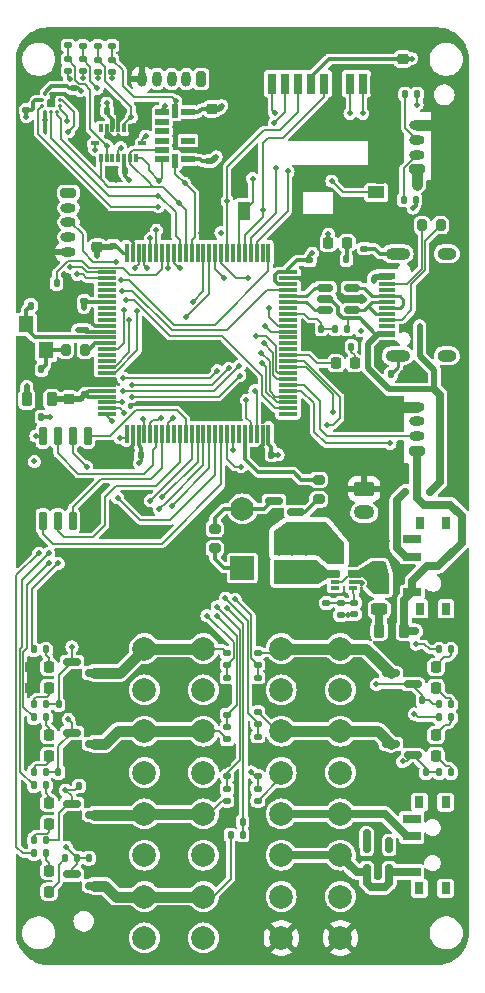
<source format=gtl>
%TF.GenerationSoftware,KiCad,Pcbnew,7.0.2-0*%
%TF.CreationDate,2023-11-28T17:04:35-06:00*%
%TF.ProjectId,Flight Computer,466c6967-6874-4204-936f-6d7075746572,1.1*%
%TF.SameCoordinates,Original*%
%TF.FileFunction,Copper,L1,Top*%
%TF.FilePolarity,Positive*%
%FSLAX46Y46*%
G04 Gerber Fmt 4.6, Leading zero omitted, Abs format (unit mm)*
G04 Created by KiCad (PCBNEW 7.0.2-0) date 2023-11-28 17:04:35*
%MOMM*%
%LPD*%
G01*
G04 APERTURE LIST*
G04 Aperture macros list*
%AMRoundRect*
0 Rectangle with rounded corners*
0 $1 Rounding radius*
0 $2 $3 $4 $5 $6 $7 $8 $9 X,Y pos of 4 corners*
0 Add a 4 corners polygon primitive as box body*
4,1,4,$2,$3,$4,$5,$6,$7,$8,$9,$2,$3,0*
0 Add four circle primitives for the rounded corners*
1,1,$1+$1,$2,$3*
1,1,$1+$1,$4,$5*
1,1,$1+$1,$6,$7*
1,1,$1+$1,$8,$9*
0 Add four rect primitives between the rounded corners*
20,1,$1+$1,$2,$3,$4,$5,0*
20,1,$1+$1,$4,$5,$6,$7,0*
20,1,$1+$1,$6,$7,$8,$9,0*
20,1,$1+$1,$8,$9,$2,$3,0*%
G04 Aperture macros list end*
%TA.AperFunction,SMDPad,CuDef*%
%ADD10R,1.450000X0.600000*%
%TD*%
%TA.AperFunction,SMDPad,CuDef*%
%ADD11R,1.450000X0.300000*%
%TD*%
%TA.AperFunction,ComponentPad*%
%ADD12O,1.600000X1.000000*%
%TD*%
%TA.AperFunction,ComponentPad*%
%ADD13O,2.100000X1.000000*%
%TD*%
%TA.AperFunction,SMDPad,CuDef*%
%ADD14RoundRect,0.218750X-0.218750X-0.256250X0.218750X-0.256250X0.218750X0.256250X-0.218750X0.256250X0*%
%TD*%
%TA.AperFunction,SMDPad,CuDef*%
%ADD15RoundRect,0.135000X-0.135000X-0.185000X0.135000X-0.185000X0.135000X0.185000X-0.135000X0.185000X0*%
%TD*%
%TA.AperFunction,SMDPad,CuDef*%
%ADD16RoundRect,0.150000X-0.587500X-0.150000X0.587500X-0.150000X0.587500X0.150000X-0.587500X0.150000X0*%
%TD*%
%TA.AperFunction,SMDPad,CuDef*%
%ADD17RoundRect,0.200000X-0.275000X0.200000X-0.275000X-0.200000X0.275000X-0.200000X0.275000X0.200000X0*%
%TD*%
%TA.AperFunction,SMDPad,CuDef*%
%ADD18RoundRect,0.135000X-0.185000X0.135000X-0.185000X-0.135000X0.185000X-0.135000X0.185000X0.135000X0*%
%TD*%
%TA.AperFunction,SMDPad,CuDef*%
%ADD19RoundRect,0.150000X0.587500X0.150000X-0.587500X0.150000X-0.587500X-0.150000X0.587500X-0.150000X0*%
%TD*%
%TA.AperFunction,SMDPad,CuDef*%
%ADD20RoundRect,0.218750X0.218750X0.256250X-0.218750X0.256250X-0.218750X-0.256250X0.218750X-0.256250X0*%
%TD*%
%TA.AperFunction,SMDPad,CuDef*%
%ADD21RoundRect,0.225000X0.250000X-0.225000X0.250000X0.225000X-0.250000X0.225000X-0.250000X-0.225000X0*%
%TD*%
%TA.AperFunction,SMDPad,CuDef*%
%ADD22RoundRect,0.135000X0.185000X-0.135000X0.185000X0.135000X-0.185000X0.135000X-0.185000X-0.135000X0*%
%TD*%
%TA.AperFunction,SMDPad,CuDef*%
%ADD23RoundRect,0.200000X0.200000X0.275000X-0.200000X0.275000X-0.200000X-0.275000X0.200000X-0.275000X0*%
%TD*%
%TA.AperFunction,SMDPad,CuDef*%
%ADD24RoundRect,0.140000X0.140000X0.170000X-0.140000X0.170000X-0.140000X-0.170000X0.140000X-0.170000X0*%
%TD*%
%TA.AperFunction,SMDPad,CuDef*%
%ADD25RoundRect,0.243750X0.456250X-0.243750X0.456250X0.243750X-0.456250X0.243750X-0.456250X-0.243750X0*%
%TD*%
%TA.AperFunction,SMDPad,CuDef*%
%ADD26RoundRect,0.225000X-0.250000X0.225000X-0.250000X-0.225000X0.250000X-0.225000X0.250000X0.225000X0*%
%TD*%
%TA.AperFunction,SMDPad,CuDef*%
%ADD27RoundRect,0.140000X-0.140000X-0.170000X0.140000X-0.170000X0.140000X0.170000X-0.140000X0.170000X0*%
%TD*%
%TA.AperFunction,SMDPad,CuDef*%
%ADD28R,0.800000X1.000000*%
%TD*%
%TA.AperFunction,SMDPad,CuDef*%
%ADD29R,1.500000X0.700000*%
%TD*%
%TA.AperFunction,SMDPad,CuDef*%
%ADD30RoundRect,0.140000X0.170000X-0.140000X0.170000X0.140000X-0.170000X0.140000X-0.170000X-0.140000X0*%
%TD*%
%TA.AperFunction,SMDPad,CuDef*%
%ADD31RoundRect,0.218750X0.218750X0.381250X-0.218750X0.381250X-0.218750X-0.381250X0.218750X-0.381250X0*%
%TD*%
%TA.AperFunction,ComponentPad*%
%ADD32RoundRect,0.200000X0.450000X-0.200000X0.450000X0.200000X-0.450000X0.200000X-0.450000X-0.200000X0*%
%TD*%
%TA.AperFunction,ComponentPad*%
%ADD33O,1.300000X0.800000*%
%TD*%
%TA.AperFunction,SMDPad,CuDef*%
%ADD34RoundRect,0.140000X-0.170000X0.140000X-0.170000X-0.140000X0.170000X-0.140000X0.170000X0.140000X0*%
%TD*%
%TA.AperFunction,SMDPad,CuDef*%
%ADD35RoundRect,0.135000X0.135000X0.185000X-0.135000X0.185000X-0.135000X-0.185000X0.135000X-0.185000X0*%
%TD*%
%TA.AperFunction,SMDPad,CuDef*%
%ADD36R,3.700000X1.100000*%
%TD*%
%TA.AperFunction,SMDPad,CuDef*%
%ADD37RoundRect,0.112500X-0.187500X-0.112500X0.187500X-0.112500X0.187500X0.112500X-0.187500X0.112500X0*%
%TD*%
%TA.AperFunction,SMDPad,CuDef*%
%ADD38RoundRect,0.075000X-0.725000X-0.075000X0.725000X-0.075000X0.725000X0.075000X-0.725000X0.075000X0*%
%TD*%
%TA.AperFunction,SMDPad,CuDef*%
%ADD39RoundRect,0.075000X-0.075000X-0.725000X0.075000X-0.725000X0.075000X0.725000X-0.075000X0.725000X0*%
%TD*%
%TA.AperFunction,SMDPad,CuDef*%
%ADD40RoundRect,0.150000X0.150000X-0.512500X0.150000X0.512500X-0.150000X0.512500X-0.150000X-0.512500X0*%
%TD*%
%TA.AperFunction,ComponentPad*%
%ADD41RoundRect,0.200000X0.200000X0.450000X-0.200000X0.450000X-0.200000X-0.450000X0.200000X-0.450000X0*%
%TD*%
%TA.AperFunction,ComponentPad*%
%ADD42O,0.800000X1.300000*%
%TD*%
%TA.AperFunction,SMDPad,CuDef*%
%ADD43RoundRect,0.150000X0.512500X0.150000X-0.512500X0.150000X-0.512500X-0.150000X0.512500X-0.150000X0*%
%TD*%
%TA.AperFunction,SMDPad,CuDef*%
%ADD44R,0.700000X1.750000*%
%TD*%
%TA.AperFunction,SMDPad,CuDef*%
%ADD45R,1.450000X1.000000*%
%TD*%
%TA.AperFunction,SMDPad,CuDef*%
%ADD46R,1.000000X1.550000*%
%TD*%
%TA.AperFunction,SMDPad,CuDef*%
%ADD47R,0.800000X1.500000*%
%TD*%
%TA.AperFunction,SMDPad,CuDef*%
%ADD48R,1.300000X1.500000*%
%TD*%
%TA.AperFunction,SMDPad,CuDef*%
%ADD49R,1.500000X1.500000*%
%TD*%
%TA.AperFunction,SMDPad,CuDef*%
%ADD50R,0.800000X1.400000*%
%TD*%
%TA.AperFunction,SMDPad,CuDef*%
%ADD51RoundRect,0.200000X0.275000X-0.200000X0.275000X0.200000X-0.275000X0.200000X-0.275000X-0.200000X0*%
%TD*%
%TA.AperFunction,SMDPad,CuDef*%
%ADD52RoundRect,0.200000X-0.200000X-0.275000X0.200000X-0.275000X0.200000X0.275000X-0.200000X0.275000X0*%
%TD*%
%TA.AperFunction,SMDPad,CuDef*%
%ADD53R,1.200000X1.400000*%
%TD*%
%TA.AperFunction,SMDPad,CuDef*%
%ADD54RoundRect,0.012500X0.112500X-0.325000X0.112500X0.325000X-0.112500X0.325000X-0.112500X-0.325000X0*%
%TD*%
%TA.AperFunction,SMDPad,CuDef*%
%ADD55RoundRect,0.012500X0.325000X-0.112500X0.325000X0.112500X-0.325000X0.112500X-0.325000X-0.112500X0*%
%TD*%
%TA.AperFunction,ComponentPad*%
%ADD56RoundRect,0.200000X-0.450000X0.200000X-0.450000X-0.200000X0.450000X-0.200000X0.450000X0.200000X0*%
%TD*%
%TA.AperFunction,SMDPad,CuDef*%
%ADD57RoundRect,0.250000X-0.250000X-0.475000X0.250000X-0.475000X0.250000X0.475000X-0.250000X0.475000X0*%
%TD*%
%TA.AperFunction,SMDPad,CuDef*%
%ADD58RoundRect,0.012500X0.125000X-0.112500X0.125000X0.112500X-0.125000X0.112500X-0.125000X-0.112500X0*%
%TD*%
%TA.AperFunction,SMDPad,CuDef*%
%ADD59RoundRect,0.012500X0.112500X-0.125000X0.112500X0.125000X-0.112500X0.125000X-0.112500X-0.125000X0*%
%TD*%
%TA.AperFunction,SMDPad,CuDef*%
%ADD60RoundRect,0.027500X0.545000X0.247500X-0.545000X0.247500X-0.545000X-0.247500X0.545000X-0.247500X0*%
%TD*%
%TA.AperFunction,SMDPad,CuDef*%
%ADD61RoundRect,0.027500X0.247500X0.545000X-0.247500X0.545000X-0.247500X-0.545000X0.247500X-0.545000X0*%
%TD*%
%TA.AperFunction,SMDPad,CuDef*%
%ADD62RoundRect,0.150000X0.150000X-0.650000X0.150000X0.650000X-0.150000X0.650000X-0.150000X-0.650000X0*%
%TD*%
%TA.AperFunction,SMDPad,CuDef*%
%ADD63R,0.700000X0.340000*%
%TD*%
%TA.AperFunction,ComponentPad*%
%ADD64RoundRect,0.250000X-0.625000X0.350000X-0.625000X-0.350000X0.625000X-0.350000X0.625000X0.350000X0*%
%TD*%
%TA.AperFunction,ComponentPad*%
%ADD65O,1.750000X1.200000*%
%TD*%
%TA.AperFunction,ComponentPad*%
%ADD66C,2.000000*%
%TD*%
%TA.AperFunction,ComponentPad*%
%ADD67R,2.000000X2.000000*%
%TD*%
%TA.AperFunction,ViaPad*%
%ADD68C,0.525000*%
%TD*%
%TA.AperFunction,ViaPad*%
%ADD69C,0.500000*%
%TD*%
%TA.AperFunction,ViaPad*%
%ADD70C,0.700000*%
%TD*%
%TA.AperFunction,Conductor*%
%ADD71C,0.286004*%
%TD*%
%TA.AperFunction,Conductor*%
%ADD72C,0.300000*%
%TD*%
%TA.AperFunction,Conductor*%
%ADD73C,0.500000*%
%TD*%
%TA.AperFunction,Conductor*%
%ADD74C,0.127000*%
%TD*%
%TA.AperFunction,Conductor*%
%ADD75C,0.250000*%
%TD*%
%TA.AperFunction,Conductor*%
%ADD76C,0.900000*%
%TD*%
%TA.AperFunction,Conductor*%
%ADD77C,0.700000*%
%TD*%
G04 APERTURE END LIST*
D10*
%TO.P,J7,A1,GND*%
%TO.N,GND*%
X115720000Y-45572500D03*
%TO.P,J7,A4,VBUS*%
%TO.N,/USB 5V in*%
X115720000Y-44772500D03*
D11*
%TO.P,J7,A5,CC1*%
%TO.N,Net-(J7-CC1)*%
X115720000Y-43572500D03*
%TO.P,J7,A6,D+*%
%TO.N,/Connectors and Power Supply/USB CONN D+*%
X115720000Y-42572500D03*
%TO.P,J7,A7,D-*%
%TO.N,/Connectors and Power Supply/USB CONN D-*%
X115720000Y-42072500D03*
%TO.P,J7,A8,SBU1*%
%TO.N,unconnected-(J7-SBU1-PadA8)*%
X115720000Y-41072500D03*
D10*
%TO.P,J7,A9,VBUS*%
%TO.N,/USB 5V in*%
X115720000Y-39872500D03*
%TO.P,J7,A12,GND*%
%TO.N,GND*%
X115720000Y-39072500D03*
%TO.P,J7,B1,GND*%
X115720000Y-39072500D03*
%TO.P,J7,B4,VBUS*%
%TO.N,/USB 5V in*%
X115720000Y-39872500D03*
D11*
%TO.P,J7,B5,CC2*%
%TO.N,Net-(J7-CC2)*%
X115720000Y-40572500D03*
%TO.P,J7,B6,D+*%
%TO.N,/Connectors and Power Supply/USB CONN D+*%
X115720000Y-41572500D03*
%TO.P,J7,B7,D-*%
%TO.N,/Connectors and Power Supply/USB CONN D-*%
X115720000Y-43072500D03*
%TO.P,J7,B8,SBU2*%
%TO.N,unconnected-(J7-SBU2-PadB8)*%
X115720000Y-44072500D03*
D10*
%TO.P,J7,B9,VBUS*%
%TO.N,/USB 5V in*%
X115720000Y-44772500D03*
%TO.P,J7,B12,GND*%
%TO.N,GND*%
X115720000Y-45572500D03*
D12*
%TO.P,J7,S1,SHIELD*%
%TO.N,Net-(J7-SHIELD)*%
X120815000Y-46642500D03*
D13*
X116635000Y-46642500D03*
X116635000Y-38002500D03*
D12*
X120815000Y-38002500D03*
%TD*%
D14*
%TO.P,D12,1,K*%
%TO.N,GND*%
X85552500Y-73000000D03*
%TO.P,D12,2,A*%
%TO.N,Net-(D12-A)*%
X87127500Y-73000000D03*
%TD*%
D15*
%TO.P,R3,1*%
%TO.N,GND*%
X86750000Y-40490000D03*
%TO.P,R3,2*%
%TO.N,Net-(U1-BOOT0)*%
X87770000Y-40490000D03*
%TD*%
D14*
%TO.P,D8,1,K*%
%TO.N,GND*%
X85552500Y-80500000D03*
%TO.P,D8,2,A*%
%TO.N,Net-(D8-A)*%
X87127500Y-80500000D03*
%TD*%
D16*
%TO.P,Q2,1,G*%
%TO.N,/Pyro Channel A Trigger*%
X89062500Y-90550000D03*
%TO.P,Q2,2,S*%
%TO.N,GND*%
X89062500Y-92450000D03*
%TO.P,Q2,3,D*%
%TO.N,/Pyrotechnic Channels/Pyro Channel A*%
X90937500Y-91500000D03*
%TD*%
D17*
%TO.P,R18,1*%
%TO.N,Net-(U1-PE15)*%
X109950000Y-57135000D03*
%TO.P,R18,2*%
%TO.N,Net-(Q1-B)*%
X109950000Y-58785000D03*
%TD*%
D18*
%TO.P,R14,1*%
%TO.N,/Pyro F Continuity Voltage*%
X104800000Y-78890000D03*
%TO.P,R14,2*%
%TO.N,GND*%
X104800000Y-79910000D03*
%TD*%
D19*
%TO.P,Q1,1,B*%
%TO.N,Net-(Q1-B)*%
X108037500Y-59860000D03*
%TO.P,Q1,2,E*%
%TO.N,GND*%
X108037500Y-57960000D03*
%TO.P,Q1,3,C*%
%TO.N,Net-(BZ1-+)*%
X106162500Y-58910000D03*
%TD*%
D14*
%TO.P,D9,1,K*%
%TO.N,GND*%
X85552500Y-90250000D03*
%TO.P,D9,2,A*%
%TO.N,Net-(D9-A)*%
X87127500Y-90250000D03*
%TD*%
D20*
%TO.P,D2,1,K*%
%TO.N,Net-(D2-K)*%
X112347500Y-37080000D03*
%TO.P,D2,2,A*%
%TO.N,+3.3V*%
X110772500Y-37080000D03*
%TD*%
D18*
%TO.P,R13,1*%
%TO.N,/Pyrotechnic Channels/Pyro Channel F*%
X104800000Y-76790000D03*
%TO.P,R13,2*%
%TO.N,/Pyro F Continuity Voltage*%
X104800000Y-77810000D03*
%TD*%
D21*
%TO.P,C26,1*%
%TO.N,/Connectors and Power Supply/Power Supply/Buck_VIN*%
X114940000Y-64595000D03*
%TO.P,C26,2*%
%TO.N,GND*%
X114940000Y-63045000D03*
%TD*%
D22*
%TO.P,R9,1*%
%TO.N,/Pyrotechnic Channels/Pyro Channel C*%
X102200000Y-79110000D03*
%TO.P,R9,2*%
%TO.N,/Pyro C Continuity Voltage*%
X102200000Y-78090000D03*
%TD*%
D15*
%TO.P,R19,1*%
%TO.N,Net-(J7-SHIELD)*%
X116090000Y-48182500D03*
%TO.P,R19,2*%
%TO.N,GND*%
X117110000Y-48182500D03*
%TD*%
D14*
%TO.P,D10,1,K*%
%TO.N,GND*%
X85552500Y-84500000D03*
%TO.P,D10,2,A*%
%TO.N,Net-(D10-A)*%
X87127500Y-84500000D03*
%TD*%
D23*
%TO.P,R2,1*%
%TO.N,Net-(U1-PH1)*%
X90175000Y-46107500D03*
%TO.P,R2,2*%
%TO.N,Net-(C10-Pad1)*%
X88525000Y-46107500D03*
%TD*%
D15*
%TO.P,R59,1*%
%TO.N,/Pyro E Continuity LED*%
X120150000Y-71500000D03*
%TO.P,R59,2*%
%TO.N,Net-(D13-A)*%
X121170000Y-71500000D03*
%TD*%
D24*
%TO.P,C10,1*%
%TO.N,Net-(C10-Pad1)*%
X86480000Y-47782500D03*
%TO.P,C10,2*%
%TO.N,GND*%
X85520000Y-47782500D03*
%TD*%
D25*
%TO.P,F2,1*%
%TO.N,Net-(F2-Pad1)*%
X115090000Y-68077500D03*
%TO.P,F2,2*%
%TO.N,/Connectors and Power Supply/Power Supply/Buck_VIN*%
X115090000Y-66202500D03*
%TD*%
D26*
%TO.P,C1,1*%
%TO.N,+3.3V*%
X100910000Y-25715000D03*
%TO.P,C1,2*%
%TO.N,GND*%
X100910000Y-27265000D03*
%TD*%
D27*
%TO.P,C8,1*%
%TO.N,+3.3V*%
X92020000Y-25870000D03*
%TO.P,C8,2*%
%TO.N,GND*%
X92980000Y-25870000D03*
%TD*%
D24*
%TO.P,C15,1*%
%TO.N,+3.3V*%
X94930000Y-55070000D03*
%TO.P,C15,2*%
%TO.N,GND*%
X93970000Y-55070000D03*
%TD*%
D15*
%TO.P,R47,1*%
%TO.N,/Pyro A Continuity LED*%
X85830000Y-88750000D03*
%TO.P,R47,2*%
%TO.N,Net-(D9-A)*%
X86850000Y-88750000D03*
%TD*%
D18*
%TO.P,R15,1*%
%TO.N,/Pyrotechnic Channels/Pyro Channel D*%
X102200000Y-71790000D03*
%TO.P,R15,2*%
%TO.N,/Pyro D Continuity Voltage*%
X102200000Y-72810000D03*
%TD*%
D22*
%TO.P,R35,1*%
%TO.N,/Ignition Battery Voltage*%
X104800000Y-82210000D03*
%TO.P,R35,2*%
%TO.N,GND*%
X104800000Y-81190000D03*
%TD*%
%TO.P,R1,1*%
%TO.N,+3.3V*%
X111810000Y-68570000D03*
%TO.P,R1,2*%
%TO.N,Net-(U6-FB)*%
X111810000Y-67550000D03*
%TD*%
D28*
%TO.P,SW1,*%
%TO.N,*%
X118530000Y-68050000D03*
X120740000Y-68050000D03*
X118530000Y-60750000D03*
X120740000Y-60750000D03*
D29*
%TO.P,SW1,1,A*%
%TO.N,/Connectors and Power Supply/Vin_combined*%
X117880000Y-66650000D03*
%TO.P,SW1,2,B*%
%TO.N,Net-(D15-K)*%
X117880000Y-63650000D03*
%TO.P,SW1,3,C*%
%TO.N,unconnected-(SW1-C-Pad3)*%
X117880000Y-62150000D03*
%TD*%
D20*
%TO.P,D4,1,K*%
%TO.N,GND*%
X121447500Y-74750000D03*
%TO.P,D4,2,A*%
%TO.N,Net-(D4-A)*%
X119872500Y-74750000D03*
%TD*%
D23*
%TO.P,R21,1*%
%TO.N,Net-(J7-CC2)*%
X118700000Y-35570000D03*
%TO.P,R21,2*%
%TO.N,GND*%
X117050000Y-35570000D03*
%TD*%
D22*
%TO.P,R53,1*%
%TO.N,/Chip Select Low G Gyro*%
X91250000Y-20390000D03*
%TO.P,R53,2*%
%TO.N,GND*%
X91250000Y-19370000D03*
%TD*%
D30*
%TO.P,C25,1*%
%TO.N,Net-(J7-SHIELD)*%
X113800000Y-37560000D03*
%TO.P,C25,2*%
%TO.N,GND*%
X113800000Y-36600000D03*
%TD*%
D31*
%TO.P,FB1,1*%
%TO.N,/Microcontroller/VDDA*%
X87362500Y-50332500D03*
%TO.P,FB1,2*%
%TO.N,+3.3V*%
X85237500Y-50332500D03*
%TD*%
D32*
%TO.P,J8,1,Pin_1*%
%TO.N,/Connectors and Power Supply/Vin_combined*%
X118270000Y-54690000D03*
D33*
%TO.P,J8,2,Pin_2*%
%TO.N,/UART3 RX*%
X118270000Y-53440000D03*
%TO.P,J8,3,Pin_3*%
%TO.N,/UART3 TX*%
X118270000Y-52190000D03*
%TO.P,J8,4,Pin_4*%
%TO.N,GND*%
X118270000Y-50940000D03*
%TD*%
D30*
%TO.P,C16,1*%
%TO.N,/Microcontroller/VDDA*%
X90200000Y-49887500D03*
%TO.P,C16,2*%
%TO.N,GND*%
X90200000Y-48927500D03*
%TD*%
D15*
%TO.P,R37,1*%
%TO.N,/Pyro Channel E Trigger*%
X120150000Y-76150000D03*
%TO.P,R37,2*%
%TO.N,Net-(D4-A)*%
X121170000Y-76150000D03*
%TD*%
D34*
%TO.P,C3,1*%
%TO.N,+3.3V*%
X89230000Y-23990000D03*
%TO.P,C3,2*%
%TO.N,GND*%
X89230000Y-24950000D03*
%TD*%
D35*
%TO.P,R46,1*%
%TO.N,Net-(U1-PA9)*%
X110180000Y-44350000D03*
%TO.P,R46,2*%
%TO.N,GND*%
X109160000Y-44350000D03*
%TD*%
D18*
%TO.P,R5,1*%
%TO.N,Net-(U6-FB)*%
X110610000Y-67550000D03*
%TO.P,R5,2*%
%TO.N,GND*%
X110610000Y-68570000D03*
%TD*%
D35*
%TO.P,R17,1*%
%TO.N,Net-(D1-K)*%
X112720000Y-45850000D03*
%TO.P,R17,2*%
%TO.N,GND*%
X111700000Y-45850000D03*
%TD*%
D36*
%TO.P,L3,1,1*%
%TO.N,/Connectors and Power Supply/Power Supply/Buck_SW*%
X108050000Y-65340000D03*
%TO.P,L3,2,2*%
%TO.N,+3.3V*%
X108050000Y-62340000D03*
%TD*%
D15*
%TO.P,R58,1*%
%TO.N,/Pyro D Continuity LED*%
X85830000Y-71500000D03*
%TO.P,R58,2*%
%TO.N,Net-(D12-A)*%
X86850000Y-71500000D03*
%TD*%
D37*
%TO.P,D15,1,K*%
%TO.N,Net-(D15-K)*%
X117300000Y-58150000D03*
%TO.P,D15,2,A*%
%TO.N,/USB 5V in*%
X119400000Y-58150000D03*
%TD*%
D20*
%TO.P,D13,1,K*%
%TO.N,GND*%
X121447500Y-73000000D03*
%TO.P,D13,2,A*%
%TO.N,Net-(D13-A)*%
X119872500Y-73000000D03*
%TD*%
D38*
%TO.P,U1,1,PE2*%
%TO.N,/Altimeter Interrupt*%
X92025000Y-39582500D03*
%TO.P,U1,2,PE3*%
%TO.N,/Chip Select Altimeter*%
X92025000Y-40082500D03*
%TO.P,U1,3,PE4*%
%TO.N,unconnected-(U1-PE4-Pad3)*%
X92025000Y-40582500D03*
%TO.P,U1,4,PE5*%
%TO.N,unconnected-(U1-PE5-Pad4)*%
X92025000Y-41082500D03*
%TO.P,U1,5,PE6*%
%TO.N,unconnected-(U1-PE6-Pad5)*%
X92025000Y-41582500D03*
%TO.P,U1,6,VBAT*%
%TO.N,+3.3V*%
X92025000Y-42082500D03*
%TO.P,U1,7,PC13*%
%TO.N,unconnected-(U1-PC13-Pad7)*%
X92025000Y-42582500D03*
%TO.P,U1,8,PC14*%
%TO.N,unconnected-(U1-PC14-Pad8)*%
X92025000Y-43082500D03*
%TO.P,U1,9,PC15*%
%TO.N,unconnected-(U1-PC15-Pad9)*%
X92025000Y-43582500D03*
%TO.P,U1,10,VSS*%
%TO.N,GND*%
X92025000Y-44082500D03*
%TO.P,U1,11,VDD*%
%TO.N,+3.3V*%
X92025000Y-44582500D03*
%TO.P,U1,12,PH0*%
%TO.N,Net-(U1-PH0)*%
X92025000Y-45082500D03*
%TO.P,U1,13,PH1*%
%TO.N,Net-(U1-PH1)*%
X92025000Y-45582500D03*
%TO.P,U1,14,NRST*%
%TO.N,/NRST*%
X92025000Y-46082500D03*
%TO.P,U1,15,PC0*%
%TO.N,unconnected-(U1-PC0-Pad15)*%
X92025000Y-46582500D03*
%TO.P,U1,16,PC1*%
%TO.N,unconnected-(U1-PC1-Pad16)*%
X92025000Y-47082500D03*
%TO.P,U1,17,PC2*%
%TO.N,/SPI2 MISO*%
X92025000Y-47582500D03*
%TO.P,U1,18,PC3*%
%TO.N,/SPI2 MOSI*%
X92025000Y-48082500D03*
%TO.P,U1,19,VSSA*%
%TO.N,GND*%
X92025000Y-48582500D03*
%TO.P,U1,20,VREF-*%
X92025000Y-49082500D03*
%TO.P,U1,21,VREF+*%
%TO.N,/Microcontroller/VDDA*%
X92025000Y-49582500D03*
%TO.P,U1,22,VDDA*%
X92025000Y-50082500D03*
%TO.P,U1,23,PA0*%
%TO.N,/Pyro A Continuity Voltage*%
X92025000Y-50582500D03*
%TO.P,U1,24,PA1*%
%TO.N,/Pyro B Continuity Voltage*%
X92025000Y-51082500D03*
%TO.P,U1,25,PA2*%
%TO.N,/Pyro C Continuity Voltage*%
X92025000Y-51582500D03*
D39*
%TO.P,U1,26,PA3*%
%TO.N,/Pyro D Continuity Voltage*%
X93700000Y-53257500D03*
%TO.P,U1,27,VSS*%
%TO.N,GND*%
X94200000Y-53257500D03*
%TO.P,U1,28,VDD*%
%TO.N,+3.3V*%
X94700000Y-53257500D03*
%TO.P,U1,29,PA4*%
%TO.N,/Pyro F Continuity Voltage*%
X95200000Y-53257500D03*
%TO.P,U1,30,PA5*%
%TO.N,/Pyro E Continuity Voltage*%
X95700000Y-53257500D03*
%TO.P,U1,31,PA6*%
%TO.N,/QSPI IO3*%
X96200000Y-53257500D03*
%TO.P,U1,32,PA7*%
%TO.N,/QSPI IO2*%
X96700000Y-53257500D03*
%TO.P,U1,33,PC4*%
%TO.N,/Ignition Battery Voltage*%
X97200000Y-53257500D03*
%TO.P,U1,34,PC5*%
%TO.N,unconnected-(U1-PC5-Pad34)*%
X97700000Y-53257500D03*
%TO.P,U1,35,PB0*%
%TO.N,/QSPI IO1*%
X98200000Y-53257500D03*
%TO.P,U1,36,PB1*%
%TO.N,/QSPI IO0*%
X98700000Y-53257500D03*
%TO.P,U1,37,PB2*%
%TO.N,/Pyro Channel A Trigger*%
X99200000Y-53257500D03*
%TO.P,U1,38,PE7*%
%TO.N,/Pyro Channel B Trigger*%
X99700000Y-53257500D03*
%TO.P,U1,39,PE8*%
%TO.N,/Pyro Channel C Trigger*%
X100200000Y-53257500D03*
%TO.P,U1,40,PE9*%
%TO.N,/Pyro Channel D Trigger*%
X100700000Y-53257500D03*
%TO.P,U1,41,PE10*%
%TO.N,/QSPI Clock*%
X101200000Y-53257500D03*
%TO.P,U1,42,PE11*%
%TO.N,/QSPI Chip Select*%
X101700000Y-53257500D03*
%TO.P,U1,43,PE12*%
%TO.N,/Pyro Channel F Trigger*%
X102200000Y-53257500D03*
%TO.P,U1,44,PE13*%
%TO.N,/Pyro Channel E Trigger*%
X102700000Y-53257500D03*
%TO.P,U1,45,PE14*%
%TO.N,unconnected-(U1-PE14-Pad45)*%
X103200000Y-53257500D03*
%TO.P,U1,46,PE15*%
%TO.N,Net-(U1-PE15)*%
X103700000Y-53257500D03*
%TO.P,U1,47,PB10*%
%TO.N,/I2C2 SCL*%
X104200000Y-53257500D03*
%TO.P,U1,48,PB11*%
%TO.N,/I2C2 SDA*%
X104700000Y-53257500D03*
%TO.P,U1,49,VSS*%
%TO.N,GND*%
X105200000Y-53257500D03*
%TO.P,U1,50,VDD*%
%TO.N,+3.3V*%
X105700000Y-53257500D03*
D38*
%TO.P,U1,51,PB12*%
%TO.N,unconnected-(U1-PB12-Pad51)*%
X107375000Y-51582500D03*
%TO.P,U1,52,PB13*%
%TO.N,/SPI2 SCK*%
X107375000Y-51082500D03*
%TO.P,U1,53,PB14*%
%TO.N,/Pyro D Continuity LED*%
X107375000Y-50582500D03*
%TO.P,U1,54,PB15*%
%TO.N,/Pyro C Continuity LED*%
X107375000Y-50082500D03*
%TO.P,U1,55,PD8*%
%TO.N,/UART3 TX*%
X107375000Y-49582500D03*
%TO.P,U1,56,PD9*%
%TO.N,/UART3 RX*%
X107375000Y-49082500D03*
%TO.P,U1,57,PD10*%
%TO.N,/Pyro B Continuity LED*%
X107375000Y-48582500D03*
%TO.P,U1,58,PD11*%
%TO.N,/Pyro A Continuity LED*%
X107375000Y-48082500D03*
%TO.P,U1,59,PD12*%
%TO.N,/Pyro E Continuity LED*%
X107375000Y-47582500D03*
%TO.P,U1,60,PD13*%
%TO.N,/Pyro F Continuity LED*%
X107375000Y-47082500D03*
%TO.P,U1,61,PD14*%
%TO.N,Net-(D1-A)*%
X107375000Y-46582500D03*
%TO.P,U1,62,PD15*%
%TO.N,unconnected-(U1-PD15-Pad62)*%
X107375000Y-46082500D03*
%TO.P,U1,63,PC6*%
%TO.N,unconnected-(U1-PC6-Pad63)*%
X107375000Y-45582500D03*
%TO.P,U1,64,PC7*%
%TO.N,unconnected-(U1-PC7-Pad64)*%
X107375000Y-45082500D03*
%TO.P,U1,65,PC8*%
%TO.N,/SDMMC Data 0*%
X107375000Y-44582500D03*
%TO.P,U1,66,PC9*%
%TO.N,/SDMMC Data 1*%
X107375000Y-44082500D03*
%TO.P,U1,67,PA8*%
%TO.N,unconnected-(U1-PA8-Pad67)*%
X107375000Y-43582500D03*
%TO.P,U1,68,PA9*%
%TO.N,Net-(U1-PA9)*%
X107375000Y-43082500D03*
%TO.P,U1,69,PA10*%
%TO.N,unconnected-(U1-PA10-Pad69)*%
X107375000Y-42582500D03*
%TO.P,U1,70,PA11*%
%TO.N,/USB D-*%
X107375000Y-42082500D03*
%TO.P,U1,71,PA12*%
%TO.N,/USB D+*%
X107375000Y-41582500D03*
%TO.P,U1,72,PA13*%
%TO.N,/SWDIO*%
X107375000Y-41082500D03*
%TO.P,U1,73,VDDUSB*%
%TO.N,+3.3V*%
X107375000Y-40582500D03*
%TO.P,U1,74,VSS*%
%TO.N,GND*%
X107375000Y-40082500D03*
%TO.P,U1,75,VDD*%
%TO.N,+3.3V*%
X107375000Y-39582500D03*
D39*
%TO.P,U1,76,PA14*%
%TO.N,/SWCLK*%
X105700000Y-37907500D03*
%TO.P,U1,77,PA15*%
%TO.N,unconnected-(U1-PA15-Pad77)*%
X105200000Y-37907500D03*
%TO.P,U1,78,PC10*%
%TO.N,/SDMMC Data 2*%
X104700000Y-37907500D03*
%TO.P,U1,79,PC11*%
%TO.N,/SDMMC Data 3*%
X104200000Y-37907500D03*
%TO.P,U1,80,PC12*%
%TO.N,/SDMMC Clock*%
X103700000Y-37907500D03*
%TO.P,U1,81,PD0*%
%TO.N,/SD Card Detect*%
X103200000Y-37907500D03*
%TO.P,U1,82,PD1*%
%TO.N,unconnected-(U1-PD1-Pad82)*%
X102700000Y-37907500D03*
%TO.P,U1,83,PD2*%
%TO.N,/SDMMC Command*%
X102200000Y-37907500D03*
%TO.P,U1,84,PD3*%
%TO.N,/GPS External Interrupt*%
X101700000Y-37907500D03*
%TO.P,U1,85,PD4*%
%TO.N,/GPS Reset*%
X101200000Y-37907500D03*
%TO.P,U1,86,PD5*%
%TO.N,/UART2 TX*%
X100700000Y-37907500D03*
%TO.P,U1,87,PD6*%
%TO.N,/UART2 RX*%
X100200000Y-37907500D03*
%TO.P,U1,88,PD7*%
%TO.N,unconnected-(U1-PD7-Pad88)*%
X99700000Y-37907500D03*
%TO.P,U1,89,PB3*%
%TO.N,/SPI1 SCK*%
X99200000Y-37907500D03*
%TO.P,U1,90,PB4*%
%TO.N,/SPI1 MISO*%
X98700000Y-37907500D03*
%TO.P,U1,91,PB5*%
%TO.N,/SPI1 MOSI*%
X98200000Y-37907500D03*
%TO.P,U1,92,PB6*%
%TO.N,/Chip Select High G Accel*%
X97700000Y-37907500D03*
%TO.P,U1,93,PB7*%
%TO.N,/High G Interrupt*%
X97200000Y-37907500D03*
%TO.P,U1,94,BOOT0*%
%TO.N,Net-(U1-BOOT0)*%
X96700000Y-37907500D03*
%TO.P,U1,95,PB8*%
%TO.N,/Chip Select Low G Gyro*%
X96200000Y-37907500D03*
%TO.P,U1,96,PB9*%
%TO.N,/Low G Gyro Interrupt*%
X95700000Y-37907500D03*
%TO.P,U1,97,PE0*%
%TO.N,/Chip Select Low G Accel*%
X95200000Y-37907500D03*
%TO.P,U1,98,PE1*%
%TO.N,/Low G Accel Interrupt*%
X94700000Y-37907500D03*
%TO.P,U1,99,VSS*%
%TO.N,GND*%
X94200000Y-37907500D03*
%TO.P,U1,100,VDD*%
%TO.N,+3.3V*%
X93700000Y-37907500D03*
%TD*%
D20*
%TO.P,D5,1,K*%
%TO.N,GND*%
X121447500Y-80500000D03*
%TO.P,D5,2,A*%
%TO.N,Net-(D5-A)*%
X119872500Y-80500000D03*
%TD*%
D21*
%TO.P,C7,1*%
%TO.N,+3.3V*%
X91200000Y-37445000D03*
%TO.P,C7,2*%
%TO.N,GND*%
X91200000Y-35895000D03*
%TD*%
D35*
%TO.P,R39,1*%
%TO.N,/Pyro Channel D Trigger*%
X86850000Y-76150000D03*
%TO.P,R39,2*%
%TO.N,Net-(D6-A)*%
X85830000Y-76150000D03*
%TD*%
D24*
%TO.P,C29,1*%
%TO.N,+3.3V*%
X86480000Y-51820000D03*
%TO.P,C29,2*%
%TO.N,GND*%
X85520000Y-51820000D03*
%TD*%
D35*
%TO.P,R27,1*%
%TO.N,+3.3V*%
X118160000Y-33432500D03*
%TO.P,R27,2*%
%TO.N,/I2C2 SDA*%
X117140000Y-33432500D03*
%TD*%
D15*
%TO.P,R38,1*%
%TO.N,/Pyro Channel F Trigger*%
X120150000Y-81900000D03*
%TO.P,R38,2*%
%TO.N,Net-(D5-A)*%
X121170000Y-81900000D03*
%TD*%
%TO.P,R33,1*%
%TO.N,/Pyro Channel C Trigger*%
X87920000Y-81900000D03*
%TO.P,R33,2*%
%TO.N,GND*%
X88940000Y-81900000D03*
%TD*%
D35*
%TO.P,R40,1*%
%TO.N,/Pyro Channel B Trigger*%
X86850000Y-87650000D03*
%TO.P,R40,2*%
%TO.N,Net-(D7-A)*%
X85830000Y-87650000D03*
%TD*%
%TO.P,R30,1*%
%TO.N,/Pyro Channel E Trigger*%
X118730000Y-75790000D03*
%TO.P,R30,2*%
%TO.N,GND*%
X117710000Y-75790000D03*
%TD*%
D18*
%TO.P,R12,1*%
%TO.N,/Pyro E Continuity Voltage*%
X104800000Y-73890000D03*
%TO.P,R12,2*%
%TO.N,GND*%
X104800000Y-74910000D03*
%TD*%
D34*
%TO.P,C12,1*%
%TO.N,+3.3V*%
X109160000Y-38560000D03*
%TO.P,C12,2*%
%TO.N,GND*%
X109160000Y-39520000D03*
%TD*%
D31*
%TO.P,FB3,1*%
%TO.N,/Connectors and Power Supply/Vin_combined*%
X117202500Y-69900000D03*
%TO.P,FB3,2*%
%TO.N,Net-(F2-Pad1)*%
X115077500Y-69900000D03*
%TD*%
D40*
%TO.P,U8,1,VDD*%
%TO.N,/Main battery in*%
X114020000Y-90337500D03*
%TO.P,U8,2,GND*%
%TO.N,GND*%
X114970000Y-90337500D03*
%TO.P,U8,3,EN*%
%TO.N,/Main battery in*%
X115920000Y-90337500D03*
%TO.P,U8,4,NC*%
%TO.N,unconnected-(U8-NC-Pad4)*%
X115920000Y-88062500D03*
%TO.P,U8,5,OUT*%
%TO.N,/Connectors and Power Supply/Vin_combined*%
X114020000Y-88062500D03*
%TD*%
D22*
%TO.P,R48,1*%
%TO.N,+3.3V*%
X92460000Y-22590000D03*
%TO.P,R48,2*%
%TO.N,/Chip Select High G Accel*%
X92460000Y-21570000D03*
%TD*%
%TO.P,R8,1*%
%TO.N,/Pyro B Continuity Voltage*%
X102200000Y-82210000D03*
%TO.P,R8,2*%
%TO.N,GND*%
X102200000Y-81190000D03*
%TD*%
D20*
%TO.P,D14,1,K*%
%TO.N,GND*%
X121447500Y-78750000D03*
%TO.P,D14,2,A*%
%TO.N,Net-(D14-A)*%
X119872500Y-78750000D03*
%TD*%
D14*
%TO.P,D11,1,K*%
%TO.N,GND*%
X85552500Y-78750000D03*
%TO.P,D11,2,A*%
%TO.N,Net-(D11-A)*%
X87127500Y-78750000D03*
%TD*%
D19*
%TO.P,Q7,1,G*%
%TO.N,/Pyro Channel F Trigger*%
X117937500Y-80450000D03*
%TO.P,Q7,2,S*%
%TO.N,GND*%
X117937500Y-78550000D03*
%TO.P,Q7,3,D*%
%TO.N,/Pyrotechnic Channels/Pyro Channel F*%
X116062500Y-79500000D03*
%TD*%
D30*
%TO.P,C9,1*%
%TO.N,+3.3V*%
X90100000Y-42012500D03*
%TO.P,C9,2*%
%TO.N,GND*%
X90100000Y-41052500D03*
%TD*%
D14*
%TO.P,D3,1,K*%
%TO.N,GND*%
X85552500Y-92000000D03*
%TO.P,D3,2,A*%
%TO.N,Net-(D3-A)*%
X87127500Y-92000000D03*
%TD*%
D30*
%TO.P,C4,1*%
%TO.N,+3.3V*%
X85200000Y-25820000D03*
%TO.P,C4,2*%
%TO.N,GND*%
X85200000Y-24860000D03*
%TD*%
D22*
%TO.P,R49,1*%
%TO.N,/Chip Select High G Accel*%
X92460000Y-20390000D03*
%TO.P,R49,2*%
%TO.N,GND*%
X92460000Y-19370000D03*
%TD*%
D21*
%TO.P,C24,1*%
%TO.N,/Microcontroller/VDDA*%
X88850000Y-50282500D03*
%TO.P,C24,2*%
%TO.N,GND*%
X88850000Y-48732500D03*
%TD*%
D18*
%TO.P,R16,1*%
%TO.N,/Pyro D Continuity Voltage*%
X102200000Y-73890000D03*
%TO.P,R16,2*%
%TO.N,GND*%
X102200000Y-74910000D03*
%TD*%
D41*
%TO.P,J3,1,Pin_1*%
%TO.N,+3.3V*%
X100000000Y-23200000D03*
D42*
%TO.P,J3,2,Pin_2*%
%TO.N,/NRST*%
X98750000Y-23200000D03*
%TO.P,J3,3,Pin_3*%
%TO.N,/SWCLK*%
X97500000Y-23200000D03*
%TO.P,J3,4,Pin_4*%
%TO.N,/SWDIO*%
X96250000Y-23200000D03*
%TO.P,J3,5,Pin_5*%
%TO.N,GND*%
X95000000Y-23200000D03*
%TD*%
D43*
%TO.P,U2,1,I/O1*%
%TO.N,/Connectors and Power Supply/USB CONN D-*%
X112787500Y-42782500D03*
%TO.P,U2,2,GND*%
%TO.N,GND*%
X112787500Y-41832500D03*
%TO.P,U2,3,I/O2*%
%TO.N,/Connectors and Power Supply/USB CONN D+*%
X112787500Y-40882500D03*
%TO.P,U2,4,I/O2*%
%TO.N,/USB D+*%
X110512500Y-40882500D03*
%TO.P,U2,5,VBUS*%
%TO.N,/USB 5V in*%
X110512500Y-41832500D03*
%TO.P,U2,6,I/O1*%
%TO.N,/USB D-*%
X110512500Y-42782500D03*
%TD*%
D44*
%TO.P,J10,1,DAT2*%
%TO.N,/SDMMC Data 2*%
X105995000Y-23582500D03*
%TO.P,J10,2,DAT3/CD*%
%TO.N,/SDMMC Data 3*%
X107095000Y-23582500D03*
%TO.P,J10,3,CMD*%
%TO.N,/SDMMC Command*%
X108195000Y-23582500D03*
%TO.P,J10,4,VDD*%
%TO.N,+3.3V*%
X109295000Y-23582500D03*
%TO.P,J10,5,CLK*%
%TO.N,/SDMMC Clock*%
X110395000Y-23582500D03*
%TO.P,J10,6,VSS*%
%TO.N,GND*%
X111495000Y-23582500D03*
%TO.P,J10,7,DAT0*%
%TO.N,/SDMMC Data 0*%
X112595000Y-23582500D03*
%TO.P,J10,8,DAT1*%
%TO.N,/SDMMC Data 1*%
X113695000Y-23582500D03*
D45*
%TO.P,J10,9,DET_B*%
%TO.N,/SD Card Detect*%
X114820000Y-32807500D03*
D46*
%TO.P,J10,10,DET_A*%
X103595000Y-34382500D03*
D47*
%TO.P,J10,11,SHIELD*%
%TO.N,GND*%
X115145000Y-31307500D03*
D48*
X114895000Y-23707500D03*
D49*
X103545000Y-23707500D03*
D50*
X103195000Y-31957500D03*
%TD*%
D51*
%TO.P,R28,1*%
%TO.N,+3.3V*%
X101150000Y-62945000D03*
%TO.P,R28,2*%
%TO.N,Net-(BZ1-+)*%
X101150000Y-61295000D03*
%TD*%
D52*
%TO.P,R20,1*%
%TO.N,Net-(J7-CC1)*%
X120275000Y-35570000D03*
%TO.P,R20,2*%
%TO.N,GND*%
X121925000Y-35570000D03*
%TD*%
D15*
%TO.P,R4,1*%
%TO.N,/Pyrotechnic Channels/Pyro Channel A*%
X102490000Y-87200000D03*
%TO.P,R4,2*%
%TO.N,/Pyro A Continuity Voltage*%
X103510000Y-87200000D03*
%TD*%
D53*
%TO.P,Y1,1,1*%
%TO.N,Net-(U1-PH0)*%
X85175000Y-43982500D03*
%TO.P,Y1,2,2*%
%TO.N,GND*%
X85175000Y-46182500D03*
%TO.P,Y1,3,3*%
%TO.N,Net-(C10-Pad1)*%
X86875000Y-46182500D03*
%TO.P,Y1,4,4*%
%TO.N,GND*%
X86875000Y-43982500D03*
%TD*%
D35*
%TO.P,R31,1*%
%TO.N,/Pyro Channel F Trigger*%
X119050000Y-81910000D03*
%TO.P,R31,2*%
%TO.N,GND*%
X118030000Y-81910000D03*
%TD*%
%TO.P,R36,1*%
%TO.N,/Pyro Channel A Trigger*%
X89530000Y-89160000D03*
%TO.P,R36,2*%
%TO.N,Net-(D3-A)*%
X88510000Y-89160000D03*
%TD*%
D22*
%TO.P,R52,1*%
%TO.N,+3.3V*%
X91250000Y-22590000D03*
%TO.P,R52,2*%
%TO.N,/Chip Select Low G Gyro*%
X91250000Y-21570000D03*
%TD*%
D35*
%TO.P,R41,1*%
%TO.N,/Pyro Channel C Trigger*%
X86850000Y-81900000D03*
%TO.P,R41,2*%
%TO.N,Net-(D8-A)*%
X85830000Y-81900000D03*
%TD*%
D19*
%TO.P,Q6,1,G*%
%TO.N,/Pyro Channel E Trigger*%
X117937500Y-74450000D03*
%TO.P,Q6,2,S*%
%TO.N,GND*%
X117937500Y-72550000D03*
%TO.P,Q6,3,D*%
%TO.N,/Pyrotechnic Channels/Pyro Channel E*%
X116062500Y-73500000D03*
%TD*%
D15*
%TO.P,R56,1*%
%TO.N,/Pyro B Continuity LED*%
X85830000Y-83000000D03*
%TO.P,R56,2*%
%TO.N,Net-(D10-A)*%
X86850000Y-83000000D03*
%TD*%
%TO.P,R57,1*%
%TO.N,/Pyro C Continuity LED*%
X85830000Y-77250000D03*
%TO.P,R57,2*%
%TO.N,Net-(D11-A)*%
X86850000Y-77250000D03*
%TD*%
D35*
%TO.P,R45,1*%
%TO.N,/USB 5V in*%
X112390000Y-44350000D03*
%TO.P,R45,2*%
%TO.N,Net-(U1-PA9)*%
X111370000Y-44350000D03*
%TD*%
D32*
%TO.P,J9,1,Pin_1*%
%TO.N,+3.3V*%
X118300000Y-30857500D03*
D33*
%TO.P,J9,2,Pin_2*%
%TO.N,/I2C2 SDA*%
X118300000Y-29607500D03*
%TO.P,J9,3,Pin_3*%
%TO.N,/I2C2 SCL*%
X118300000Y-28357500D03*
%TO.P,J9,4,Pin_4*%
%TO.N,GND*%
X118300000Y-27107500D03*
%TD*%
D15*
%TO.P,R32,1*%
%TO.N,/Pyro Channel D Trigger*%
X87930000Y-76150000D03*
%TO.P,R32,2*%
%TO.N,GND*%
X88950000Y-76150000D03*
%TD*%
D22*
%TO.P,R7,1*%
%TO.N,/Pyrotechnic Channels/Pyro Channel B*%
X102200000Y-84310000D03*
%TO.P,R7,2*%
%TO.N,/Pyro B Continuity Voltage*%
X102200000Y-83290000D03*
%TD*%
%TO.P,R50,1*%
%TO.N,+3.3V*%
X88730000Y-22560000D03*
%TO.P,R50,2*%
%TO.N,/Chip Select Low G Accel*%
X88730000Y-21540000D03*
%TD*%
%TO.P,R55,1*%
%TO.N,/Chip Select Altimeter*%
X89980000Y-20390000D03*
%TO.P,R55,2*%
%TO.N,GND*%
X89980000Y-19370000D03*
%TD*%
D54*
%TO.P,U4,1,Interrupt_2*%
%TO.N,unconnected-(U4-Interrupt_2-Pad1)*%
X91490000Y-27380000D03*
%TO.P,U4,2,NC*%
%TO.N,GND*%
X91990000Y-27380000D03*
%TO.P,U4,3,Vdd*%
%TO.N,+3.3V*%
X92490000Y-27380000D03*
%TO.P,U4,4,GNDA*%
%TO.N,GND*%
X92990000Y-27380000D03*
%TO.P,U4,5,Chip_Select_Gyro*%
%TO.N,/Chip Select Low G Gyro*%
X93490000Y-27380000D03*
%TO.P,U4,6,GNDIO*%
%TO.N,GND*%
X93990000Y-27380000D03*
%TO.P,U4,7,Protocol_Select*%
X94490000Y-27380000D03*
D55*
%TO.P,U4,8,SCL/SCK*%
%TO.N,/SPI1 SCK*%
X95002500Y-28642500D03*
D54*
%TO.P,U4,9,SDA/SDI*%
%TO.N,/SPI1 MOSI*%
X94490000Y-29905000D03*
%TO.P,U4,10,SDO2*%
%TO.N,/SPI1 MISO*%
X93990000Y-29905000D03*
%TO.P,U4,11,Vddio*%
%TO.N,+3.3V*%
X93490000Y-29905000D03*
%TO.P,U4,12,Interrupt_3*%
%TO.N,/Low G Gyro Interrupt*%
X92990000Y-29905000D03*
%TO.P,U4,13,Interrupt_4*%
%TO.N,unconnected-(U4-Interrupt_4-Pad13)*%
X92490000Y-29905000D03*
%TO.P,U4,14,Chip_Select_Accel*%
%TO.N,/Chip Select Low G Accel*%
X91990000Y-29905000D03*
%TO.P,U4,15,SDO1*%
%TO.N,/SPI1 MISO*%
X91490000Y-29905000D03*
D55*
%TO.P,U4,16,Interrupt_1*%
%TO.N,/Low G Accel Interrupt*%
X90977500Y-28642500D03*
%TD*%
D22*
%TO.P,R10,1*%
%TO.N,/Pyro C Continuity Voltage*%
X102200000Y-77010000D03*
%TO.P,R10,2*%
%TO.N,GND*%
X102200000Y-75990000D03*
%TD*%
D16*
%TO.P,Q5,1,G*%
%TO.N,/Pyro Channel C Trigger*%
X89062500Y-78550000D03*
%TO.P,Q5,2,S*%
%TO.N,GND*%
X89062500Y-80450000D03*
%TO.P,Q5,3,D*%
%TO.N,/Pyrotechnic Channels/Pyro Channel C*%
X90937500Y-79500000D03*
%TD*%
D14*
%TO.P,D6,1,K*%
%TO.N,GND*%
X85552500Y-74750000D03*
%TO.P,D6,2,A*%
%TO.N,Net-(D6-A)*%
X87127500Y-74750000D03*
%TD*%
D28*
%TO.P,SW2,*%
%TO.N,*%
X118490000Y-91720000D03*
X120700000Y-91720000D03*
X118490000Y-84420000D03*
X120700000Y-84420000D03*
D29*
%TO.P,SW2,1,A*%
%TO.N,/Main battery in*%
X117840000Y-90320000D03*
%TO.P,SW2,2,B*%
%TO.N,/Main battery connector*%
X117840000Y-87320000D03*
%TO.P,SW2,3,C*%
%TO.N,unconnected-(SW2-C-Pad3)*%
X117840000Y-85820000D03*
%TD*%
D30*
%TO.P,C27,1*%
%TO.N,+3.3V*%
X112980000Y-68510000D03*
%TO.P,C27,2*%
%TO.N,Net-(U6-FB)*%
X112980000Y-67550000D03*
%TD*%
D35*
%TO.P,R6,1*%
%TO.N,/Pyro A Continuity Voltage*%
X103510000Y-86080000D03*
%TO.P,R6,2*%
%TO.N,GND*%
X102490000Y-86080000D03*
%TD*%
D15*
%TO.P,R29,1*%
%TO.N,/Pyro Channel B Trigger*%
X89660000Y-83058000D03*
%TO.P,R29,2*%
%TO.N,GND*%
X90680000Y-83058000D03*
%TD*%
D56*
%TO.P,J5,1,Pin_1*%
%TO.N,+3.3V*%
X88760000Y-32840000D03*
D33*
%TO.P,J5,2,Pin_2*%
%TO.N,/SPI2 MISO*%
X88760000Y-34090000D03*
%TO.P,J5,3,Pin_3*%
%TO.N,/SPI2 MOSI*%
X88760000Y-35340000D03*
%TO.P,J5,4,Pin_4*%
%TO.N,/SPI2 SCK*%
X88760000Y-36590000D03*
%TO.P,J5,5,Pin_5*%
%TO.N,GND*%
X88760000Y-37840000D03*
%TD*%
D18*
%TO.P,R11,1*%
%TO.N,/Pyrotechnic Channels/Pyro Channel E*%
X104800000Y-71790000D03*
%TO.P,R11,2*%
%TO.N,/Pyro E Continuity Voltage*%
X104800000Y-72810000D03*
%TD*%
D57*
%TO.P,C30,1*%
%TO.N,+3.3V*%
X111330000Y-63360000D03*
%TO.P,C30,2*%
%TO.N,GND*%
X113230000Y-63360000D03*
%TD*%
D58*
%TO.P,U5,1,Vddio*%
%TO.N,+3.3V*%
X86537500Y-25002500D03*
%TO.P,U5,2,SCK*%
%TO.N,/SPI1 SCK*%
X86537500Y-25502500D03*
D59*
%TO.P,U5,3,GND*%
%TO.N,GND*%
X86800000Y-26015000D03*
%TO.P,U5,4,SDI*%
%TO.N,/SPI1 MOSI*%
X87300000Y-26015000D03*
%TO.P,U5,5,SDO*%
%TO.N,/SPI1 MISO*%
X87800000Y-26015000D03*
D58*
%TO.P,U5,6,Chip_Select*%
%TO.N,/Chip Select Altimeter*%
X88062500Y-25502500D03*
%TO.P,U5,7,Interrupt*%
%TO.N,/Altimeter Interrupt*%
X88062500Y-25002500D03*
D59*
%TO.P,U5,8,GND*%
%TO.N,GND*%
X87800000Y-24490000D03*
%TO.P,U5,9,GND*%
X87300000Y-24490000D03*
%TO.P,U5,10,Vdd*%
%TO.N,+3.3V*%
X86800000Y-24490000D03*
%TD*%
D26*
%TO.P,C28,1*%
%TO.N,+3.3V*%
X117070000Y-21495000D03*
%TO.P,C28,2*%
%TO.N,GND*%
X117070000Y-23045000D03*
%TD*%
D22*
%TO.P,R51,1*%
%TO.N,/Chip Select Low G Accel*%
X88730000Y-20360000D03*
%TO.P,R51,2*%
%TO.N,GND*%
X88730000Y-19340000D03*
%TD*%
D16*
%TO.P,Q3,1,G*%
%TO.N,/Pyro Channel B Trigger*%
X89062500Y-84550000D03*
%TO.P,Q3,2,S*%
%TO.N,GND*%
X89062500Y-86450000D03*
%TO.P,Q3,3,D*%
%TO.N,/Pyrotechnic Channels/Pyro Channel B*%
X90937500Y-85500000D03*
%TD*%
D20*
%TO.P,D1,1,K*%
%TO.N,Net-(D1-K)*%
X112987500Y-47270000D03*
%TO.P,D1,2,A*%
%TO.N,Net-(D1-A)*%
X111412500Y-47270000D03*
%TD*%
D24*
%TO.P,C13,1*%
%TO.N,+3.3V*%
X105955000Y-55020000D03*
%TO.P,C13,2*%
%TO.N,GND*%
X104995000Y-55020000D03*
%TD*%
D60*
%TO.P,U3,1,Vdd*%
%TO.N,+3.3V*%
X98900000Y-30010000D03*
%TO.P,U3,2,GND*%
%TO.N,GND*%
X98900000Y-29210000D03*
%TO.P,U3,3,Reserved*%
%TO.N,unconnected-(U3-Reserved-Pad3)*%
X98900000Y-28410000D03*
%TO.P,U3,4,GND*%
%TO.N,GND*%
X98900000Y-27610000D03*
%TO.P,U3,5,GND*%
X98900000Y-26810000D03*
%TO.P,U3,6,Vs*%
%TO.N,+3.3V*%
X98900000Y-26010000D03*
D61*
%TO.P,U3,7,Chip_Select*%
%TO.N,/Chip Select High G Accel*%
X97802500Y-25912500D03*
D60*
%TO.P,U3,8,Interrupt_1*%
%TO.N,/High G Interrupt*%
X96705000Y-26010000D03*
%TO.P,U3,9,Interrupt_2*%
%TO.N,unconnected-(U3-Interrupt_2-Pad9)*%
X96705000Y-26810000D03*
%TO.P,U3,10*%
%TO.N,N/C*%
X96705000Y-27610000D03*
%TO.P,U3,11,Reserved*%
%TO.N,unconnected-(U3-Reserved-Pad11)*%
X96705000Y-28410000D03*
%TO.P,U3,12,SDO/Addr_sel*%
%TO.N,/SPI1 MISO*%
X96705000Y-29210000D03*
%TO.P,U3,13,SDA/SDI*%
%TO.N,/SPI1 MOSI*%
X96705000Y-30010000D03*
D61*
%TO.P,U3,14,SCL/SCK*%
%TO.N,/SPI1 SCK*%
X97802500Y-30107500D03*
%TD*%
D14*
%TO.P,D7,1,K*%
%TO.N,GND*%
X85552500Y-86250000D03*
%TO.P,D7,2,A*%
%TO.N,Net-(D7-A)*%
X87127500Y-86250000D03*
%TD*%
D62*
%TO.P,U7,1,~{CS}*%
%TO.N,/QSPI Chip Select*%
X86595000Y-60620000D03*
%TO.P,U7,2,DO(IO1)*%
%TO.N,/QSPI IO1*%
X87865000Y-60620000D03*
%TO.P,U7,3,IO2*%
%TO.N,/QSPI IO2*%
X89135000Y-60620000D03*
%TO.P,U7,4,GND*%
%TO.N,GND*%
X90405000Y-60620000D03*
%TO.P,U7,5,DI(IO0)*%
%TO.N,/QSPI IO0*%
X90405000Y-53420000D03*
%TO.P,U7,6,CLK*%
%TO.N,/QSPI Clock*%
X89135000Y-53420000D03*
%TO.P,U7,7,IO3*%
%TO.N,/QSPI IO3*%
X87865000Y-53420000D03*
%TO.P,U7,8,VCC*%
%TO.N,+3.3V*%
X86595000Y-53420000D03*
%TD*%
D30*
%TO.P,C2,1*%
%TO.N,+3.3V*%
X100700000Y-30162500D03*
%TO.P,C2,2*%
%TO.N,GND*%
X100700000Y-29202500D03*
%TD*%
D35*
%TO.P,R26,1*%
%TO.N,+3.3V*%
X118290000Y-24480000D03*
%TO.P,R26,2*%
%TO.N,/I2C2 SCL*%
X117270000Y-24480000D03*
%TD*%
%TO.P,R24,1*%
%TO.N,Net-(D2-K)*%
X112300000Y-38475000D03*
%TO.P,R24,2*%
%TO.N,GND*%
X111280000Y-38475000D03*
%TD*%
D27*
%TO.P,C6,1*%
%TO.N,Net-(U1-PH0)*%
X85570000Y-42382500D03*
%TO.P,C6,2*%
%TO.N,GND*%
X86530000Y-42382500D03*
%TD*%
D22*
%TO.P,R54,1*%
%TO.N,+3.3V*%
X89980000Y-22560000D03*
%TO.P,R54,2*%
%TO.N,/Chip Select Altimeter*%
X89980000Y-21540000D03*
%TD*%
D24*
%TO.P,C5,1*%
%TO.N,+3.3V*%
X93580000Y-31020000D03*
%TO.P,C5,2*%
%TO.N,GND*%
X92620000Y-31020000D03*
%TD*%
D15*
%TO.P,R34,1*%
%TO.N,/Pyro Channel A Trigger*%
X90500000Y-89170000D03*
%TO.P,R34,2*%
%TO.N,GND*%
X91520000Y-89170000D03*
%TD*%
D30*
%TO.P,C11,1*%
%TO.N,+3.3V*%
X92550000Y-37300000D03*
%TO.P,C11,2*%
%TO.N,GND*%
X92550000Y-36340000D03*
%TD*%
D22*
%TO.P,R25,1*%
%TO.N,+12V*%
X104800000Y-84310000D03*
%TO.P,R25,2*%
%TO.N,/Ignition Battery Voltage*%
X104800000Y-83290000D03*
%TD*%
D15*
%TO.P,R60,1*%
%TO.N,/Pyro F Continuity LED*%
X120150000Y-77250000D03*
%TO.P,R60,2*%
%TO.N,Net-(D14-A)*%
X121170000Y-77250000D03*
%TD*%
D63*
%TO.P,U6,1,FB*%
%TO.N,Net-(U6-FB)*%
X112830000Y-66270000D03*
%TO.P,U6,2,GND*%
%TO.N,GND*%
X112830000Y-65770000D03*
%TO.P,U6,3,VIN*%
%TO.N,/Connectors and Power Supply/Power Supply/Buck_VIN*%
X112830000Y-65270000D03*
%TO.P,U6,4,SW*%
%TO.N,/Connectors and Power Supply/Power Supply/Buck_SW*%
X111330000Y-65270000D03*
%TO.P,U6,5,Enable*%
%TO.N,/Connectors and Power Supply/Power Supply/Buck_VIN*%
X111330000Y-65770000D03*
%TO.P,U6,6,Power_Good*%
%TO.N,unconnected-(U6-Power_Good-Pad6)*%
X111330000Y-66270000D03*
%TD*%
D30*
%TO.P,C14,1*%
%TO.N,+3.3V*%
X90150000Y-44437500D03*
%TO.P,C14,2*%
%TO.N,GND*%
X90150000Y-43477500D03*
%TD*%
D16*
%TO.P,Q8,1,G*%
%TO.N,/Pyro Channel D Trigger*%
X89062500Y-72550000D03*
%TO.P,Q8,2,S*%
%TO.N,GND*%
X89062500Y-74450000D03*
%TO.P,Q8,3,D*%
%TO.N,/Pyrotechnic Channels/Pyro Channel D*%
X90937500Y-73500000D03*
%TD*%
D64*
%TO.P,J4,1,Pin_1*%
%TO.N,GND*%
X113800000Y-57900000D03*
D65*
%TO.P,J4,2,Pin_2*%
%TO.N,/Main battery connector*%
X113800000Y-59900000D03*
%TD*%
D66*
%TO.P,J2,1,Pin_1*%
%TO.N,+12V*%
X95200000Y-95920000D03*
%TO.P,J2,2,Pin_2*%
X100200000Y-95920000D03*
%TO.P,J2,3,Pin_3*%
%TO.N,/Pyrotechnic Channels/Pyro Channel A*%
X95200000Y-92420000D03*
%TO.P,J2,4,Pin_4*%
X100200000Y-92420000D03*
%TO.P,J2,5,Pin_5*%
%TO.N,+12V*%
X95200000Y-88920000D03*
%TO.P,J2,6,Pin_6*%
X100200000Y-88920000D03*
%TO.P,J2,7,Pin_7*%
%TO.N,/Pyrotechnic Channels/Pyro Channel B*%
X95200000Y-85420000D03*
%TO.P,J2,8,Pin_8*%
X100200000Y-85420000D03*
%TO.P,J2,9,Pin_9*%
%TO.N,+12V*%
X95200000Y-81920000D03*
%TO.P,J2,10,Pin_10*%
X100200000Y-81920000D03*
%TO.P,J2,11,Pin_11*%
%TO.N,/Pyrotechnic Channels/Pyro Channel C*%
X95200000Y-78420000D03*
%TO.P,J2,12,Pin_12*%
X100200000Y-78420000D03*
%TO.P,J2,13,Pin_13*%
%TO.N,+12V*%
X95200000Y-74920000D03*
%TO.P,J2,14,Pin_14*%
X100200000Y-74920000D03*
%TO.P,J2,15,Pin_15*%
%TO.N,/Pyrotechnic Channels/Pyro Channel D*%
X95200000Y-71420000D03*
%TO.P,J2,16,Pin_16*%
X100200000Y-71420000D03*
%TD*%
D67*
%TO.P,BZ1,1,-*%
%TO.N,+3.3V*%
X103500000Y-64590000D03*
D66*
%TO.P,BZ1,2,+*%
%TO.N,Net-(BZ1-+)*%
X103500000Y-59590000D03*
%TD*%
%TO.P,J1,1,Pin_1*%
%TO.N,/Pyrotechnic Channels/Pyro Channel E*%
X111790000Y-71420000D03*
%TO.P,J1,2,Pin_2*%
X106790000Y-71420000D03*
%TO.P,J1,3,Pin_3*%
%TO.N,+12V*%
X111790000Y-74920000D03*
%TO.P,J1,4,Pin_4*%
X106790000Y-74920000D03*
%TO.P,J1,5,Pin_5*%
%TO.N,/Pyrotechnic Channels/Pyro Channel F*%
X111790000Y-78420000D03*
%TO.P,J1,6,Pin_6*%
X106790000Y-78420000D03*
%TO.P,J1,7,Pin_7*%
%TO.N,+12V*%
X111790000Y-81920000D03*
%TO.P,J1,8,Pin_8*%
X106790000Y-81920000D03*
%TO.P,J1,9,Pin_9*%
%TO.N,/Main battery connector*%
X111790000Y-85420000D03*
%TO.P,J1,10,Pin_10*%
X106790000Y-85420000D03*
%TO.P,J1,11,Pin_11*%
%TO.N,/Main battery in*%
X111790000Y-88920000D03*
%TO.P,J1,12,Pin_12*%
X106790000Y-88920000D03*
%TO.P,J1,13,Pin_13*%
%TO.N,+12V*%
X111790000Y-92420000D03*
%TO.P,J1,14,Pin_14*%
X106790000Y-92420000D03*
%TO.P,J1,15,Pin_15*%
%TO.N,GND*%
X111790000Y-95920000D03*
%TO.P,J1,16,Pin_16*%
X106790000Y-95920000D03*
%TD*%
D68*
%TO.N,GND*%
X114650000Y-38950000D03*
D69*
%TO.N,+3.3V*%
X87170000Y-51820000D03*
X110140000Y-61160000D03*
X85880000Y-55570000D03*
X86010000Y-53430000D03*
X110160000Y-63330000D03*
X88859943Y-23196569D03*
X101750000Y-25470000D03*
X90080000Y-42560000D03*
X89550000Y-44437500D03*
X89980000Y-23100000D03*
X93900000Y-31720000D03*
X108910000Y-63330000D03*
X85210000Y-26390000D03*
X117830000Y-21480000D03*
X89800000Y-24200000D03*
X94776731Y-55693270D03*
X106512500Y-55020000D03*
X109420000Y-37920000D03*
X110780000Y-36320000D03*
X92020000Y-25239500D03*
X112400000Y-68560000D03*
X92460000Y-23120000D03*
X113515378Y-44524622D03*
X85250000Y-49232500D03*
X107710000Y-63330000D03*
X107690000Y-61160000D03*
X101674500Y-36201000D03*
X106560000Y-63330000D03*
X118300000Y-32160000D03*
X117950500Y-34132500D03*
X118280000Y-25370000D03*
X108890000Y-61160000D03*
X91210000Y-38170000D03*
X101266208Y-29795738D03*
X91250000Y-23150000D03*
%TO.N,GND*%
X88000000Y-48732500D03*
X92980000Y-25239500D03*
X117020000Y-77540000D03*
X89080000Y-91670000D03*
X90730000Y-74760000D03*
X84800000Y-48032500D03*
X101720000Y-23710000D03*
X108050000Y-58550000D03*
X95160000Y-27110000D03*
X114430000Y-36620000D03*
X86180000Y-40500000D03*
X100700000Y-28620000D03*
X114850000Y-62300000D03*
X90290000Y-92740000D03*
X109180000Y-36920000D03*
X110750000Y-26100000D03*
X85550000Y-73880000D03*
X91210000Y-35180000D03*
X102200000Y-75420000D03*
X117100000Y-72070000D03*
X89550000Y-43470000D03*
X89810000Y-25130000D03*
X113900000Y-62300000D03*
X85560000Y-91120000D03*
X103350000Y-33007998D03*
X85180000Y-24260000D03*
X97700000Y-63200000D03*
X117920000Y-79300000D03*
X98900000Y-47882500D03*
X114460000Y-52200000D03*
X93950000Y-55670000D03*
X89360000Y-19340000D03*
X121450000Y-73870000D03*
X112990000Y-48450000D03*
X86810000Y-26700000D03*
X104800000Y-75470000D03*
X84820000Y-51820000D03*
X109060000Y-45920000D03*
X89090000Y-93240000D03*
X89450000Y-41310000D03*
X89040000Y-87230000D03*
X102740000Y-57850000D03*
X90270000Y-86710000D03*
X117870000Y-23040000D03*
X90650000Y-59370000D03*
X110050000Y-68250000D03*
X92667869Y-60037869D03*
X121450000Y-79630000D03*
X113600000Y-65850000D03*
X102500000Y-85400000D03*
X89130000Y-73680000D03*
X117720000Y-48140000D03*
X89050000Y-75310000D03*
X100000000Y-36220000D03*
X89050000Y-85680000D03*
X117055000Y-34670000D03*
X121805000Y-34620000D03*
X102200000Y-80500000D03*
X104400419Y-55020000D03*
X115750000Y-62300000D03*
X85550000Y-79630000D03*
X98840000Y-51060000D03*
X90410000Y-80700000D03*
X101510000Y-27870000D03*
X92804977Y-31765023D03*
X90610000Y-19340000D03*
X108760000Y-52432500D03*
X109050000Y-44950000D03*
X104800000Y-80600000D03*
X118200000Y-77900000D03*
X90320000Y-70800000D03*
X117920000Y-73280000D03*
X88740000Y-81100000D03*
X112950000Y-62300000D03*
X89130000Y-79690000D03*
X118410000Y-71950000D03*
X91860000Y-19370000D03*
X114950000Y-46200000D03*
X116810000Y-76550000D03*
X85550000Y-85380000D03*
X94350000Y-58470000D03*
X110210000Y-39990000D03*
X118030000Y-82640000D03*
X86530000Y-41652500D03*
X111250000Y-39270000D03*
X92657760Y-28292825D03*
%TO.N,/SWDIO*%
X93320000Y-41120000D03*
%TO.N,/SWCLK*%
X93220000Y-40240000D03*
%TO.N,/NRST*%
X93430000Y-42780000D03*
%TO.N,/UART3 TX*%
X116000000Y-54060000D03*
%TO.N,/I2C2 SDA*%
X104550000Y-49580000D03*
%TO.N,/I2C2 SCL*%
X103840000Y-50390000D03*
%TO.N,/SDMMC Data 2*%
X106228415Y-26048415D03*
X107360000Y-31020000D03*
%TO.N,/SDMMC Data 3*%
X106370000Y-30720000D03*
X106200000Y-26910000D03*
%TO.N,/SDMMC Command*%
X102200000Y-33520000D03*
%TO.N,/SDMMC Clock*%
X105200000Y-34320000D03*
%TO.N,/SDMMC Data 0*%
X112600000Y-26120000D03*
X105437002Y-44105497D03*
%TO.N,/SDMMC Data 1*%
X105710000Y-42612500D03*
X113690000Y-26120000D03*
%TO.N,/SD Card Detect*%
X111070000Y-31842500D03*
X104360500Y-31640000D03*
%TO.N,/Pyro Channel A Trigger*%
X95701831Y-58897951D03*
X88590000Y-88230000D03*
%TO.N,/Pyro Channel B Trigger*%
X96725000Y-58615000D03*
X88510000Y-83390000D03*
%TO.N,/Pyro Channel C Trigger*%
X96469395Y-59617434D03*
X88760000Y-77400000D03*
%TO.N,/Pyro Channel E Trigger*%
X114830000Y-74450000D03*
X102700000Y-54640000D03*
%TO.N,/Pyro Channel F Trigger*%
X117060000Y-80980000D03*
X103390000Y-56020000D03*
%TO.N,/Pyro Channel D Trigger*%
X97505000Y-59325000D03*
X89070000Y-71280000D03*
%TO.N,/Pyro A Continuity Voltage*%
X102200000Y-68000000D03*
X93294710Y-50582500D03*
%TO.N,/Pyro B Continuity Voltage*%
X101350000Y-67900000D03*
X93500324Y-51449676D03*
%TO.N,/Pyro C Continuity Voltage*%
X92468412Y-52179334D03*
X101350000Y-68700000D03*
%TO.N,/Pyro E Continuity Voltage*%
X96589693Y-51908998D03*
X102900000Y-67250000D03*
%TO.N,/Pyro F Continuity Voltage*%
X102050000Y-67150000D03*
X95098967Y-51998603D03*
%TO.N,/Pyro D Continuity Voltage*%
X100500000Y-68650000D03*
X93107954Y-53562045D03*
%TO.N,/Ignition Battery Voltage*%
X104230000Y-81870000D03*
X97658242Y-51908000D03*
%TO.N,/High G Interrupt*%
X97225500Y-39170000D03*
X96970000Y-25450000D03*
%TO.N,/Chip Select Low G Gyro*%
X96200000Y-35997500D03*
X94095937Y-26420500D03*
%TO.N,/SPI1 SCK*%
X95300000Y-28032500D03*
X96370000Y-34020000D03*
X98604495Y-32020000D03*
%TO.N,/SPI1 MOSI*%
X96450000Y-31794500D03*
X96350000Y-33082000D03*
%TO.N,/SPI1 MISO*%
X98150000Y-33692454D03*
%TO.N,/Low G Gyro Interrupt*%
X95700000Y-36690000D03*
X93200000Y-29020000D03*
%TO.N,/Chip Select Low G Accel*%
X95380000Y-39170000D03*
X92003544Y-28854118D03*
%TO.N,/Low G Accel Interrupt*%
X94437076Y-39167384D03*
X91000000Y-29170000D03*
%TO.N,/Altimeter Interrupt*%
X88910000Y-39120000D03*
X88745000Y-27675000D03*
%TO.N,/QSPI Clock*%
X92925000Y-58645000D03*
X90325000Y-56045000D03*
%TO.N,/GPS Reset*%
X101947286Y-40045072D03*
%TO.N,/GPS External Interrupt*%
X104000000Y-40050000D03*
%TO.N,/UART2 TX*%
X98750000Y-43332500D03*
%TO.N,/UART2 RX*%
X99299665Y-42039665D03*
%TO.N,/USB 5V in*%
X118500000Y-44090000D03*
X114600000Y-40300000D03*
%TO.N,/Chip Select Altimeter*%
X88670000Y-26760000D03*
X89530000Y-39747500D03*
X91199500Y-24000000D03*
%TO.N,/Chip Select High G Accel*%
X98173946Y-39169500D03*
X97852500Y-25050000D03*
%TO.N,/SPI2 MISO*%
X93930000Y-43610000D03*
%TO.N,/SPI2 MOSI*%
X92790000Y-38680000D03*
X94603872Y-42876128D03*
%TO.N,/SPI2 SCK*%
X93630000Y-41950000D03*
%TO.N,/Pyro A Continuity LED*%
X101380000Y-47900000D03*
X93420000Y-48510000D03*
X104610000Y-44980000D03*
X86250000Y-63350000D03*
%TO.N,/Pyro B Continuity LED*%
X87100000Y-63350000D03*
X94149198Y-49135593D03*
X102320000Y-47710000D03*
X105310000Y-45590000D03*
%TO.N,/Pyro C Continuity LED*%
X87100000Y-64200000D03*
X103230000Y-47510000D03*
X105060000Y-46370000D03*
X93400000Y-49610000D03*
%TO.N,/Pyro D Continuity LED*%
X94150789Y-50083030D03*
X103280000Y-48310000D03*
X105120000Y-47230000D03*
X87900000Y-64200000D03*
%TO.N,/Pyro E Continuity LED*%
X111198873Y-51378873D03*
X118200000Y-71050000D03*
%TO.N,/Pyro F Continuity LED*%
X110675000Y-52525000D03*
X118040000Y-76960000D03*
D70*
%TO.N,/Connectors and Power Supply/Vin_combined*%
X114020000Y-87080000D03*
X118150000Y-69950000D03*
%TD*%
D71*
%TO.N,GND*%
X114772500Y-39072500D02*
X114650000Y-38950000D01*
X115720000Y-39072500D02*
X114772500Y-39072500D01*
%TO.N,/Connectors and Power Supply/USB CONN D+*%
X115720000Y-41572500D02*
X114502047Y-41572500D01*
X114502047Y-41572500D02*
X113812047Y-40882500D01*
X113812047Y-40882500D02*
X112787500Y-40882500D01*
%TO.N,/Connectors and Power Supply/USB CONN D-*%
X115720000Y-42072500D02*
X115718598Y-42073902D01*
X115718598Y-42073902D02*
X114489848Y-42073902D01*
X114489848Y-42073902D02*
X114081875Y-42481875D01*
X115720000Y-43072500D02*
X114840748Y-43072500D01*
X114250123Y-42481875D02*
X114081875Y-42481875D01*
X114840748Y-43072500D02*
X114250123Y-42481875D01*
X114081875Y-42481875D02*
X113781251Y-42782500D01*
X113781251Y-42782500D02*
X112787500Y-42782500D01*
D72*
%TO.N,/USB 5V in*%
X115720000Y-44772500D02*
X114752500Y-44772500D01*
X114752500Y-44772500D02*
X113412500Y-43432500D01*
X113412500Y-43432500D02*
X111992500Y-43432500D01*
X111992500Y-43432500D02*
X111630000Y-43070000D01*
X111630000Y-43070000D02*
X111630000Y-42530393D01*
X111630000Y-42530393D02*
X110932107Y-41832500D01*
X110932107Y-41832500D02*
X110512500Y-41832500D01*
D73*
X115720000Y-44772500D02*
X114947500Y-44772500D01*
X114100000Y-45620000D02*
X114100000Y-47682500D01*
X114947500Y-44772500D02*
X114100000Y-45620000D01*
X114100000Y-47682500D02*
X115897500Y-49480000D01*
X115897500Y-49480000D02*
X119747500Y-49480000D01*
%TO.N,GND*%
X115627500Y-45522500D02*
X116040000Y-45522500D01*
X114950000Y-46200000D02*
X115627500Y-45522500D01*
%TO.N,/USB 5V in*%
X114600000Y-40300000D02*
X114600000Y-40063500D01*
X114600000Y-40063500D02*
X114741000Y-39922500D01*
X114741000Y-39922500D02*
X116040000Y-39922500D01*
D72*
%TO.N,Net-(BZ1-+)*%
X105340000Y-59590000D02*
X103500000Y-59590000D01*
X101950000Y-59590000D02*
X103500000Y-59590000D01*
X101150000Y-61295000D02*
X101150000Y-60390000D01*
X101150000Y-60390000D02*
X101950000Y-59590000D01*
X106020000Y-58910000D02*
X105340000Y-59590000D01*
X106162500Y-58910000D02*
X106020000Y-58910000D01*
%TO.N,+3.3V*%
X93580000Y-31020000D02*
X93580000Y-31400000D01*
X107375000Y-40582500D02*
X106473959Y-40582500D01*
D73*
X91200000Y-38160000D02*
X91200000Y-37445000D01*
D72*
X109295000Y-23057500D02*
X109295000Y-23582500D01*
X85670000Y-25820000D02*
X85790000Y-25700000D01*
X105700000Y-54140000D02*
X105700000Y-53257500D01*
X99910000Y-30010000D02*
X98900000Y-30010000D01*
D73*
X100899446Y-30162500D02*
X100700000Y-30162500D01*
D72*
X85210000Y-26390000D02*
X85200000Y-26380000D01*
X92490000Y-27380000D02*
X92490000Y-26680109D01*
D74*
X111810000Y-68570000D02*
X112390000Y-68570000D01*
D72*
X89800000Y-24200000D02*
X89590000Y-23990000D01*
X89590000Y-23990000D02*
X89230000Y-23990000D01*
X92025000Y-42082500D02*
X90170000Y-42082500D01*
X106473959Y-40582500D02*
X106225000Y-40333541D01*
D71*
X86585000Y-53430000D02*
X86595000Y-53420000D01*
D75*
X93387500Y-37907500D02*
X92780000Y-37300000D01*
D72*
X93490000Y-30930000D02*
X93580000Y-31020000D01*
X110772500Y-36327500D02*
X110780000Y-36320000D01*
D74*
X98900000Y-26010000D02*
X99750000Y-26010000D01*
D72*
X106225000Y-40333541D02*
X106225000Y-39831459D01*
X100700000Y-30162500D02*
X100062500Y-30162500D01*
D73*
X90080000Y-42560000D02*
X90080000Y-42032500D01*
X91200000Y-37445000D02*
X92405000Y-37445000D01*
D72*
X93490000Y-29905000D02*
X93490000Y-30930000D01*
X108090000Y-38560000D02*
X109160000Y-38560000D01*
X101150000Y-62945000D02*
X101150000Y-63820000D01*
X107375000Y-39582500D02*
X107375000Y-39275000D01*
X105955000Y-54395000D02*
X105700000Y-54140000D01*
X86537500Y-25002500D02*
X85967500Y-25002500D01*
D75*
X94776731Y-55693270D02*
X94930000Y-55540001D01*
D72*
X85200000Y-26380000D02*
X85200000Y-25820000D01*
X106225000Y-39831459D02*
X106473959Y-39582500D01*
D74*
X88730000Y-23066626D02*
X88859943Y-23196569D01*
D72*
X90170000Y-42082500D02*
X90100000Y-42012500D01*
D73*
X89550000Y-44437500D02*
X90150000Y-44437500D01*
D72*
X105955000Y-55020000D02*
X105955000Y-54395000D01*
D75*
X92500000Y-26670109D02*
X92020000Y-26190109D01*
D72*
X93500000Y-30940000D02*
X93500000Y-29882500D01*
X88660000Y-23830000D02*
X87308085Y-23830000D01*
X86790000Y-24348085D02*
X86790000Y-24495000D01*
D74*
X118280000Y-24490000D02*
X118280000Y-25370000D01*
D72*
X110857500Y-21495000D02*
X109295000Y-23057500D01*
X86480000Y-51820000D02*
X87170000Y-51820000D01*
X85790000Y-25180000D02*
X85962500Y-25007500D01*
D73*
X91210000Y-38170000D02*
X91200000Y-38160000D01*
X92405000Y-37445000D02*
X92550000Y-37300000D01*
D72*
X109160000Y-38180000D02*
X109160000Y-38560000D01*
X118160000Y-33432500D02*
X118160000Y-33923000D01*
D75*
X92500000Y-27357500D02*
X92500000Y-26670109D01*
D73*
X85237500Y-49245000D02*
X85250000Y-49232500D01*
D72*
X92490000Y-26680109D02*
X92500000Y-26670109D01*
X117070000Y-21495000D02*
X117815000Y-21495000D01*
D73*
X85237500Y-50332500D02*
X85237500Y-49245000D01*
D71*
X86010000Y-53430000D02*
X86585000Y-53430000D01*
D75*
X92020000Y-26190109D02*
X92020000Y-25870000D01*
D72*
X107375000Y-39275000D02*
X108090000Y-38560000D01*
D73*
X90080000Y-42032500D02*
X90100000Y-42012500D01*
D74*
X88730000Y-22560000D02*
X88730000Y-23066626D01*
D72*
X89230000Y-23990000D02*
X88820000Y-23990000D01*
D73*
X101505000Y-25715000D02*
X100910000Y-25715000D01*
D72*
X101150000Y-63820000D02*
X101920000Y-64590000D01*
D75*
X92780000Y-37300000D02*
X92550000Y-37300000D01*
D74*
X118290000Y-24480000D02*
X118280000Y-24490000D01*
D72*
X94700000Y-54182500D02*
X94700000Y-53257500D01*
X93580000Y-31400000D02*
X93900000Y-31720000D01*
X117070000Y-21495000D02*
X110857500Y-21495000D01*
X94930000Y-55070000D02*
X94930000Y-54412500D01*
D75*
X92020000Y-25239500D02*
X92020000Y-25870000D01*
D72*
X92025000Y-44582500D02*
X90295000Y-44582500D01*
D73*
X101750000Y-25470000D02*
X101505000Y-25715000D01*
D72*
X106473959Y-39582500D02*
X107375000Y-39582500D01*
X99727500Y-26032500D02*
X98950000Y-26032500D01*
X100045000Y-25715000D02*
X99727500Y-26032500D01*
X118160000Y-33923000D02*
X117950500Y-34132500D01*
X109420000Y-37920000D02*
X109160000Y-38180000D01*
D73*
X101266208Y-29795738D02*
X100899446Y-30162500D01*
D74*
X112930000Y-68560000D02*
X112980000Y-68510000D01*
D72*
X100062500Y-30162500D02*
X99910000Y-30010000D01*
X93580000Y-31020000D02*
X93500000Y-30940000D01*
X90295000Y-44582500D02*
X90150000Y-44437500D01*
X85790000Y-25700000D02*
X85790000Y-25180000D01*
X86800000Y-24343085D02*
X87308085Y-23835000D01*
D75*
X93700000Y-37907500D02*
X93387500Y-37907500D01*
D74*
X112390000Y-68570000D02*
X112400000Y-68560000D01*
D72*
X101920000Y-64590000D02*
X103500000Y-64590000D01*
X100910000Y-25715000D02*
X100045000Y-25715000D01*
X86800000Y-24490000D02*
X86800000Y-24343085D01*
X85200000Y-25820000D02*
X85670000Y-25820000D01*
X117815000Y-21495000D02*
X117830000Y-21480000D01*
D74*
X91250000Y-23150000D02*
X91250000Y-22590000D01*
D76*
X118300000Y-32160000D02*
X118300000Y-30857500D01*
D72*
X87308085Y-23830000D02*
X86790000Y-24348085D01*
D74*
X112400000Y-68560000D02*
X112930000Y-68560000D01*
D72*
X110772500Y-37080000D02*
X110772500Y-36327500D01*
X87308085Y-23835000D02*
X87308085Y-23830000D01*
X94930000Y-54412500D02*
X94700000Y-54182500D01*
X88820000Y-23990000D02*
X88660000Y-23830000D01*
D74*
X92460000Y-23120000D02*
X92460000Y-22590000D01*
D72*
X106512500Y-55020000D02*
X105955000Y-55020000D01*
D75*
X94930000Y-55540001D02*
X94930000Y-55070000D01*
D74*
X99750000Y-26010000D02*
X100045000Y-25715000D01*
D72*
X85962500Y-25007500D02*
X86527500Y-25007500D01*
X85967500Y-25002500D02*
X85962500Y-25007500D01*
D74*
X89980000Y-23100000D02*
X89980000Y-22560000D01*
D72*
%TO.N,GND*%
X90355000Y-49082500D02*
X90200000Y-48927500D01*
X91990000Y-27726915D02*
X92555910Y-28292825D01*
D73*
X89707500Y-41052500D02*
X90100000Y-41052500D01*
D72*
X86190000Y-40490000D02*
X86180000Y-40500000D01*
D75*
X95160000Y-27110000D02*
X94912500Y-27357500D01*
D72*
X104800000Y-80600000D02*
X104800000Y-79910000D01*
X103545000Y-23707500D02*
X101722500Y-23707500D01*
X89630000Y-24950000D02*
X89230000Y-24950000D01*
X92620000Y-31580046D02*
X92804977Y-31765023D01*
D75*
X94200000Y-36991815D02*
X93548185Y-36340000D01*
D73*
X91200000Y-35190000D02*
X91200000Y-35895000D01*
D72*
X104995000Y-55020000D02*
X104995000Y-54363541D01*
D75*
X93950000Y-55090000D02*
X93970000Y-55070000D01*
D72*
X117070000Y-23045000D02*
X115557500Y-23045000D01*
D74*
X116810000Y-76550000D02*
X116950000Y-76550000D01*
D73*
X121805000Y-34620000D02*
X121805000Y-35450000D01*
D74*
X121447500Y-79627500D02*
X121450000Y-79630000D01*
D72*
X88490000Y-24490000D02*
X88495000Y-24495000D01*
D74*
X85552500Y-84500000D02*
X85552500Y-85377500D01*
X85552500Y-91112500D02*
X85560000Y-91120000D01*
D73*
X90005000Y-48732500D02*
X90200000Y-48927500D01*
D72*
X99722500Y-26832500D02*
X98950000Y-26832500D01*
X90997965Y-44082500D02*
X90392965Y-43477500D01*
D74*
X102490000Y-85410000D02*
X102490000Y-86080000D01*
D72*
X93970000Y-55070000D02*
X93970000Y-54412500D01*
X86790000Y-26680000D02*
X86790000Y-26020000D01*
D73*
X117055000Y-34670000D02*
X117050000Y-34675000D01*
D72*
X108597500Y-40082500D02*
X109160000Y-39520000D01*
X92025000Y-49082500D02*
X90355000Y-49082500D01*
X86875000Y-43982500D02*
X86875000Y-42727500D01*
D73*
X100700000Y-28620000D02*
X100700000Y-29202500D01*
D72*
X110210000Y-39990000D02*
X109740000Y-39520000D01*
X100175000Y-27265000D02*
X99830000Y-27610000D01*
X113800000Y-36600000D02*
X114410000Y-36600000D01*
D74*
X85552500Y-73877500D02*
X85550000Y-73880000D01*
X99700000Y-26810000D02*
X99722500Y-26832500D01*
X89980000Y-19370000D02*
X89950000Y-19340000D01*
D76*
X120037500Y-27107500D02*
X120040000Y-27110000D01*
D73*
X117720000Y-48140000D02*
X117677500Y-48182500D01*
D74*
X85552500Y-78750000D02*
X85552500Y-79627500D01*
D72*
X101722500Y-23707500D02*
X101720000Y-23710000D01*
D73*
X117050000Y-34675000D02*
X117050000Y-35570000D01*
D74*
X121447500Y-78750000D02*
X121447500Y-79627500D01*
X91250000Y-19370000D02*
X91860000Y-19370000D01*
D72*
X93990000Y-27380000D02*
X94890000Y-27380000D01*
X89810000Y-25130000D02*
X89630000Y-24950000D01*
X92620000Y-31020000D02*
X92620000Y-31580046D01*
X117070000Y-23045000D02*
X117865000Y-23045000D01*
D75*
X93000000Y-27357500D02*
X93000000Y-25890000D01*
D72*
X100700000Y-29202500D02*
X98980000Y-29202500D01*
D74*
X89980000Y-19370000D02*
X90010000Y-19340000D01*
D73*
X89550000Y-43470000D02*
X90142500Y-43470000D01*
D72*
X113520000Y-65770000D02*
X112830000Y-65770000D01*
D74*
X109160000Y-44840000D02*
X109160000Y-44350000D01*
D73*
X88850000Y-48732500D02*
X90005000Y-48732500D01*
D74*
X85552500Y-80500000D02*
X85552500Y-79632500D01*
D72*
X100910000Y-27265000D02*
X100155000Y-27265000D01*
X108050000Y-58550000D02*
X108037500Y-58537500D01*
D74*
X121447500Y-73872500D02*
X121450000Y-73870000D01*
D76*
X116610000Y-50940000D02*
X116600000Y-50950000D01*
D74*
X89950000Y-19340000D02*
X89360000Y-19340000D01*
X85552500Y-85377500D02*
X85550000Y-85380000D01*
D72*
X100910000Y-27265000D02*
X100175000Y-27265000D01*
X89230000Y-24950000D02*
X88950000Y-24950000D01*
X90392965Y-43477500D02*
X90150000Y-43477500D01*
X104800000Y-75470000D02*
X104800000Y-74910000D01*
X94890000Y-27380000D02*
X95160000Y-27110000D01*
D74*
X91250000Y-19370000D02*
X90640000Y-19370000D01*
X109050000Y-44950000D02*
X109160000Y-44840000D01*
D72*
X100155000Y-27265000D02*
X99722500Y-26832500D01*
D73*
X89450000Y-41310000D02*
X89707500Y-41052500D01*
D72*
X108037500Y-58537500D02*
X108037500Y-57960000D01*
D74*
X85552500Y-91127500D02*
X85560000Y-91120000D01*
X85552500Y-79632500D02*
X85550000Y-79630000D01*
D72*
X86750000Y-40490000D02*
X86190000Y-40490000D01*
X92990000Y-27380000D02*
X92990000Y-25880000D01*
D75*
X94912500Y-27357500D02*
X94500000Y-27357500D01*
D74*
X109060000Y-45920000D02*
X109130000Y-45850000D01*
D72*
X102200000Y-75420000D02*
X102200000Y-74910000D01*
D75*
X92000000Y-27772297D02*
X92000000Y-27357500D01*
D72*
X111280000Y-38475000D02*
X111280000Y-39240000D01*
X86810000Y-26700000D02*
X86790000Y-26680000D01*
X98980000Y-29202500D02*
X98950000Y-29232500D01*
X85180000Y-24260000D02*
X85180000Y-24840000D01*
D74*
X100692500Y-29210000D02*
X100700000Y-29202500D01*
X102500000Y-85400000D02*
X102490000Y-85410000D01*
D72*
X113600000Y-65850000D02*
X113520000Y-65770000D01*
X94200000Y-54182500D02*
X94200000Y-53257500D01*
D74*
X104800000Y-80600000D02*
X104800000Y-81190000D01*
D73*
X117677500Y-48182500D02*
X117110000Y-48182500D01*
X91200000Y-35895000D02*
X92105000Y-35895000D01*
D72*
X92025000Y-44082500D02*
X90997965Y-44082500D01*
D74*
X121447500Y-73867500D02*
X121450000Y-73870000D01*
X121447500Y-80500000D02*
X121447500Y-79632500D01*
X85552500Y-86250000D02*
X85552500Y-85382500D01*
X118030000Y-82640000D02*
X118030000Y-81910000D01*
D72*
X88950000Y-24950000D02*
X88495000Y-24495000D01*
X104400419Y-55020000D02*
X104995000Y-55020000D01*
X92025000Y-48582500D02*
X90545000Y-48582500D01*
X115557500Y-23045000D02*
X114895000Y-23707500D01*
X87790000Y-24495000D02*
X87290000Y-24495000D01*
D73*
X121805000Y-35450000D02*
X121925000Y-35570000D01*
D72*
X114410000Y-36600000D02*
X114430000Y-36620000D01*
D73*
X91210000Y-35180000D02*
X91200000Y-35190000D01*
D74*
X85552500Y-73882500D02*
X85550000Y-73880000D01*
D72*
X92555910Y-28292825D02*
X92657760Y-28292825D01*
D73*
X100910000Y-27270000D02*
X100910000Y-27265000D01*
D72*
X111280000Y-39240000D02*
X111250000Y-39270000D01*
X88495000Y-24495000D02*
X87790000Y-24495000D01*
D74*
X85552500Y-73000000D02*
X85552500Y-73877500D01*
D72*
X85520000Y-51820000D02*
X84820000Y-51820000D01*
X91990000Y-27380000D02*
X91990000Y-27726915D01*
D74*
X98900000Y-29210000D02*
X100692500Y-29210000D01*
X110050000Y-68400000D02*
X110220000Y-68570000D01*
X85552500Y-85382500D02*
X85550000Y-85380000D01*
X85552500Y-90250000D02*
X85552500Y-91112500D01*
X90640000Y-19370000D02*
X90610000Y-19340000D01*
X85552500Y-74750000D02*
X85552500Y-73882500D01*
D72*
X90545000Y-48582500D02*
X90200000Y-48927500D01*
D75*
X94200000Y-37907500D02*
X94200000Y-36991815D01*
D72*
X93970000Y-54412500D02*
X94200000Y-54182500D01*
D73*
X92105000Y-35895000D02*
X92550000Y-36340000D01*
D72*
X85175000Y-47437500D02*
X85520000Y-47782500D01*
D74*
X121447500Y-73000000D02*
X121447500Y-73867500D01*
D72*
X86875000Y-42727500D02*
X86530000Y-42382500D01*
X92990000Y-25880000D02*
X92980000Y-25870000D01*
D74*
X121447500Y-74750000D02*
X121447500Y-73872500D01*
D72*
X85175000Y-46182500D02*
X85175000Y-47437500D01*
D75*
X92520528Y-28292825D02*
X92000000Y-27772297D01*
D72*
X105200000Y-54158541D02*
X105200000Y-53257500D01*
D74*
X92460000Y-19370000D02*
X91860000Y-19370000D01*
D75*
X93548185Y-36340000D02*
X92550000Y-36340000D01*
D73*
X85520000Y-47782500D02*
X85050000Y-47782500D01*
D72*
X94490000Y-27380000D02*
X94890000Y-27380000D01*
D74*
X102200000Y-80500000D02*
X102200000Y-81190000D01*
D72*
X117865000Y-23045000D02*
X117870000Y-23040000D01*
D75*
X92980000Y-25239500D02*
X92980000Y-25870000D01*
X93950000Y-55670000D02*
X93950000Y-55090000D01*
D76*
X118300000Y-27107500D02*
X120037500Y-27107500D01*
D73*
X90142500Y-43470000D02*
X90150000Y-43477500D01*
X88850000Y-48732500D02*
X88000000Y-48732500D01*
D74*
X116950000Y-76550000D02*
X117710000Y-75790000D01*
X88730000Y-19340000D02*
X89360000Y-19340000D01*
D72*
X87300000Y-24490000D02*
X88490000Y-24490000D01*
X85180000Y-24840000D02*
X85200000Y-24860000D01*
D74*
X85552500Y-92000000D02*
X85552500Y-91127500D01*
X109130000Y-45850000D02*
X111700000Y-45850000D01*
D73*
X101510000Y-27870000D02*
X100910000Y-27270000D01*
D74*
X98900000Y-27610000D02*
X99830000Y-27610000D01*
D76*
X118270000Y-50940000D02*
X116610000Y-50940000D01*
D72*
X104995000Y-54363541D02*
X105200000Y-54158541D01*
D74*
X98900000Y-26810000D02*
X99700000Y-26810000D01*
D72*
X109740000Y-39520000D02*
X109160000Y-39520000D01*
D75*
X94000000Y-27357500D02*
X94500000Y-27357500D01*
D74*
X121447500Y-79632500D02*
X121450000Y-79630000D01*
X85552500Y-79627500D02*
X85550000Y-79630000D01*
D72*
X107375000Y-40082500D02*
X108597500Y-40082500D01*
D74*
X90010000Y-19340000D02*
X90610000Y-19340000D01*
D73*
X86530000Y-41652500D02*
X86530000Y-42382500D01*
D75*
X93000000Y-25890000D02*
X92980000Y-25870000D01*
D74*
X110220000Y-68570000D02*
X110610000Y-68570000D01*
X110050000Y-68250000D02*
X110050000Y-68400000D01*
D73*
X85050000Y-47782500D02*
X84800000Y-48032500D01*
D75*
X92657760Y-28292825D02*
X92520528Y-28292825D01*
D72*
%TO.N,Net-(U1-PH0)*%
X92025000Y-45082500D02*
X85975000Y-45082500D01*
X85175000Y-44282500D02*
X85175000Y-43982500D01*
X85975000Y-45082500D02*
X85175000Y-44282500D01*
X85175000Y-42777500D02*
X85570000Y-42382500D01*
X85175000Y-43982500D02*
X85175000Y-42777500D01*
%TO.N,Net-(C10-Pad1)*%
X86875000Y-46182500D02*
X86875000Y-47387500D01*
X86950000Y-46107500D02*
X86875000Y-46182500D01*
X86875000Y-47387500D02*
X86480000Y-47782500D01*
X88525000Y-46107500D02*
X86950000Y-46107500D01*
D73*
%TO.N,/Microcontroller/VDDA*%
X88850000Y-50282500D02*
X87412500Y-50282500D01*
D72*
X92025000Y-49582500D02*
X90505000Y-49582500D01*
D73*
X87412500Y-50282500D02*
X87362500Y-50332500D01*
D72*
X92025000Y-50082500D02*
X90395000Y-50082500D01*
D73*
X89805000Y-50282500D02*
X90200000Y-49887500D01*
D72*
X90395000Y-50082500D02*
X90200000Y-49887500D01*
D73*
X88850000Y-50282500D02*
X89805000Y-50282500D01*
D72*
X90505000Y-49582500D02*
X90200000Y-49887500D01*
D74*
%TO.N,Net-(U6-FB)*%
X112980000Y-66880000D02*
X112980000Y-67550000D01*
X110610000Y-67550000D02*
X111810000Y-67550000D01*
X111810000Y-67550000D02*
X112980000Y-67550000D01*
X112830000Y-66270000D02*
X112830000Y-66730000D01*
X112830000Y-66730000D02*
X112980000Y-66880000D01*
D77*
%TO.N,Net-(F2-Pad1)*%
X115077500Y-69900000D02*
X115077500Y-68090000D01*
X115077500Y-68090000D02*
X115090000Y-68077500D01*
D74*
%TO.N,Net-(D1-A)*%
X109830000Y-47270000D02*
X111412500Y-47270000D01*
X107375000Y-46582500D02*
X109142500Y-46582500D01*
X109142500Y-46582500D02*
X109830000Y-47270000D01*
%TO.N,Net-(D1-K)*%
X112720000Y-46330000D02*
X112720000Y-45850000D01*
X112987500Y-46597500D02*
X112720000Y-46330000D01*
X112987500Y-47270000D02*
X112987500Y-46597500D01*
D72*
%TO.N,Net-(D2-K)*%
X112300000Y-38475000D02*
X112347500Y-38427500D01*
X112347500Y-38427500D02*
X112347500Y-37080000D01*
D74*
%TO.N,Net-(D3-A)*%
X87960000Y-89710000D02*
X87960000Y-91167500D01*
X87960000Y-91167500D02*
X87127500Y-92000000D01*
X88510000Y-89160000D02*
X87960000Y-89710000D01*
%TO.N,+12V*%
X106790000Y-82320000D02*
X106790000Y-81920000D01*
X104800000Y-84310000D02*
X106790000Y-82320000D01*
%TO.N,Net-(D4-A)*%
X121170000Y-76150000D02*
X121170000Y-75730000D01*
X121170000Y-75730000D02*
X121040000Y-75600000D01*
X121040000Y-75600000D02*
X120722500Y-75600000D01*
X120722500Y-75600000D02*
X119872500Y-74750000D01*
%TO.N,Net-(D5-A)*%
X121030000Y-81350000D02*
X120722500Y-81350000D01*
X121170000Y-81900000D02*
X121170000Y-81490000D01*
X120722500Y-81350000D02*
X119872500Y-80500000D01*
X121170000Y-81490000D02*
X121030000Y-81350000D01*
%TO.N,Net-(D6-A)*%
X87130000Y-75320000D02*
X86910000Y-75540000D01*
X85830000Y-75700000D02*
X85830000Y-76150000D01*
X86910000Y-75540000D02*
X85990000Y-75540000D01*
X87127500Y-74750000D02*
X87130000Y-74752500D01*
X87130000Y-74752500D02*
X87130000Y-75320000D01*
X85990000Y-75540000D02*
X85830000Y-75700000D01*
%TO.N,Net-(D7-A)*%
X87127500Y-86932500D02*
X87127500Y-86250000D01*
X85830000Y-87650000D02*
X85830000Y-87270000D01*
X86950000Y-87110000D02*
X87127500Y-86932500D01*
X85830000Y-87270000D02*
X85990000Y-87110000D01*
X85990000Y-87110000D02*
X86950000Y-87110000D01*
%TO.N,Net-(D8-A)*%
X85830000Y-81900000D02*
X85830000Y-81510000D01*
X87127500Y-81042500D02*
X87127500Y-80500000D01*
X86020000Y-81320000D02*
X86850000Y-81320000D01*
X85830000Y-81510000D02*
X86020000Y-81320000D01*
X86850000Y-81320000D02*
X87127500Y-81042500D01*
D76*
%TO.N,/Pyrotechnic Channels/Pyro Channel A*%
X95200000Y-92420000D02*
X100200000Y-92420000D01*
D74*
X102490000Y-87200000D02*
X102500000Y-87210000D01*
D76*
X90937500Y-91500000D02*
X91840000Y-91500000D01*
X92760000Y-92420000D02*
X95200000Y-92420000D01*
D74*
X100980000Y-92420000D02*
X100200000Y-92420000D01*
D76*
X91840000Y-91500000D02*
X92760000Y-92420000D01*
D74*
X102500000Y-87210000D02*
X102500000Y-90900000D01*
X102500000Y-90900000D02*
X100980000Y-92420000D01*
%TO.N,/Pyrotechnic Channels/Pyro Channel B*%
X101780000Y-84310000D02*
X100670000Y-85420000D01*
D76*
X90937500Y-85500000D02*
X95120000Y-85500000D01*
D74*
X102200000Y-84310000D02*
X101780000Y-84310000D01*
X100670000Y-85420000D02*
X100200000Y-85420000D01*
D76*
X95120000Y-85500000D02*
X95200000Y-85420000D01*
X95200000Y-85420000D02*
X100200000Y-85420000D01*
D74*
%TO.N,/Pyrotechnic Channels/Pyro Channel E*%
X106420000Y-71790000D02*
X106790000Y-71420000D01*
D76*
X111790000Y-71420000D02*
X113982500Y-71420000D01*
X113982500Y-71420000D02*
X116062500Y-73500000D01*
X106790000Y-71420000D02*
X111790000Y-71420000D01*
D74*
X104800000Y-71790000D02*
X106420000Y-71790000D01*
%TO.N,/SWDIO*%
X102152500Y-44480000D02*
X105550000Y-41082500D01*
X97530000Y-44480000D02*
X102152500Y-44480000D01*
X94170000Y-41120000D02*
X97530000Y-44480000D01*
X93320000Y-41120000D02*
X94170000Y-41120000D01*
X105550000Y-41082500D02*
X107375000Y-41082500D01*
%TO.N,/SWCLK*%
X105700000Y-39492663D02*
X105700000Y-37907500D01*
X93920000Y-40240000D02*
X97712500Y-44032500D01*
X101160163Y-44032500D02*
X105700000Y-39492663D01*
X93220000Y-40240000D02*
X93920000Y-40240000D01*
X97712500Y-44032500D02*
X101160163Y-44032500D01*
%TO.N,/NRST*%
X92926041Y-46082500D02*
X92025000Y-46082500D01*
X93430000Y-45578541D02*
X92926041Y-46082500D01*
X93430000Y-42780000D02*
X93430000Y-45578541D01*
%TO.N,Net-(J7-CC1)*%
X118954000Y-39375210D02*
X117800000Y-40529210D01*
X116996004Y-43572500D02*
X116040000Y-43572500D01*
X120275000Y-35570000D02*
X118954000Y-36891000D01*
X118954000Y-36891000D02*
X118954000Y-39375210D01*
X117800000Y-40529210D02*
X117800000Y-42768504D01*
X117800000Y-42768504D02*
X116996004Y-43572500D01*
D71*
%TO.N,/USB D+*%
X109610000Y-40882500D02*
X110512500Y-40882500D01*
X108580399Y-41587898D02*
X108904602Y-41587898D01*
X107375000Y-41582500D02*
X108575001Y-41582500D01*
X108904602Y-41587898D02*
X109610000Y-40882500D01*
X108575001Y-41582500D02*
X108580399Y-41587898D01*
%TO.N,/USB D-*%
X108575001Y-42082500D02*
X108580399Y-42077102D01*
X107375000Y-42082500D02*
X108575001Y-42082500D01*
X108914602Y-42077102D02*
X109620000Y-42782500D01*
X109620000Y-42782500D02*
X110512500Y-42782500D01*
X108580399Y-42077102D02*
X108914602Y-42077102D01*
D74*
%TO.N,Net-(J7-CC2)*%
X118700000Y-35570000D02*
X118700000Y-39270000D01*
X118700000Y-39270000D02*
X117397500Y-40572500D01*
X117397500Y-40572500D02*
X116040000Y-40572500D01*
D72*
%TO.N,Net-(J7-SHIELD)*%
X114730000Y-37560000D02*
X113800000Y-37560000D01*
D71*
X116650000Y-46652500D02*
X116640000Y-46642500D01*
X116650000Y-47622500D02*
X116650000Y-46652500D01*
D72*
X116640000Y-38002500D02*
X115172500Y-38002500D01*
X115172500Y-38002500D02*
X114730000Y-37560000D01*
D71*
X116090000Y-48182500D02*
X116650000Y-47622500D01*
D74*
%TO.N,/UART3 RX*%
X110060000Y-52810000D02*
X110060000Y-50430000D01*
X118270000Y-53440000D02*
X110690000Y-53440000D01*
X110060000Y-50430000D02*
X108712500Y-49082500D01*
X110690000Y-53440000D02*
X110060000Y-52810000D01*
X108712500Y-49082500D02*
X107375000Y-49082500D01*
%TO.N,/UART3 TX*%
X109570000Y-53070000D02*
X109570000Y-50660000D01*
X108492500Y-49582500D02*
X107375000Y-49582500D01*
X116000000Y-54060000D02*
X110560000Y-54060000D01*
X110560000Y-54060000D02*
X109570000Y-53070000D01*
X109570000Y-50660000D02*
X108492500Y-49582500D01*
%TO.N,/I2C2 SDA*%
X104700000Y-49730000D02*
X104700000Y-53257500D01*
X118300000Y-29607500D02*
X117140000Y-30767500D01*
X117140000Y-30767500D02*
X117140000Y-33432500D01*
X104550000Y-49580000D02*
X104700000Y-49730000D01*
%TO.N,/I2C2 SCL*%
X104200000Y-52240000D02*
X103840000Y-51880000D01*
X118300000Y-28357500D02*
X117270000Y-27327500D01*
X103840000Y-51880000D02*
X103840000Y-50390000D01*
X104200000Y-53257500D02*
X104200000Y-52240000D01*
X117270000Y-27327500D02*
X117270000Y-24480000D01*
%TO.N,/SDMMC Data 2*%
X106228415Y-26048415D02*
X105995000Y-25815000D01*
X107360000Y-34346459D02*
X104700000Y-37006459D01*
X105995000Y-25815000D02*
X105995000Y-23582500D01*
X104700000Y-37006459D02*
X104700000Y-37907500D01*
X107360000Y-31020000D02*
X107360000Y-34346459D01*
%TO.N,/SDMMC Data 3*%
X106370000Y-30720000D02*
X106370000Y-34530000D01*
X106200000Y-26910000D02*
X107095000Y-26015000D01*
X106370000Y-34530000D02*
X104200000Y-36700000D01*
X107095000Y-26015000D02*
X107095000Y-23582500D01*
X104200000Y-36700000D02*
X104200000Y-37907500D01*
%TO.N,/SDMMC Command*%
X106652500Y-27530000D02*
X108195000Y-25987500D01*
X102200000Y-33520000D02*
X102200000Y-30625394D01*
X102200000Y-37907500D02*
X102200000Y-33520000D01*
X102200000Y-30625394D02*
X105295394Y-27530000D01*
X105295394Y-27530000D02*
X106652500Y-27530000D01*
X108195000Y-25987500D02*
X108195000Y-23582500D01*
%TO.N,/SDMMC Clock*%
X103700000Y-36420000D02*
X103700000Y-37907500D01*
X105200000Y-34320000D02*
X105200000Y-34920000D01*
X105200000Y-34320000D02*
X105200000Y-28660000D01*
X106962500Y-28160000D02*
X110395000Y-24727500D01*
X105700000Y-28160000D02*
X106962500Y-28160000D01*
X110395000Y-24727500D02*
X110395000Y-23582500D01*
X105200000Y-34920000D02*
X103700000Y-36420000D01*
X105200000Y-28660000D02*
X105700000Y-28160000D01*
%TO.N,/SDMMC Data 0*%
X112595000Y-26115000D02*
X112595000Y-23582500D01*
X105437002Y-44105497D02*
X105914005Y-44582500D01*
X112600000Y-26120000D02*
X112595000Y-26115000D01*
X105914005Y-44582500D02*
X107375000Y-44582500D01*
%TO.N,/SDMMC Data 1*%
X105710000Y-42612500D02*
X105710000Y-43318541D01*
X106473959Y-44082500D02*
X107375000Y-44082500D01*
X113690000Y-23587500D02*
X113695000Y-23582500D01*
X113690000Y-26120000D02*
X113690000Y-23587500D01*
X105710000Y-43318541D02*
X106473959Y-44082500D01*
%TO.N,/SD Card Detect*%
X111070000Y-31842500D02*
X112035000Y-32807500D01*
X104360500Y-33617000D02*
X103595000Y-34382500D01*
X112035000Y-32807500D02*
X114820000Y-32807500D01*
X103200000Y-34777500D02*
X103200000Y-37907500D01*
X103595000Y-34382500D02*
X103200000Y-34777500D01*
X104360500Y-31640000D02*
X104360500Y-33617000D01*
D76*
%TO.N,/Pyrotechnic Channels/Pyro Channel D*%
X93120000Y-73500000D02*
X95200000Y-71420000D01*
D74*
X101830000Y-71420000D02*
X100200000Y-71420000D01*
D76*
X90937500Y-73500000D02*
X93120000Y-73500000D01*
X95200000Y-71420000D02*
X100200000Y-71420000D01*
D74*
X102200000Y-71790000D02*
X101830000Y-71420000D01*
D72*
%TO.N,Net-(Q1-B)*%
X109885000Y-58785000D02*
X109950000Y-58785000D01*
X108810000Y-59860000D02*
X109885000Y-58785000D01*
X108037500Y-59860000D02*
X108810000Y-59860000D01*
D74*
%TO.N,/Pyro Channel A Trigger*%
X89530000Y-89160000D02*
X90490000Y-89160000D01*
X89062500Y-90127500D02*
X89062500Y-90550000D01*
X89530000Y-89160000D02*
X89530000Y-89660000D01*
X88590000Y-88230000D02*
X88600000Y-88230000D01*
X99200000Y-55399782D02*
X99200000Y-53257500D01*
X90490000Y-89160000D02*
X90500000Y-89170000D01*
X95701831Y-58897951D02*
X99200000Y-55399782D01*
X89530000Y-89660000D02*
X89062500Y-90127500D01*
X88600000Y-88230000D02*
X89530000Y-89160000D01*
%TO.N,/Pyro Channel B Trigger*%
X89660000Y-83058000D02*
X89328000Y-83390000D01*
X89062500Y-83942500D02*
X89062500Y-84550000D01*
X88750000Y-84550000D02*
X89062500Y-84550000D01*
X87930000Y-87650000D02*
X87930000Y-85370000D01*
X88510000Y-83390000D02*
X89062500Y-83942500D01*
X99700000Y-55640000D02*
X99700000Y-53257500D01*
X87930000Y-85370000D02*
X88750000Y-84550000D01*
X96725000Y-58615000D02*
X99700000Y-55640000D01*
X89328000Y-83390000D02*
X88510000Y-83390000D01*
X86850000Y-87650000D02*
X87930000Y-87650000D01*
%TO.N,/Pyro Channel C Trigger*%
X96469395Y-59617434D02*
X96469395Y-59616728D01*
X97076000Y-59014000D02*
X100200000Y-55890000D01*
X100200000Y-55890000D02*
X100200000Y-53257500D01*
X89062500Y-78550000D02*
X87920000Y-79692500D01*
X87920000Y-81900000D02*
X86850000Y-81900000D01*
X96469395Y-59616728D02*
X97072123Y-59014000D01*
X87920000Y-79692500D02*
X87920000Y-81900000D01*
X89062500Y-77702500D02*
X89062500Y-78550000D01*
X97072123Y-59014000D02*
X97076000Y-59014000D01*
X88760000Y-77400000D02*
X89062500Y-77702500D01*
%TO.N,/Pyro Channel E Trigger*%
X114830000Y-74450000D02*
X117937500Y-74450000D01*
X120150000Y-76150000D02*
X119620000Y-76150000D01*
X119260000Y-75790000D02*
X118730000Y-75790000D01*
X118730000Y-75370000D02*
X117937500Y-74577500D01*
X117937500Y-74577500D02*
X117937500Y-74450000D01*
X118730000Y-75790000D02*
X118730000Y-75370000D01*
X102700000Y-54640000D02*
X102700000Y-53257500D01*
X119620000Y-76150000D02*
X119260000Y-75790000D01*
%TO.N,/Pyro Channel F Trigger*%
X102837500Y-56020000D02*
X102200000Y-55382500D01*
X117407500Y-80980000D02*
X117937500Y-80450000D01*
X117937500Y-80450000D02*
X119050000Y-81562500D01*
X102200000Y-55382500D02*
X102200000Y-53257500D01*
X119050000Y-81562500D02*
X119050000Y-81910000D01*
X120140000Y-81910000D02*
X120150000Y-81900000D01*
X117060000Y-80980000D02*
X117407500Y-80980000D01*
X119050000Y-81910000D02*
X120140000Y-81910000D01*
X103390000Y-56020000D02*
X102837500Y-56020000D01*
%TO.N,/Pyro Channel D Trigger*%
X100700000Y-56130000D02*
X100700000Y-53257500D01*
X86850000Y-76150000D02*
X87930000Y-76150000D01*
X87930000Y-73682500D02*
X87930000Y-76150000D01*
X89062500Y-72550000D02*
X89070000Y-72542500D01*
X89070000Y-72542500D02*
X89070000Y-71280000D01*
X89062500Y-72550000D02*
X87930000Y-73682500D01*
X97505000Y-59325000D02*
X100700000Y-56130000D01*
%TO.N,/Pyrotechnic Channels/Pyro Channel C*%
X102200000Y-79110000D02*
X101510000Y-78420000D01*
X101510000Y-78420000D02*
X100200000Y-78420000D01*
D76*
X92940000Y-78420000D02*
X95200000Y-78420000D01*
X100200000Y-78420000D02*
X95200000Y-78420000D01*
X90937500Y-79500000D02*
X91860000Y-79500000D01*
X91860000Y-79500000D02*
X92940000Y-78420000D01*
D74*
%TO.N,/Pyro A Continuity Voltage*%
X103510000Y-87200000D02*
X103510000Y-86080000D01*
X103583000Y-69383000D02*
X103583000Y-86007000D01*
X103583000Y-86007000D02*
X103510000Y-86080000D01*
X102200000Y-68000000D02*
X103583000Y-69383000D01*
X93294710Y-50582500D02*
X92025000Y-50582500D01*
%TO.N,/Pyro B Continuity Voltage*%
X101350000Y-67900000D02*
X103300000Y-69850000D01*
X93133147Y-51082500D02*
X92025000Y-51082500D01*
X102200000Y-81970000D02*
X102200000Y-82210000D01*
X93500324Y-51449676D02*
X93133147Y-51082500D01*
X103300000Y-69850000D02*
X103300000Y-80870000D01*
X102200000Y-82210000D02*
X102200000Y-83290000D01*
X103300000Y-80870000D02*
X102200000Y-81970000D01*
%TO.N,/Pyro C Continuity Voltage*%
X103004000Y-72365210D02*
X103000000Y-72369210D01*
X103000000Y-76210000D02*
X102200000Y-77010000D01*
X92025000Y-51735922D02*
X92025000Y-51582500D01*
X101350000Y-68700000D02*
X103004000Y-70354000D01*
X92468412Y-52179334D02*
X92025000Y-51735922D01*
X103000000Y-72369210D02*
X103000000Y-76210000D01*
X102200000Y-78090000D02*
X102200000Y-77010000D01*
X103004000Y-70354000D02*
X103004000Y-72365210D01*
%TO.N,/Pyro E Continuity Voltage*%
X104250000Y-72260000D02*
X104800000Y-72810000D01*
X102900000Y-67250000D02*
X104250000Y-68600000D01*
X104800000Y-73890000D02*
X104800000Y-72810000D01*
X96589693Y-51908998D02*
X96391191Y-52107500D01*
X95700000Y-52356459D02*
X95700000Y-53257500D01*
X96391191Y-52107500D02*
X95948959Y-52107500D01*
X95948959Y-52107500D02*
X95700000Y-52356459D01*
X104250000Y-68600000D02*
X104250000Y-72260000D01*
%TO.N,/Pyro F Continuity Voltage*%
X95098967Y-51998603D02*
X95200000Y-52099636D01*
X104800000Y-77730000D02*
X104800000Y-77810000D01*
X95200000Y-52099636D02*
X95200000Y-53257500D01*
X104800000Y-78890000D02*
X104800000Y-77810000D01*
X102050000Y-67150000D02*
X103950000Y-69050000D01*
X103950000Y-76880000D02*
X104800000Y-77730000D01*
X103950000Y-69050000D02*
X103950000Y-76880000D01*
%TO.N,/Pyro D Continuity Voltage*%
X102750000Y-70900000D02*
X102750000Y-72260000D01*
X93107954Y-53562045D02*
X93557955Y-53562045D01*
X93557955Y-53562045D02*
X93700000Y-53420000D01*
X93700000Y-53420000D02*
X93700000Y-53257500D01*
X102750000Y-72260000D02*
X102200000Y-72810000D01*
X102200000Y-72810000D02*
X102200000Y-73890000D01*
X100500000Y-68650000D02*
X102750000Y-70900000D01*
%TO.N,/Ignition Battery Voltage*%
X104570000Y-82210000D02*
X104800000Y-82210000D01*
X104800000Y-83290000D02*
X104800000Y-82210000D01*
X97200000Y-52366242D02*
X97200000Y-53257500D01*
X97658242Y-51908000D02*
X97200000Y-52366242D01*
X104230000Y-81870000D02*
X104570000Y-82210000D01*
D72*
%TO.N,Net-(U1-PE15)*%
X107840000Y-56490000D02*
X108485000Y-57135000D01*
X108485000Y-57135000D02*
X109950000Y-57135000D01*
X104850000Y-56490000D02*
X107840000Y-56490000D01*
X103700000Y-53257500D02*
X103700000Y-55340000D01*
X103700000Y-55340000D02*
X104850000Y-56490000D01*
D77*
%TO.N,/Main battery connector*%
X117840000Y-87320000D02*
X117440000Y-87320000D01*
X111790000Y-85420000D02*
X106790000Y-85420000D01*
X115540000Y-85420000D02*
X111790000Y-85420000D01*
X117440000Y-87320000D02*
X115540000Y-85420000D01*
%TO.N,/Main battery in*%
X113157500Y-90337500D02*
X114020000Y-90337500D01*
X114020000Y-91240000D02*
X114400000Y-91620000D01*
X114400000Y-91620000D02*
X115540000Y-91620000D01*
X117822500Y-90337500D02*
X117840000Y-90320000D01*
X111790000Y-88970000D02*
X113157500Y-90337500D01*
X114020000Y-90337500D02*
X114020000Y-91240000D01*
X111790000Y-88920000D02*
X111790000Y-88970000D01*
X106790000Y-88920000D02*
X111790000Y-88920000D01*
X115540000Y-91620000D02*
X115920000Y-91240000D01*
X115920000Y-91240000D02*
X115920000Y-90337500D01*
X115920000Y-90337500D02*
X117822500Y-90337500D01*
D72*
%TO.N,Net-(U1-PH1)*%
X91050000Y-45582500D02*
X90525000Y-46107500D01*
X92025000Y-45582500D02*
X91050000Y-45582500D01*
X90525000Y-46107500D02*
X90175000Y-46107500D01*
D74*
%TO.N,Net-(U1-BOOT0)*%
X90520000Y-39200000D02*
X89910000Y-38590000D01*
X93960000Y-39760000D02*
X93400000Y-39200000D01*
X87770000Y-39540000D02*
X87770000Y-40490000D01*
X96700000Y-37907500D02*
X96700000Y-39250000D01*
X96700000Y-39250000D02*
X96190000Y-39760000D01*
X89910000Y-38590000D02*
X88720000Y-38590000D01*
X93400000Y-39200000D02*
X90520000Y-39200000D01*
X96190000Y-39760000D02*
X93960000Y-39760000D01*
X88720000Y-38590000D02*
X87770000Y-39540000D01*
%TO.N,/Connectors and Power Supply/Power Supply/Buck_VIN*%
X111330000Y-65770000D02*
X111920000Y-65770000D01*
X112420000Y-65270000D02*
X112830000Y-65270000D01*
X111920000Y-65770000D02*
X112420000Y-65270000D01*
%TO.N,/High G Interrupt*%
X97200000Y-39144500D02*
X97200000Y-37907500D01*
X96705000Y-25715000D02*
X96705000Y-25982500D01*
X97225500Y-39170000D02*
X97200000Y-39144500D01*
X96705000Y-26010000D02*
X96705000Y-25715000D01*
X96705000Y-25715000D02*
X96970000Y-25450000D01*
%TO.N,/Chip Select Low G Gyro*%
X91860000Y-22180000D02*
X91860000Y-23360000D01*
X91250000Y-21570000D02*
X91860000Y-22180000D01*
X94095937Y-25595937D02*
X94095937Y-26420500D01*
X93490000Y-27380000D02*
X93490000Y-27026437D01*
X93490000Y-27026437D02*
X94095937Y-26420500D01*
X91860000Y-23360000D02*
X94095937Y-25595937D01*
X96200000Y-35997500D02*
X96200000Y-37907500D01*
X91250000Y-21570000D02*
X91250000Y-20390000D01*
%TO.N,/SPI1 SCK*%
X86230000Y-25805000D02*
X86527500Y-25507500D01*
X98604495Y-32020000D02*
X99450000Y-32865505D01*
X99450000Y-36570000D02*
X99200000Y-36820000D01*
X98600000Y-32020000D02*
X97802500Y-31222500D01*
X97802500Y-30107500D02*
X97802500Y-31222500D01*
X99200000Y-36820000D02*
X99200000Y-37907500D01*
X96370000Y-34020000D02*
X92370000Y-34020000D01*
X92370000Y-34020000D02*
X86230000Y-27880000D01*
X86230000Y-27880000D02*
X86230000Y-25805000D01*
X95012500Y-28620000D02*
X95012500Y-28320000D01*
X86230000Y-25810000D02*
X86230000Y-27880000D01*
X99450000Y-32865505D02*
X99450000Y-36570000D01*
X95002500Y-28330000D02*
X95300000Y-28032500D01*
X98604495Y-32020000D02*
X98600000Y-32020000D01*
X86537500Y-25502500D02*
X86230000Y-25810000D01*
X95002500Y-28642500D02*
X95002500Y-28330000D01*
X95012500Y-28320000D02*
X95300000Y-28032500D01*
%TO.N,/SPI1 MOSI*%
X95600000Y-30944500D02*
X95600000Y-30500000D01*
X98200000Y-36870000D02*
X98200000Y-37907500D01*
X96350000Y-33082000D02*
X96450206Y-33082000D01*
X96338000Y-33070000D02*
X92200000Y-33070000D01*
X87290000Y-28160000D02*
X87290000Y-26020000D01*
X87300000Y-26015000D02*
X87300000Y-28150000D01*
X87300000Y-28150000D02*
X87290000Y-28160000D01*
X95600000Y-30500000D02*
X94982500Y-29882500D01*
X96705000Y-30082500D02*
X96755000Y-30032500D01*
X94982500Y-29882500D02*
X94500000Y-29882500D01*
X97850000Y-34481794D02*
X97850000Y-36520000D01*
X96450000Y-31794500D02*
X95600000Y-30944500D01*
X96450206Y-33082000D02*
X97850000Y-34481794D01*
X96350000Y-33082000D02*
X96338000Y-33070000D01*
X94490000Y-29905000D02*
X94960000Y-29905000D01*
X94960000Y-29905000D02*
X94982500Y-29882500D01*
X96705000Y-30010000D02*
X96705000Y-31539500D01*
X96705000Y-31539500D02*
X96450000Y-31794500D01*
X97850000Y-36520000D02*
X98200000Y-36870000D01*
X92200000Y-33070000D02*
X87290000Y-28160000D01*
X96705000Y-31539500D02*
X96705000Y-30082500D01*
%TO.N,/SPI1 MISO*%
X95718750Y-32121250D02*
X95758750Y-32161250D01*
X94000000Y-29882500D02*
X94000000Y-30402500D01*
X91445000Y-31535000D02*
X91365000Y-31535000D01*
X95718750Y-32121250D02*
X95718750Y-32231250D01*
X94000000Y-29420000D02*
X94165000Y-29255000D01*
X94210000Y-29210000D02*
X96732500Y-29210000D01*
X87790000Y-26020000D02*
X87790000Y-26260000D01*
X94000000Y-29882500D02*
X94000000Y-29420000D01*
X88130000Y-28300000D02*
X91365000Y-31535000D01*
X93990000Y-29905000D02*
X93990000Y-29430000D01*
X98150000Y-33692454D02*
X98150000Y-33732500D01*
X91500000Y-29882500D02*
X91500000Y-31480000D01*
X98150000Y-33732500D02*
X98700000Y-34282500D01*
X95758750Y-32161250D02*
X95900000Y-32302500D01*
X93990000Y-29430000D02*
X94165000Y-29255000D01*
X93990000Y-30392500D02*
X94000000Y-30402500D01*
X95758750Y-32261250D02*
X95700000Y-32320000D01*
X91500000Y-31670000D02*
X92150000Y-32320000D01*
X92150000Y-32320000D02*
X95630000Y-32320000D01*
X98700000Y-34282500D02*
X98700000Y-37907500D01*
X87790000Y-26260000D02*
X88130000Y-26600000D01*
X95700000Y-32320000D02*
X96737500Y-32320000D01*
X95718750Y-32231250D02*
X95630000Y-32320000D01*
X95758750Y-32161250D02*
X95758750Y-32261250D01*
X91500000Y-31480000D02*
X91500000Y-31670000D01*
X95900000Y-32302500D02*
X95900000Y-32320000D01*
X88130000Y-26600000D02*
X88130000Y-28300000D01*
X96737500Y-32320000D02*
X98700000Y-34282500D01*
X91365000Y-31535000D02*
X91500000Y-31670000D01*
X94000000Y-30402500D02*
X95718750Y-32121250D01*
X95630000Y-32320000D02*
X95700000Y-32320000D01*
X96705000Y-29210000D02*
X94210000Y-29210000D01*
X94165000Y-29255000D02*
X94210000Y-29210000D01*
X91500000Y-31480000D02*
X91445000Y-31535000D01*
X87800000Y-26015000D02*
X87800000Y-26250000D01*
X87800000Y-26250000D02*
X87790000Y-26260000D01*
X93990000Y-29905000D02*
X93990000Y-30392500D01*
%TO.N,/Low G Gyro Interrupt*%
X92990000Y-29230000D02*
X93200000Y-29020000D01*
X93200000Y-29020000D02*
X93000000Y-29220000D01*
X95700000Y-36690000D02*
X95700000Y-37907500D01*
X92990000Y-29905000D02*
X92990000Y-29230000D01*
X93000000Y-29220000D02*
X93000000Y-29882500D01*
%TO.N,/Chip Select Low G Accel*%
X92000000Y-28857662D02*
X92000000Y-29882500D01*
X89350000Y-22160000D02*
X88730000Y-21540000D01*
X92003544Y-28854118D02*
X92000000Y-28857662D01*
X95380000Y-39170000D02*
X95200000Y-38990000D01*
X89350000Y-23300000D02*
X89350000Y-22160000D01*
X90600000Y-24100000D02*
X90150000Y-23650000D01*
X90150000Y-23650000D02*
X89700000Y-23650000D01*
X91990000Y-29905000D02*
X91990000Y-28867662D01*
X92003544Y-28854118D02*
X90600000Y-27450574D01*
X90600000Y-27450574D02*
X90600000Y-24100000D01*
X91990000Y-28867662D02*
X92003544Y-28854118D01*
X88730000Y-21540000D02*
X88730000Y-20360000D01*
X89700000Y-23650000D02*
X89350000Y-23300000D01*
X95200000Y-38990000D02*
X95200000Y-37907500D01*
%TO.N,/Low G Accel Interrupt*%
X91000000Y-28665000D02*
X90977500Y-28642500D01*
X91000000Y-29170000D02*
X90987500Y-29157500D01*
X94437076Y-39116468D02*
X94700000Y-38853544D01*
X94700000Y-38853544D02*
X94700000Y-37907500D01*
X90987500Y-29157500D02*
X90987500Y-28620000D01*
X91000000Y-29170000D02*
X91000000Y-28665000D01*
X94437076Y-39167384D02*
X94437076Y-39116468D01*
%TO.N,/Altimeter Interrupt*%
X88745000Y-27675000D02*
X89260000Y-27160000D01*
X89260000Y-26030000D02*
X88237500Y-25007500D01*
X88062500Y-25002500D02*
X88232500Y-25002500D01*
X88232500Y-25002500D02*
X88237500Y-25007500D01*
X89260000Y-27160000D02*
X89260000Y-26030000D01*
X89899943Y-39120000D02*
X90362443Y-39582500D01*
X88910000Y-39120000D02*
X89899943Y-39120000D01*
X90362443Y-39582500D02*
X92025000Y-39582500D01*
X88237500Y-25007500D02*
X88052500Y-25007500D01*
%TO.N,/QSPI IO3*%
X96200000Y-54320000D02*
X95910000Y-54610000D01*
X87865000Y-54905000D02*
X87865000Y-53420000D01*
X95910000Y-55910000D02*
X95200000Y-56620000D01*
X95200000Y-56620000D02*
X89580000Y-56620000D01*
X96200000Y-53257500D02*
X96200000Y-54320000D01*
X95910000Y-54610000D02*
X95910000Y-55910000D01*
X89580000Y-56620000D02*
X87865000Y-54905000D01*
%TO.N,/QSPI IO2*%
X96700000Y-56120000D02*
X95750000Y-57070000D01*
X96700000Y-53257500D02*
X96700000Y-56120000D01*
X89135000Y-59447500D02*
X89135000Y-60620000D01*
X95750000Y-57070000D02*
X91512500Y-57070000D01*
X91512500Y-57070000D02*
X89135000Y-59447500D01*
%TO.N,/QSPI IO1*%
X91850000Y-61000000D02*
X90850000Y-62000000D01*
X96200000Y-57620000D02*
X92800000Y-57620000D01*
X87865000Y-61485000D02*
X87865000Y-60620000D01*
X88380000Y-62000000D02*
X87865000Y-61485000D01*
X98200000Y-53257500D02*
X98200000Y-55620000D01*
X91850000Y-58570000D02*
X91850000Y-61000000D01*
X98200000Y-55620000D02*
X96200000Y-57620000D01*
X90850000Y-62000000D02*
X88380000Y-62000000D01*
X92800000Y-57620000D02*
X91850000Y-58570000D01*
%TO.N,/QSPI IO0*%
X97948192Y-51208000D02*
X94482000Y-51208000D01*
X92270000Y-53420000D02*
X90405000Y-53420000D01*
X98700000Y-51959808D02*
X97948192Y-51208000D01*
X98700000Y-53257500D02*
X98700000Y-51959808D01*
X94482000Y-51208000D02*
X92270000Y-53420000D01*
%TO.N,/QSPI Clock*%
X97330000Y-60570000D02*
X101200000Y-56700000D01*
X89135000Y-54855000D02*
X89135000Y-53420000D01*
X94850000Y-60570000D02*
X97330000Y-60570000D01*
X101200000Y-56700000D02*
X101200000Y-53257500D01*
X90325000Y-56045000D02*
X89135000Y-54855000D01*
X92925000Y-58645000D02*
X94850000Y-60570000D01*
%TO.N,/QSPI Chip Select*%
X86595000Y-61715000D02*
X86595000Y-60620000D01*
X87430000Y-62550000D02*
X86595000Y-61715000D01*
X101700000Y-53257500D02*
X101700000Y-57500000D01*
X96650000Y-62550000D02*
X87430000Y-62550000D01*
X101700000Y-57500000D02*
X96650000Y-62550000D01*
%TO.N,/GPS Reset*%
X101200000Y-39297786D02*
X101200000Y-37907500D01*
X101947286Y-40045072D02*
X101200000Y-39297786D01*
%TO.N,/GPS External Interrupt*%
X102941459Y-40050000D02*
X101700000Y-38808541D01*
X104000000Y-40050000D02*
X102941459Y-40050000D01*
X101700000Y-38808541D02*
X101700000Y-37907500D01*
%TO.N,/UART2 TX*%
X100700000Y-37907500D02*
X100700000Y-41382500D01*
X100700000Y-41382500D02*
X98750000Y-43332500D01*
%TO.N,/UART2 RX*%
X99299665Y-42039665D02*
X100200000Y-41139330D01*
X100200000Y-41139330D02*
X100200000Y-37907500D01*
D71*
%TO.N,/Connectors and Power Supply/USB CONN D+*%
X116040000Y-41572500D02*
X116033002Y-41579498D01*
X116820000Y-41572500D02*
X117120000Y-41872500D01*
X116040000Y-41572500D02*
X116820000Y-41572500D01*
X117120000Y-42295502D02*
X116843002Y-42572500D01*
X117120000Y-41872500D02*
X117120000Y-42295502D01*
X116843002Y-42572500D02*
X116040000Y-42572500D01*
%TO.N,/Connectors and Power Supply/USB CONN D-*%
X116035398Y-42077102D02*
X115120000Y-42077102D01*
D73*
%TO.N,/USB 5V in*%
X118500000Y-44090000D02*
X118500000Y-46632500D01*
D74*
X112400000Y-44340000D02*
X112400000Y-43432500D01*
D77*
X120200000Y-49932500D02*
X119747500Y-49480000D01*
D73*
X119747500Y-47880000D02*
X119747500Y-49480000D01*
X118500000Y-46632500D02*
X119747500Y-47880000D01*
D74*
X112390000Y-44350000D02*
X112400000Y-44340000D01*
D77*
X120200000Y-57350000D02*
X120200000Y-49932500D01*
X119400000Y-58150000D02*
X120200000Y-57350000D01*
D74*
%TO.N,/Chip Select Altimeter*%
X88670000Y-26320000D02*
X88052500Y-25702500D01*
X88052500Y-25702500D02*
X88052500Y-25507500D01*
X89980000Y-21540000D02*
X89980000Y-20390000D01*
X88062500Y-25502500D02*
X88062500Y-25692500D01*
X89530000Y-39747500D02*
X89957500Y-39747500D01*
X91199500Y-24000000D02*
X91199500Y-23949500D01*
X88670000Y-26760000D02*
X88670000Y-26320000D01*
X90292500Y-40082500D02*
X92025000Y-40082500D01*
X89957500Y-39747500D02*
X90292500Y-40082500D01*
X90590000Y-23340000D02*
X90590000Y-22150000D01*
X88062500Y-25692500D02*
X88052500Y-25702500D01*
X90590000Y-22150000D02*
X89980000Y-21540000D01*
X91199500Y-23949500D02*
X90590000Y-23340000D01*
%TO.N,/Chip Select High G Accel*%
X93350000Y-22460000D02*
X93350000Y-23810000D01*
X92460000Y-21570000D02*
X92460000Y-20390000D01*
X92460000Y-21570000D02*
X93350000Y-22460000D01*
X97700000Y-38773185D02*
X97700000Y-37907500D01*
X97802500Y-25912500D02*
X97802500Y-25100000D01*
X93350000Y-23810000D02*
X94300000Y-24760000D01*
X97802500Y-25100000D02*
X97802500Y-25885000D01*
X97959315Y-39032500D02*
X97700000Y-38773185D01*
X98036946Y-39032500D02*
X97959315Y-39032500D01*
X94300000Y-24760000D02*
X97562500Y-24760000D01*
X97802500Y-25100000D02*
X97852500Y-25050000D01*
X97562500Y-24760000D02*
X97852500Y-25050000D01*
X98173946Y-39169500D02*
X98036946Y-39032500D01*
%TO.N,/Pyrotechnic Channels/Pyro Channel F*%
X106430000Y-78420000D02*
X106790000Y-78420000D01*
D76*
X106790000Y-78420000D02*
X111790000Y-78420000D01*
D74*
X104800000Y-76790000D02*
X106430000Y-78420000D01*
D76*
X114982500Y-78420000D02*
X116062500Y-79500000D01*
X111790000Y-78420000D02*
X114982500Y-78420000D01*
D74*
%TO.N,Net-(U1-PA9)*%
X111370000Y-44350000D02*
X110180000Y-44350000D01*
X109160000Y-43500000D02*
X108742500Y-43082500D01*
X109800000Y-43500000D02*
X109160000Y-43500000D01*
X110180000Y-44350000D02*
X110180000Y-43880000D01*
X108742500Y-43082500D02*
X107375000Y-43082500D01*
X110180000Y-43880000D02*
X109800000Y-43500000D01*
%TO.N,/SPI2 MISO*%
X93930000Y-43610000D02*
X93930000Y-46352974D01*
X93930000Y-46352974D02*
X92700474Y-47582500D01*
X92700474Y-47582500D02*
X92025000Y-47582500D01*
%TO.N,/SPI2 MOSI*%
X89960000Y-37760000D02*
X89960000Y-36360000D01*
X88940000Y-35340000D02*
X88760000Y-35340000D01*
X89960000Y-36360000D02*
X88940000Y-35340000D01*
X92700474Y-48082500D02*
X92025000Y-48082500D01*
X92780000Y-38670000D02*
X90870000Y-38670000D01*
X94600000Y-42880000D02*
X94600000Y-46182974D01*
X92790000Y-38680000D02*
X92780000Y-38670000D01*
X90870000Y-38670000D02*
X89960000Y-37760000D01*
X94603872Y-42876128D02*
X94600000Y-42880000D01*
X94600000Y-46182974D02*
X92700474Y-48082500D01*
%TO.N,/SPI2 SCK*%
X93650000Y-41930000D02*
X94350000Y-41930000D01*
X105150000Y-48320000D02*
X105150000Y-49970000D01*
X97370000Y-44950000D02*
X101780000Y-44950000D01*
X93630000Y-41950000D02*
X93650000Y-41930000D01*
X101780000Y-44950000D02*
X105150000Y-48320000D01*
X106262500Y-51082500D02*
X107375000Y-51082500D01*
X94350000Y-41930000D02*
X97370000Y-44950000D01*
X105150000Y-49970000D02*
X106262500Y-51082500D01*
%TO.N,Net-(D9-A)*%
X86850000Y-89330000D02*
X86850000Y-88750000D01*
X87127500Y-90250000D02*
X87127500Y-89607500D01*
X87127500Y-89607500D02*
X86850000Y-89330000D01*
%TO.N,Net-(D10-A)*%
X86850000Y-83680000D02*
X86850000Y-83000000D01*
X87127500Y-84500000D02*
X87127500Y-83957500D01*
X87127500Y-83957500D02*
X86850000Y-83680000D01*
%TO.N,Net-(D11-A)*%
X87127500Y-78147500D02*
X86850000Y-77870000D01*
X87127500Y-78750000D02*
X87127500Y-78147500D01*
X86850000Y-77870000D02*
X86850000Y-77250000D01*
%TO.N,Net-(D12-A)*%
X87127500Y-72217500D02*
X87127500Y-73000000D01*
X86850000Y-71500000D02*
X86850000Y-71940000D01*
X86850000Y-71940000D02*
X87127500Y-72217500D01*
%TO.N,Net-(D13-A)*%
X121170000Y-71980000D02*
X120990000Y-72160000D01*
X121170000Y-71500000D02*
X121170000Y-71980000D01*
X119872500Y-72877500D02*
X119872500Y-73000000D01*
X120990000Y-72160000D02*
X120590000Y-72160000D01*
X120590000Y-72160000D02*
X119872500Y-72877500D01*
%TO.N,Net-(D14-A)*%
X121170000Y-77660000D02*
X120960000Y-77870000D01*
X120661250Y-77870000D02*
X119872500Y-78658750D01*
X119872500Y-78658750D02*
X119872500Y-78750000D01*
X121170000Y-77250000D02*
X121170000Y-77660000D01*
X120960000Y-77870000D02*
X120661250Y-77870000D01*
%TO.N,/Pyro A Continuity LED*%
X106360000Y-45820000D02*
X106360000Y-47940000D01*
X100771000Y-48509000D02*
X93421000Y-48509000D01*
X86250000Y-63350000D02*
X84363500Y-65236500D01*
X93421000Y-48509000D02*
X93420000Y-48510000D01*
X106502500Y-48082500D02*
X107375000Y-48082500D01*
X104610000Y-44980000D02*
X105520000Y-44980000D01*
X84363500Y-65236500D02*
X84363500Y-88203500D01*
X105520000Y-44980000D02*
X106360000Y-45820000D01*
X106360000Y-47940000D02*
X106502500Y-48082500D01*
X101380000Y-47900000D02*
X100771000Y-48509000D01*
X84910000Y-88750000D02*
X85830000Y-88750000D01*
X84363500Y-88203500D02*
X84910000Y-88750000D01*
%TO.N,/Pyro B Continuity LED*%
X102320000Y-47710000D02*
X100890000Y-49140000D01*
X84670500Y-81840500D02*
X85830000Y-83000000D01*
X105310000Y-45590000D02*
X106100000Y-46380000D01*
X106100000Y-46380000D02*
X106100000Y-48240000D01*
X84800000Y-71300000D02*
X84670500Y-71429500D01*
X106442500Y-48582500D02*
X107375000Y-48582500D01*
X84800000Y-65650000D02*
X84800000Y-71300000D01*
X84670500Y-71429500D02*
X84670500Y-81840500D01*
X87100000Y-63350000D02*
X84800000Y-65650000D01*
X106100000Y-48240000D02*
X106442500Y-48582500D01*
X100890000Y-49140000D02*
X94153605Y-49140000D01*
X94153605Y-49140000D02*
X94149198Y-49135593D01*
%TO.N,/Pyro C Continuity LED*%
X103230000Y-47510000D02*
X101130000Y-49610000D01*
X87100000Y-64200000D02*
X85250000Y-66050000D01*
X105800000Y-47110000D02*
X105800000Y-49600000D01*
X84924500Y-71735500D02*
X84924500Y-76344500D01*
X105800000Y-49600000D02*
X106282500Y-50082500D01*
X84924500Y-76344500D02*
X85830000Y-77250000D01*
X85250000Y-71410000D02*
X84924500Y-71735500D01*
X101130000Y-49610000D02*
X93400000Y-49610000D01*
X85250000Y-66050000D02*
X85250000Y-71410000D01*
X105060000Y-46370000D02*
X105800000Y-47110000D01*
X106282500Y-50082500D02*
X107375000Y-50082500D01*
%TO.N,/Pyro D Continuity LED*%
X85710000Y-71540000D02*
X85760000Y-71590000D01*
X85710000Y-66390000D02*
X85710000Y-71540000D01*
X101506970Y-50083030D02*
X103280000Y-48310000D01*
X94150789Y-50083030D02*
X101506970Y-50083030D01*
X106423290Y-50582500D02*
X107375000Y-50582500D01*
X87900000Y-64200000D02*
X85710000Y-66390000D01*
X105120000Y-47230000D02*
X105500000Y-47610000D01*
X105500000Y-47610000D02*
X105500000Y-49659210D01*
X105500000Y-49659210D02*
X106423290Y-50582500D01*
%TO.N,/Pyro E Continuity LED*%
X118200000Y-71050000D02*
X118900000Y-71050000D01*
X119350000Y-71500000D02*
X120150000Y-71500000D01*
X111200000Y-51377746D02*
X111200000Y-49909210D01*
X111200000Y-49909210D02*
X108873290Y-47582500D01*
X111198873Y-51378873D02*
X111200000Y-51377746D01*
X118900000Y-71050000D02*
X119350000Y-71500000D01*
X108873290Y-47582500D02*
X107375000Y-47582500D01*
%TO.N,/Pyro F Continuity LED*%
X111760000Y-51900000D02*
X111760000Y-50110000D01*
X118330000Y-77250000D02*
X120150000Y-77250000D01*
X111760000Y-50110000D02*
X108732500Y-47082500D01*
X118040000Y-76960000D02*
X118330000Y-77250000D01*
X110675000Y-52525000D02*
X111135000Y-52525000D01*
X111135000Y-52525000D02*
X111760000Y-51900000D01*
X108732500Y-47082500D02*
X107375000Y-47082500D01*
D77*
%TO.N,/Connectors and Power Supply/Vin_combined*%
X122050000Y-60206000D02*
X122050000Y-62450000D01*
X118270000Y-58636000D02*
X118884000Y-59250000D01*
X118150000Y-69950000D02*
X117252500Y-69950000D01*
X117880000Y-65670000D02*
X117880000Y-66650000D01*
X118270000Y-54690000D02*
X118270000Y-58636000D01*
X117252500Y-69950000D02*
X117202500Y-69900000D01*
X117202500Y-67327500D02*
X117880000Y-66650000D01*
X117202500Y-69900000D02*
X117202500Y-67327500D01*
X120050000Y-64450000D02*
X119100000Y-64450000D01*
X119100000Y-64450000D02*
X117880000Y-65670000D01*
X122050000Y-62450000D02*
X120050000Y-64450000D01*
X121094000Y-59250000D02*
X122050000Y-60206000D01*
X118884000Y-59250000D02*
X121094000Y-59250000D01*
X114020000Y-88062500D02*
X114020000Y-87080000D01*
%TO.N,Net-(D15-K)*%
X117326000Y-63650000D02*
X117880000Y-63650000D01*
X117300000Y-58150000D02*
X116600000Y-58850000D01*
X116600000Y-58850000D02*
X116600000Y-62924000D01*
X116600000Y-62924000D02*
X117326000Y-63650000D01*
%TD*%
%TA.AperFunction,Conductor*%
%TO.N,+3.3V*%
G36*
X110540007Y-60689685D02*
G01*
X110567116Y-60713302D01*
X112060148Y-62455173D01*
X112088831Y-62518883D01*
X112090000Y-62535870D01*
X112090000Y-64164228D01*
X112070315Y-64231267D01*
X112017511Y-64277022D01*
X111964241Y-64288216D01*
X110826451Y-64272076D01*
X110759698Y-64251442D01*
X110752391Y-64246207D01*
X109961435Y-63635015D01*
X109960351Y-63634206D01*
X109947297Y-63624571D01*
X109946189Y-63623780D01*
X109938517Y-63618375D01*
X109933599Y-63614959D01*
X109933597Y-63614958D01*
X109818959Y-63560611D01*
X109751920Y-63540926D01*
X109751917Y-63540925D01*
X109637674Y-63524500D01*
X106254000Y-63524500D01*
X106186961Y-63504815D01*
X106141206Y-63452011D01*
X106130000Y-63400500D01*
X106130000Y-61582542D01*
X106149685Y-61515503D01*
X106180293Y-61482826D01*
X107247147Y-60694282D01*
X107312759Y-60670264D01*
X107320852Y-60670000D01*
X110472968Y-60670000D01*
X110540007Y-60689685D01*
G37*
%TD.AperFunction*%
%TD*%
%TA.AperFunction,Conductor*%
%TO.N,/Connectors and Power Supply/Power Supply/Buck_VIN*%
G36*
X115575162Y-64069685D02*
G01*
X115620917Y-64122489D01*
X115626751Y-64137896D01*
X115944628Y-65182349D01*
X115950000Y-65218453D01*
X115950000Y-66675110D01*
X115930315Y-66742149D01*
X115877511Y-66787904D01*
X115825114Y-66799107D01*
X114602267Y-66790373D01*
X114535370Y-66770210D01*
X114513770Y-66752321D01*
X114009072Y-66227435D01*
X113976795Y-66165468D01*
X113983145Y-66095887D01*
X113985661Y-66089978D01*
X114036697Y-65978226D01*
X114039354Y-65959748D01*
X114055133Y-65850000D01*
X114036697Y-65721774D01*
X113982882Y-65603937D01*
X113982881Y-65603936D01*
X113982881Y-65603935D01*
X113898049Y-65506033D01*
X113789068Y-65435994D01*
X113664773Y-65399500D01*
X113664772Y-65399500D01*
X113535228Y-65399500D01*
X113484219Y-65414477D01*
X113449286Y-65419500D01*
X113308368Y-65419500D01*
X113283185Y-65412105D01*
X113282422Y-65415945D01*
X113199749Y-65399500D01*
X113199748Y-65399500D01*
X112524000Y-65399500D01*
X112456961Y-65379815D01*
X112411206Y-65327011D01*
X112400000Y-65275500D01*
X112400000Y-64924000D01*
X112419685Y-64856961D01*
X112472489Y-64811206D01*
X112524000Y-64800000D01*
X113300000Y-64800000D01*
X114368396Y-64071548D01*
X114434875Y-64050046D01*
X114438250Y-64050000D01*
X115508123Y-64050000D01*
X115575162Y-64069685D01*
G37*
%TD.AperFunction*%
%TD*%
%TA.AperFunction,Conductor*%
%TO.N,/Connectors and Power Supply/Power Supply/Buck_SW*%
G36*
X109704713Y-63949685D02*
G01*
X109713493Y-63955881D01*
X110780000Y-64780000D01*
X111606000Y-64780000D01*
X111673039Y-64799685D01*
X111718794Y-64852489D01*
X111730000Y-64904000D01*
X111730000Y-65275500D01*
X111710315Y-65342539D01*
X111657511Y-65388294D01*
X111606000Y-65399500D01*
X110960251Y-65399500D01*
X110901769Y-65411132D01*
X110828013Y-65460416D01*
X110790229Y-65477349D01*
X110780002Y-65479999D01*
X109908087Y-65964396D01*
X109847867Y-65980000D01*
X106254000Y-65980000D01*
X106186961Y-65960315D01*
X106141206Y-65907511D01*
X106130000Y-65856000D01*
X106130000Y-64054000D01*
X106149685Y-63986961D01*
X106202489Y-63941206D01*
X106254000Y-63930000D01*
X109637674Y-63930000D01*
X109704713Y-63949685D01*
G37*
%TD.AperFunction*%
%TD*%
%TA.AperFunction,Conductor*%
%TO.N,GND*%
G36*
X120002777Y-18833155D02*
G01*
X120296701Y-18849662D01*
X120307724Y-18850904D01*
X120595224Y-18899752D01*
X120606018Y-18902215D01*
X120886251Y-18982949D01*
X120896722Y-18986613D01*
X121166134Y-19098208D01*
X121176136Y-19103025D01*
X121431354Y-19244078D01*
X121440755Y-19249985D01*
X121678575Y-19418728D01*
X121687254Y-19425649D01*
X121717388Y-19452578D01*
X121904697Y-19619967D01*
X121912532Y-19627802D01*
X122006053Y-19732452D01*
X122106850Y-19845245D01*
X122113771Y-19853924D01*
X122282514Y-20091744D01*
X122288421Y-20101145D01*
X122429474Y-20356363D01*
X122434291Y-20366365D01*
X122545884Y-20635773D01*
X122549551Y-20646252D01*
X122580778Y-20754641D01*
X122629785Y-20924750D01*
X122630280Y-20926466D01*
X122632750Y-20937290D01*
X122681594Y-21224770D01*
X122682837Y-21235802D01*
X122699344Y-21529722D01*
X122699500Y-21535273D01*
X122699500Y-59688684D01*
X122680593Y-59746875D01*
X122631093Y-59782839D01*
X122569907Y-59782839D01*
X122537396Y-59764965D01*
X122491883Y-59727314D01*
X122484983Y-59721037D01*
X121612479Y-58848533D01*
X121599529Y-58832368D01*
X121599203Y-58832062D01*
X121599202Y-58832060D01*
X121547872Y-58783858D01*
X121545669Y-58781723D01*
X121527229Y-58763283D01*
X121525035Y-58761089D01*
X121520619Y-58757664D01*
X121513535Y-58751613D01*
X121510363Y-58748635D01*
X121479393Y-58719552D01*
X121459065Y-58708376D01*
X121446087Y-58699851D01*
X121427765Y-58685639D01*
X121427764Y-58685638D01*
X121384774Y-58667034D01*
X121376419Y-58662941D01*
X121372472Y-58660771D01*
X121335368Y-58640373D01*
X121335365Y-58640372D01*
X121312897Y-58634603D01*
X121298210Y-58629575D01*
X121276926Y-58620365D01*
X121276924Y-58620364D01*
X121276923Y-58620364D01*
X121230677Y-58613039D01*
X121221546Y-58611148D01*
X121176178Y-58599500D01*
X121176177Y-58599500D01*
X121152988Y-58599500D01*
X121137500Y-58598281D01*
X121114595Y-58594653D01*
X121067966Y-58599061D01*
X121058649Y-58599500D01*
X120109454Y-58599500D01*
X120051263Y-58580593D01*
X120015299Y-58531093D01*
X120015299Y-58469907D01*
X120039450Y-58430497D01*
X120601464Y-57868481D01*
X120617633Y-57855528D01*
X120617937Y-57855203D01*
X120617940Y-57855202D01*
X120666158Y-57803853D01*
X120668262Y-57801683D01*
X120688911Y-57781035D01*
X120692341Y-57776611D01*
X120698386Y-57769534D01*
X120730448Y-57735393D01*
X120741621Y-57715065D01*
X120750144Y-57702091D01*
X120764363Y-57683763D01*
X120782971Y-57640759D01*
X120787050Y-57632432D01*
X120809627Y-57591368D01*
X120815395Y-57568898D01*
X120820426Y-57554206D01*
X120829636Y-57532926D01*
X120836965Y-57486645D01*
X120838849Y-57477550D01*
X120850500Y-57432177D01*
X120850500Y-57408988D01*
X120851719Y-57393500D01*
X120855347Y-57370595D01*
X120850938Y-57323974D01*
X120850499Y-57314656D01*
X120850499Y-53672056D01*
X120850499Y-50015233D01*
X120852774Y-49994647D01*
X120850549Y-49923842D01*
X120850500Y-49920732D01*
X120850500Y-49894692D01*
X120850500Y-49891575D01*
X120849907Y-49886880D01*
X120849801Y-49886039D01*
X120849068Y-49876733D01*
X120847598Y-49829931D01*
X120841126Y-49807655D01*
X120837977Y-49792451D01*
X120835071Y-49769442D01*
X120817832Y-49725901D01*
X120814811Y-49717076D01*
X120801746Y-49672106D01*
X120801745Y-49672102D01*
X120789931Y-49652126D01*
X120783104Y-49638190D01*
X120774568Y-49616629D01*
X120747041Y-49578742D01*
X120741923Y-49570951D01*
X120718081Y-49530635D01*
X120718078Y-49530632D01*
X120701678Y-49514231D01*
X120691589Y-49502418D01*
X120677963Y-49483662D01*
X120641877Y-49453810D01*
X120634989Y-49447543D01*
X120326993Y-49139546D01*
X120299218Y-49085033D01*
X120298000Y-49069558D01*
X120298000Y-47891077D01*
X120298058Y-47887698D01*
X120300262Y-47823175D01*
X120295549Y-47803838D01*
X120290230Y-47782010D01*
X120288338Y-47772053D01*
X120282570Y-47730080D01*
X120274567Y-47711658D01*
X120269185Y-47695652D01*
X120268571Y-47693133D01*
X120264433Y-47676148D01*
X120243665Y-47639212D01*
X120239161Y-47630144D01*
X120238656Y-47628982D01*
X120222280Y-47591280D01*
X120212180Y-47578866D01*
X120190123Y-47521797D01*
X120205822Y-47462660D01*
X120253283Y-47424046D01*
X120314377Y-47420702D01*
X120321658Y-47422939D01*
X120335745Y-47427868D01*
X120470046Y-47443000D01*
X120472813Y-47443000D01*
X121157187Y-47443000D01*
X121159954Y-47443000D01*
X121294255Y-47427868D01*
X121464522Y-47368289D01*
X121617262Y-47272316D01*
X121744816Y-47144762D01*
X121840789Y-46992022D01*
X121900368Y-46821755D01*
X121920565Y-46642500D01*
X121900368Y-46463245D01*
X121893011Y-46442221D01*
X121874364Y-46388931D01*
X121840789Y-46292978D01*
X121744816Y-46140238D01*
X121617262Y-46012684D01*
X121464522Y-45916711D01*
X121456815Y-45914014D01*
X121294258Y-45857132D01*
X121162699Y-45842309D01*
X121162693Y-45842308D01*
X121159954Y-45842000D01*
X120470046Y-45842000D01*
X120467307Y-45842308D01*
X120467300Y-45842309D01*
X120335741Y-45857132D01*
X120165480Y-45916710D01*
X120012739Y-46012683D01*
X119885183Y-46140239D01*
X119864338Y-46173414D01*
X119812797Y-46255442D01*
X119789210Y-46292980D01*
X119729632Y-46463241D01*
X119709435Y-46642500D01*
X119730881Y-46832840D01*
X119727724Y-46833195D01*
X119728686Y-46876327D01*
X119693835Y-46926616D01*
X119636080Y-46946816D01*
X119577483Y-46929211D01*
X119563869Y-46917844D01*
X119079496Y-46433470D01*
X119051719Y-46378954D01*
X119050500Y-46363467D01*
X119050500Y-44132567D01*
X119051347Y-44119645D01*
X119052038Y-44114394D01*
X119055250Y-44090000D01*
X119050647Y-44055038D01*
X119050500Y-44053564D01*
X119050500Y-44052342D01*
X119045566Y-44016450D01*
X119045058Y-44012593D01*
X119035705Y-43941542D01*
X119027566Y-43922806D01*
X119006785Y-43874964D01*
X118980861Y-43812375D01*
X118980859Y-43812372D01*
X118978374Y-43806373D01*
X118976936Y-43803930D01*
X118932852Y-43749743D01*
X118931123Y-43747556D01*
X118892621Y-43697379D01*
X118892618Y-43697377D01*
X118890833Y-43695050D01*
X118879557Y-43684089D01*
X118858869Y-43669486D01*
X118828023Y-43647712D01*
X118824859Y-43645383D01*
X118801738Y-43627642D01*
X118777625Y-43609139D01*
X118777532Y-43609100D01*
X118758334Y-43598520D01*
X118755646Y-43596622D01*
X118727995Y-43586795D01*
X118699994Y-43576843D01*
X118695286Y-43575033D01*
X118643710Y-43553670D01*
X118643165Y-43553598D01*
X118639906Y-43553169D01*
X118619687Y-43548302D01*
X118613056Y-43545945D01*
X118557837Y-43542168D01*
X118551673Y-43541552D01*
X118499999Y-43534749D01*
X118492488Y-43535738D01*
X118472827Y-43536353D01*
X118462079Y-43535619D01*
X118462078Y-43535619D01*
X118462076Y-43535619D01*
X118411509Y-43546126D01*
X118404295Y-43547349D01*
X118356287Y-43553670D01*
X118345845Y-43557995D01*
X118328114Y-43563456D01*
X118313916Y-43566407D01*
X118271350Y-43588463D01*
X118263689Y-43592026D01*
X118222373Y-43609139D01*
X118210446Y-43618290D01*
X118195735Y-43627642D01*
X118179552Y-43636027D01*
X118147226Y-43666218D01*
X118139925Y-43672404D01*
X118107378Y-43697379D01*
X118095959Y-43712259D01*
X118085000Y-43724333D01*
X118068955Y-43739319D01*
X118047901Y-43773940D01*
X118041858Y-43782765D01*
X118019137Y-43812375D01*
X118010535Y-43833142D01*
X118003662Y-43846688D01*
X117990326Y-43868618D01*
X117980395Y-43904064D01*
X117976532Y-43915236D01*
X117963669Y-43946290D01*
X117960251Y-43972255D01*
X117957427Y-43986039D01*
X117949500Y-44014333D01*
X117949500Y-44047431D01*
X117948653Y-44060352D01*
X117945144Y-44087004D01*
X117944750Y-44090000D01*
X117947790Y-44113093D01*
X117948653Y-44119645D01*
X117949500Y-44132567D01*
X117949500Y-46035915D01*
X117930593Y-46094106D01*
X117881093Y-46130070D01*
X117819907Y-46130070D01*
X117780498Y-46105920D01*
X117687262Y-46012684D01*
X117534522Y-45916711D01*
X117534521Y-45916710D01*
X117534520Y-45916710D01*
X117472571Y-45895033D01*
X117423891Y-45857967D01*
X117406295Y-45799367D01*
X117426504Y-45741615D01*
X117445003Y-45723047D01*
X117455230Y-45715198D01*
X117455233Y-45715198D01*
X117575451Y-45622951D01*
X117667698Y-45502733D01*
X117725687Y-45362736D01*
X117745466Y-45212500D01*
X117725687Y-45062264D01*
X117667698Y-44922267D01*
X117632181Y-44875980D01*
X117575451Y-44802048D01*
X117455233Y-44709802D01*
X117315235Y-44651812D01*
X117205933Y-44637423D01*
X117202720Y-44637000D01*
X117127280Y-44637000D01*
X117124067Y-44637422D01*
X117124066Y-44637423D01*
X117014764Y-44651812D01*
X116882385Y-44706646D01*
X116821388Y-44711447D01*
X116769219Y-44679477D01*
X116745804Y-44622949D01*
X116745499Y-44615182D01*
X116745499Y-44430491D01*
X116745499Y-44427636D01*
X116742585Y-44402509D01*
X116735952Y-44387486D01*
X116729744Y-44326617D01*
X116735953Y-44307510D01*
X116739747Y-44298918D01*
X116742585Y-44292491D01*
X116745500Y-44267365D01*
X116745499Y-44035499D01*
X116764406Y-43977310D01*
X116813906Y-43941346D01*
X116844499Y-43936500D01*
X116947990Y-43936500D01*
X116968306Y-43938607D01*
X116980754Y-43941217D01*
X117012500Y-43937259D01*
X117024744Y-43936500D01*
X117026166Y-43936500D01*
X117046490Y-43933108D01*
X117050525Y-43932519D01*
X117101303Y-43926191D01*
X117101304Y-43926190D01*
X117106513Y-43925541D01*
X117111212Y-43924036D01*
X117115827Y-43921538D01*
X117115829Y-43921538D01*
X117160864Y-43897165D01*
X117164462Y-43895313D01*
X117210440Y-43872837D01*
X117210441Y-43872835D01*
X117215154Y-43870532D01*
X117219114Y-43867579D01*
X117222665Y-43863720D01*
X117222669Y-43863719D01*
X117257354Y-43826040D01*
X117260140Y-43823136D01*
X118023440Y-43059836D01*
X118039294Y-43046964D01*
X118042120Y-43045118D01*
X118049939Y-43040010D01*
X118069593Y-43014757D01*
X118077709Y-43005568D01*
X118078715Y-43004563D01*
X118090722Y-42987745D01*
X118093085Y-42984575D01*
X118124555Y-42944144D01*
X118124555Y-42944141D01*
X118127778Y-42940002D01*
X118130037Y-42935613D01*
X118131533Y-42930584D01*
X118131536Y-42930582D01*
X118146146Y-42881506D01*
X118147379Y-42877658D01*
X118164000Y-42829245D01*
X118164000Y-42829242D01*
X118165700Y-42824290D01*
X118166415Y-42819382D01*
X118166020Y-42809822D01*
X118164082Y-42762986D01*
X118163999Y-42758992D01*
X118163999Y-40720989D01*
X118182906Y-40662799D01*
X118192989Y-40650992D01*
X119177437Y-39666544D01*
X119193291Y-39653672D01*
X119203939Y-39646716D01*
X119223597Y-39621458D01*
X119231718Y-39612263D01*
X119232714Y-39611269D01*
X119244679Y-39594509D01*
X119247110Y-39591250D01*
X119253737Y-39582736D01*
X119278555Y-39550850D01*
X119278555Y-39550847D01*
X119281777Y-39546709D01*
X119284037Y-39542318D01*
X119285533Y-39537291D01*
X119285536Y-39537288D01*
X119300146Y-39488212D01*
X119301379Y-39484364D01*
X119318000Y-39435951D01*
X119318000Y-39435948D01*
X119319700Y-39430996D01*
X119320415Y-39426087D01*
X119319566Y-39405567D01*
X119318085Y-39369737D01*
X119318000Y-39365651D01*
X119318000Y-38225652D01*
X119318000Y-38002500D01*
X119709435Y-38002500D01*
X119729632Y-38181758D01*
X119783769Y-38336470D01*
X119789211Y-38352022D01*
X119885184Y-38504762D01*
X120012738Y-38632316D01*
X120165478Y-38728289D01*
X120261310Y-38761822D01*
X120335741Y-38787867D01*
X120335742Y-38787867D01*
X120335745Y-38787868D01*
X120470046Y-38803000D01*
X120472813Y-38803000D01*
X121157187Y-38803000D01*
X121159954Y-38803000D01*
X121294255Y-38787868D01*
X121464522Y-38728289D01*
X121617262Y-38632316D01*
X121744816Y-38504762D01*
X121840789Y-38352022D01*
X121900368Y-38181755D01*
X121920565Y-38002500D01*
X121900368Y-37823245D01*
X121896610Y-37812506D01*
X121860646Y-37709726D01*
X121840789Y-37652978D01*
X121744816Y-37500238D01*
X121617262Y-37372684D01*
X121464522Y-37276711D01*
X121414876Y-37259339D01*
X121294258Y-37217132D01*
X121162699Y-37202309D01*
X121162693Y-37202308D01*
X121159954Y-37202000D01*
X120470046Y-37202000D01*
X120467307Y-37202308D01*
X120467300Y-37202309D01*
X120335741Y-37217132D01*
X120165480Y-37276710D01*
X120012739Y-37372683D01*
X119885183Y-37500239D01*
X119858343Y-37542955D01*
X119795874Y-37642375D01*
X119789210Y-37652980D01*
X119729632Y-37823241D01*
X119709435Y-38002500D01*
X119318000Y-38002500D01*
X119318000Y-37082777D01*
X119336906Y-37024590D01*
X119346989Y-37012783D01*
X119985279Y-36374493D01*
X120039794Y-36346718D01*
X120055269Y-36345499D01*
X120522872Y-36345499D01*
X120582483Y-36339091D01*
X120717331Y-36288796D01*
X120832546Y-36202546D01*
X120918796Y-36087331D01*
X120969091Y-35952483D01*
X120975500Y-35892873D01*
X120975499Y-35247128D01*
X120969091Y-35187517D01*
X120918796Y-35052669D01*
X120832546Y-34937454D01*
X120717331Y-34851204D01*
X120717330Y-34851203D01*
X120602310Y-34808304D01*
X120582483Y-34800909D01*
X120538334Y-34796162D01*
X120525498Y-34794782D01*
X120525493Y-34794781D01*
X120522873Y-34794500D01*
X120520227Y-34794500D01*
X120029775Y-34794500D01*
X120029756Y-34794500D01*
X120027128Y-34794501D01*
X120024513Y-34794782D01*
X120024496Y-34794783D01*
X119967515Y-34800909D01*
X119832669Y-34851203D01*
X119717454Y-34937454D01*
X119631203Y-35052669D01*
X119580258Y-35189261D01*
X119542208Y-35237176D01*
X119483261Y-35253574D01*
X119425933Y-35232192D01*
X119394742Y-35189261D01*
X119343796Y-35052669D01*
X119334852Y-35040721D01*
X119257546Y-34937454D01*
X119142331Y-34851204D01*
X119142330Y-34851203D01*
X119027310Y-34808304D01*
X119007483Y-34800909D01*
X118963334Y-34796162D01*
X118950498Y-34794782D01*
X118950493Y-34794781D01*
X118947873Y-34794500D01*
X118945227Y-34794500D01*
X118454775Y-34794500D01*
X118454756Y-34794500D01*
X118452128Y-34794501D01*
X118449513Y-34794782D01*
X118449496Y-34794783D01*
X118392515Y-34800909D01*
X118257669Y-34851203D01*
X118142454Y-34937454D01*
X118056203Y-35052669D01*
X118005910Y-35187514D01*
X118005909Y-35187517D01*
X117999500Y-35247127D01*
X117999500Y-35249771D01*
X117999500Y-35249772D01*
X117999500Y-35890224D01*
X117999500Y-35890242D01*
X117999501Y-35892872D01*
X117999782Y-35895487D01*
X117999783Y-35895503D01*
X118005909Y-35952484D01*
X118056203Y-36087330D01*
X118066863Y-36101570D01*
X118142454Y-36202546D01*
X118212124Y-36254701D01*
X118257667Y-36288795D01*
X118257668Y-36288795D01*
X118257669Y-36288796D01*
X118271595Y-36293990D01*
X118319509Y-36332039D01*
X118335999Y-36386748D01*
X118335999Y-39078218D01*
X118317092Y-39136409D01*
X118307003Y-39148222D01*
X117909654Y-39545571D01*
X117855137Y-39573348D01*
X117794705Y-39563777D01*
X117751440Y-39520512D01*
X117741497Y-39462645D01*
X117741793Y-39460396D01*
X117745466Y-39432500D01*
X117725687Y-39282264D01*
X117667698Y-39142267D01*
X117631812Y-39095500D01*
X117575451Y-39022048D01*
X117445003Y-38921952D01*
X117410347Y-38871528D01*
X117411948Y-38810363D01*
X117449196Y-38761822D01*
X117472567Y-38749967D01*
X117534522Y-38728289D01*
X117687262Y-38632316D01*
X117814816Y-38504762D01*
X117910789Y-38352022D01*
X117970368Y-38181755D01*
X117990565Y-38002500D01*
X117970368Y-37823245D01*
X117966610Y-37812506D01*
X117930646Y-37709726D01*
X117910789Y-37652978D01*
X117814816Y-37500238D01*
X117687262Y-37372684D01*
X117534522Y-37276711D01*
X117484876Y-37259339D01*
X117364258Y-37217132D01*
X117232699Y-37202309D01*
X117232693Y-37202308D01*
X117229954Y-37202000D01*
X116040046Y-37202000D01*
X116037307Y-37202308D01*
X116037300Y-37202309D01*
X115905741Y-37217132D01*
X115735480Y-37276710D01*
X115582739Y-37372683D01*
X115582738Y-37372683D01*
X115582738Y-37372684D01*
X115455184Y-37500238D01*
X115455182Y-37500240D01*
X115451267Y-37504156D01*
X115396750Y-37531933D01*
X115336318Y-37522362D01*
X115311259Y-37504156D01*
X115070366Y-37263263D01*
X115062968Y-37254983D01*
X115039878Y-37226028D01*
X114992259Y-37193562D01*
X114989241Y-37191421D01*
X114963867Y-37172695D01*
X114942882Y-37157207D01*
X114942880Y-37157206D01*
X114940094Y-37155150D01*
X114930976Y-37150547D01*
X114916588Y-37146109D01*
X114904004Y-37142227D01*
X114872596Y-37132539D01*
X114869081Y-37131382D01*
X114811439Y-37111213D01*
X114801353Y-37109500D01*
X114797902Y-37109500D01*
X114740284Y-37109500D01*
X114736582Y-37109431D01*
X114675532Y-37107146D01*
X114657655Y-37109500D01*
X114323671Y-37109500D01*
X114265480Y-37090593D01*
X114264883Y-37090155D01*
X114178156Y-37026147D01*
X114052821Y-36982290D01*
X114025362Y-36979715D01*
X114025355Y-36979714D01*
X114023066Y-36979500D01*
X113576934Y-36979500D01*
X113574645Y-36979714D01*
X113574637Y-36979715D01*
X113547178Y-36982290D01*
X113421843Y-37026147D01*
X113334523Y-37090593D01*
X113315001Y-37105001D01*
X113309812Y-37112032D01*
X113264155Y-37173895D01*
X113214387Y-37209487D01*
X113153203Y-37209029D01*
X113103974Y-37172695D01*
X113085500Y-37115106D01*
X113085500Y-36786049D01*
X113085500Y-36783098D01*
X113075479Y-36699654D01*
X113023115Y-36566868D01*
X112976155Y-36504942D01*
X112936867Y-36453132D01*
X112823132Y-36366885D01*
X112768903Y-36345500D01*
X112690346Y-36314521D01*
X112677469Y-36312974D01*
X112609830Y-36304851D01*
X112609819Y-36304850D01*
X112606902Y-36304500D01*
X112088098Y-36304500D01*
X112085181Y-36304850D01*
X112085169Y-36304851D01*
X112004654Y-36314521D01*
X111871867Y-36366885D01*
X111758132Y-36453132D01*
X111671885Y-36566866D01*
X111652098Y-36617045D01*
X111613161Y-36664242D01*
X111553919Y-36679539D01*
X111496999Y-36657093D01*
X111467902Y-36617045D01*
X111467351Y-36615647D01*
X111448115Y-36566868D01*
X111361867Y-36453133D01*
X111361864Y-36453131D01*
X111353645Y-36442292D01*
X111355854Y-36440616D01*
X111332630Y-36407236D01*
X111329238Y-36365658D01*
X111335250Y-36320000D01*
X111316330Y-36176291D01*
X111260861Y-36042375D01*
X111210932Y-35977306D01*
X111172621Y-35927378D01*
X111100738Y-35872221D01*
X111057625Y-35839139D01*
X111018401Y-35822892D01*
X110923709Y-35783669D01*
X110780000Y-35764750D01*
X110636290Y-35783669D01*
X110502375Y-35839139D01*
X110387378Y-35927378D01*
X110299139Y-36042375D01*
X110243669Y-36176290D01*
X110224750Y-36320000D01*
X110229398Y-36355314D01*
X110218247Y-36415475D01*
X110191068Y-36447115D01*
X110183135Y-36453130D01*
X110096884Y-36566869D01*
X110044521Y-36699654D01*
X110034851Y-36780169D01*
X110034850Y-36780181D01*
X110034500Y-36783098D01*
X110034500Y-37376902D01*
X110034850Y-37379819D01*
X110034851Y-37379830D01*
X110041974Y-37439139D01*
X110044521Y-37460346D01*
X110072751Y-37531933D01*
X110096885Y-37593132D01*
X110183132Y-37706867D01*
X110244055Y-37753066D01*
X110296868Y-37793115D01*
X110429654Y-37845479D01*
X110513098Y-37855500D01*
X110516050Y-37855500D01*
X111028950Y-37855500D01*
X111031902Y-37855500D01*
X111115346Y-37845479D01*
X111248132Y-37793115D01*
X111361867Y-37706867D01*
X111448115Y-37593132D01*
X111467902Y-37542954D01*
X111506839Y-37495757D01*
X111566081Y-37480460D01*
X111623000Y-37502906D01*
X111652098Y-37542955D01*
X111671885Y-37593132D01*
X111758132Y-37706867D01*
X111819055Y-37753066D01*
X111849682Y-37776291D01*
X111857819Y-37782461D01*
X111892761Y-37832687D01*
X111897000Y-37861345D01*
X111897000Y-37896551D01*
X111878093Y-37954742D01*
X111856793Y-37976203D01*
X111853577Y-37978576D01*
X111775618Y-38084206D01*
X111732259Y-38208118D01*
X111729716Y-38235242D01*
X111729500Y-38237543D01*
X111729500Y-38239853D01*
X111729500Y-38239854D01*
X111729500Y-38710141D01*
X111729500Y-38710162D01*
X111729501Y-38712456D01*
X111729715Y-38714742D01*
X111729716Y-38714757D01*
X111732259Y-38741881D01*
X111775618Y-38865793D01*
X111796040Y-38893463D01*
X111853577Y-38971423D01*
X111932736Y-39029845D01*
X111959206Y-39049381D01*
X112039070Y-39077327D01*
X112083121Y-39092741D01*
X112112543Y-39095500D01*
X112487456Y-39095499D01*
X112516879Y-39092741D01*
X112640794Y-39049381D01*
X112746423Y-38971423D01*
X112824381Y-38865794D01*
X112867741Y-38741879D01*
X112870500Y-38712457D01*
X112870499Y-38237544D01*
X112867741Y-38208121D01*
X112861750Y-38190999D01*
X112824382Y-38084208D01*
X112824381Y-38084206D01*
X112817343Y-38074670D01*
X112798003Y-38016624D01*
X112798000Y-38015884D01*
X112798000Y-37861345D01*
X112816907Y-37803154D01*
X112837181Y-37782461D01*
X112845318Y-37776291D01*
X112936867Y-37706867D01*
X112972589Y-37659760D01*
X113011616Y-37608296D01*
X113061843Y-37573353D01*
X113123015Y-37574607D01*
X113171768Y-37611577D01*
X113189500Y-37668115D01*
X113189500Y-37753066D01*
X113189714Y-37755355D01*
X113189715Y-37755362D01*
X113192290Y-37782821D01*
X113236147Y-37908156D01*
X113245453Y-37920765D01*
X113315001Y-38014999D01*
X113421843Y-38093851D01*
X113421843Y-38093852D01*
X113520477Y-38128366D01*
X113547181Y-38137710D01*
X113576934Y-38140500D01*
X113579245Y-38140500D01*
X114020755Y-38140500D01*
X114023066Y-38140500D01*
X114052819Y-38137710D01*
X114178157Y-38093852D01*
X114264883Y-38029844D01*
X114322930Y-38010503D01*
X114323671Y-38010500D01*
X114502389Y-38010500D01*
X114560580Y-38029407D01*
X114572392Y-38039496D01*
X114832124Y-38299227D01*
X114839522Y-38307506D01*
X114862620Y-38336470D01*
X114910244Y-38368940D01*
X114913262Y-38371081D01*
X114917944Y-38374536D01*
X114959618Y-38405293D01*
X114959620Y-38405293D01*
X114962409Y-38407352D01*
X114971519Y-38411951D01*
X114974825Y-38412970D01*
X114974827Y-38412972D01*
X115029925Y-38429966D01*
X115033425Y-38431118D01*
X115087801Y-38450146D01*
X115087802Y-38450146D01*
X115091069Y-38451289D01*
X115101137Y-38453000D01*
X115104598Y-38453000D01*
X115162200Y-38453000D01*
X115165902Y-38453069D01*
X115170965Y-38453258D01*
X115223510Y-38455225D01*
X115223510Y-38455224D01*
X115226964Y-38455354D01*
X115244848Y-38453000D01*
X115367945Y-38453000D01*
X115426136Y-38471907D01*
X115451770Y-38499329D01*
X115455184Y-38504762D01*
X115582738Y-38632316D01*
X115735478Y-38728289D01*
X115831310Y-38761822D01*
X115905741Y-38787867D01*
X115905742Y-38787867D01*
X115905745Y-38787868D01*
X116040046Y-38803000D01*
X116042813Y-38803000D01*
X116748374Y-38803000D01*
X116806565Y-38821907D01*
X116842529Y-38871407D01*
X116842529Y-38932593D01*
X116808641Y-38980542D01*
X116754548Y-39022048D01*
X116662301Y-39142268D01*
X116631730Y-39216070D01*
X116591993Y-39262595D01*
X116532498Y-39276878D01*
X116528860Y-39276524D01*
X116492701Y-39272329D01*
X116492700Y-39272328D01*
X116489865Y-39272000D01*
X116487000Y-39272000D01*
X114952991Y-39272000D01*
X114952973Y-39272000D01*
X114950136Y-39272001D01*
X114947313Y-39272328D01*
X114947302Y-39272329D01*
X114925009Y-39274915D01*
X114822234Y-39320293D01*
X114800269Y-39342259D01*
X114745752Y-39370035D01*
X114726887Y-39371196D01*
X114684174Y-39369737D01*
X114643020Y-39379766D01*
X114633063Y-39381659D01*
X114591080Y-39387430D01*
X114572657Y-39395432D01*
X114556658Y-39400812D01*
X114537149Y-39405566D01*
X114500221Y-39426329D01*
X114491148Y-39430835D01*
X114452278Y-39447720D01*
X114436697Y-39460396D01*
X114422744Y-39469893D01*
X114405239Y-39479735D01*
X114375281Y-39509692D01*
X114367760Y-39516479D01*
X114334892Y-39543220D01*
X114323307Y-39559632D01*
X114312432Y-39572542D01*
X114218586Y-39666387D01*
X114216158Y-39668734D01*
X114168956Y-39712819D01*
X114146942Y-39749018D01*
X114141242Y-39757392D01*
X114115640Y-39791155D01*
X114115638Y-39791158D01*
X114115639Y-39791158D01*
X114108267Y-39809848D01*
X114100764Y-39824956D01*
X114090326Y-39842120D01*
X114078894Y-39882920D01*
X114075665Y-39892524D01*
X114060122Y-39931939D01*
X114058068Y-39951917D01*
X114054918Y-39968492D01*
X114049500Y-39987832D01*
X114049500Y-40030200D01*
X114048981Y-40040325D01*
X114044647Y-40082471D01*
X114046994Y-40096082D01*
X114048004Y-40101939D01*
X114048060Y-40102259D01*
X114049500Y-40119083D01*
X114049500Y-40257431D01*
X114048653Y-40270352D01*
X114044750Y-40300000D01*
X114049351Y-40334955D01*
X114049500Y-40336444D01*
X114049500Y-40337658D01*
X114049945Y-40340902D01*
X114049948Y-40340923D01*
X114050276Y-40343304D01*
X114050161Y-40343942D01*
X114050190Y-40344358D01*
X114050152Y-40343992D01*
X114039468Y-40403527D01*
X113995326Y-40445896D01*
X113934711Y-40454227D01*
X113919502Y-40450229D01*
X113892072Y-40440631D01*
X113882457Y-40438998D01*
X113878894Y-40438998D01*
X113822217Y-40438998D01*
X113818515Y-40438929D01*
X113758270Y-40436674D01*
X113740622Y-40438998D01*
X113693270Y-40438998D01*
X113635079Y-40420091D01*
X113634171Y-40419189D01*
X113634156Y-40419211D01*
X113620348Y-40409020D01*
X113512882Y-40329707D01*
X113384699Y-40284854D01*
X113384697Y-40284853D01*
X113384695Y-40284853D01*
X113356577Y-40282216D01*
X113356561Y-40282215D01*
X113354266Y-40282000D01*
X112220734Y-40282000D01*
X112218439Y-40282215D01*
X112218422Y-40282216D01*
X112190304Y-40284853D01*
X112190301Y-40284853D01*
X112190301Y-40284854D01*
X112062118Y-40329707D01*
X112062117Y-40329707D01*
X112062116Y-40329708D01*
X111952850Y-40410350D01*
X111873640Y-40517677D01*
X111872207Y-40519618D01*
X111829512Y-40641633D01*
X111827353Y-40647804D01*
X111824716Y-40675922D01*
X111824715Y-40675939D01*
X111824500Y-40678234D01*
X111824500Y-41086766D01*
X111824715Y-41089061D01*
X111824716Y-41089077D01*
X111827353Y-41117195D01*
X111827353Y-41117197D01*
X111827354Y-41117199D01*
X111872207Y-41245382D01*
X111952850Y-41354650D01*
X112062118Y-41435293D01*
X112190301Y-41480146D01*
X112220734Y-41483000D01*
X112223045Y-41483000D01*
X113351955Y-41483000D01*
X113354266Y-41483000D01*
X113384699Y-41480146D01*
X113512882Y-41435293D01*
X113573649Y-41390444D01*
X113631694Y-41371104D01*
X113690025Y-41389575D01*
X113702439Y-41400098D01*
X114049437Y-41747097D01*
X114077214Y-41801613D01*
X114067643Y-41862045D01*
X114049437Y-41887103D01*
X113801615Y-42134927D01*
X113801614Y-42134929D01*
X113775452Y-42161089D01*
X113772789Y-42163654D01*
X113728608Y-42204649D01*
X113717770Y-42218772D01*
X113684718Y-42251824D01*
X113630201Y-42279601D01*
X113569769Y-42270030D01*
X113555926Y-42261475D01*
X113512882Y-42229707D01*
X113384699Y-42184854D01*
X113384697Y-42184853D01*
X113384695Y-42184853D01*
X113356577Y-42182216D01*
X113356561Y-42182215D01*
X113354266Y-42182000D01*
X112220734Y-42182000D01*
X112218439Y-42182215D01*
X112218422Y-42182216D01*
X112190304Y-42184853D01*
X112050406Y-42233805D01*
X111989236Y-42235177D01*
X111945136Y-42207697D01*
X111940065Y-42202232D01*
X111914055Y-42174199D01*
X111911703Y-42171664D01*
X111897396Y-42160686D01*
X111504496Y-41767786D01*
X111476719Y-41713269D01*
X111475500Y-41697782D01*
X111475500Y-41630545D01*
X111475500Y-41628234D01*
X111472646Y-41597801D01*
X111427793Y-41469618D01*
X111388434Y-41416288D01*
X111369092Y-41358240D01*
X111387563Y-41299910D01*
X111388434Y-41298712D01*
X111408029Y-41272161D01*
X111427793Y-41245382D01*
X111472646Y-41117199D01*
X111475500Y-41086766D01*
X111475500Y-40678234D01*
X111472646Y-40647801D01*
X111427793Y-40519618D01*
X111347150Y-40410350D01*
X111237882Y-40329707D01*
X111109699Y-40284854D01*
X111109697Y-40284853D01*
X111109695Y-40284853D01*
X111081577Y-40282216D01*
X111081561Y-40282215D01*
X111079266Y-40282000D01*
X109945734Y-40282000D01*
X109943439Y-40282215D01*
X109943422Y-40282216D01*
X109915304Y-40284853D01*
X109915301Y-40284853D01*
X109915301Y-40284854D01*
X109787118Y-40329707D01*
X109787117Y-40329707D01*
X109787116Y-40329708D01*
X109669750Y-40416328D01*
X109611702Y-40435670D01*
X109599877Y-40435050D01*
X109593229Y-40434300D01*
X109537507Y-40444844D01*
X109533858Y-40445464D01*
X109474291Y-40454442D01*
X109465006Y-40457498D01*
X109411741Y-40485647D01*
X109408442Y-40487313D01*
X109354138Y-40513466D01*
X109346180Y-40519112D01*
X109303574Y-40561717D01*
X109300910Y-40564283D01*
X109256728Y-40605278D01*
X109245895Y-40619396D01*
X108750596Y-41114696D01*
X108696079Y-41142473D01*
X108673362Y-41140428D01*
X108673290Y-41142365D01*
X108662944Y-41141977D01*
X108645411Y-41138998D01*
X108641848Y-41138998D01*
X108585171Y-41138998D01*
X108581474Y-41138929D01*
X108578168Y-41138805D01*
X108570792Y-41138529D01*
X108513350Y-41117455D01*
X108479266Y-41066642D01*
X108475500Y-41039598D01*
X108475500Y-40971866D01*
X108471957Y-40947547D01*
X108464866Y-40898875D01*
X108453672Y-40875978D01*
X108445101Y-40815398D01*
X108453673Y-40789020D01*
X108464866Y-40766125D01*
X108475500Y-40693136D01*
X108475500Y-40471864D01*
X108464866Y-40398875D01*
X108409826Y-40286289D01*
X108321211Y-40197674D01*
X108267549Y-40171440D01*
X108223576Y-40128897D01*
X108213006Y-40068632D01*
X108239879Y-40013663D01*
X108267548Y-39993559D01*
X108321211Y-39967326D01*
X108409826Y-39878711D01*
X108464866Y-39766125D01*
X108475500Y-39693136D01*
X108475500Y-39471864D01*
X108464866Y-39398875D01*
X108409826Y-39286289D01*
X108321211Y-39197674D01*
X108321209Y-39197673D01*
X108309529Y-39185993D01*
X108309717Y-39185804D01*
X108278805Y-39155896D01*
X108268236Y-39095630D01*
X108295110Y-39040662D01*
X108349160Y-39011988D01*
X108366260Y-39010500D01*
X108636329Y-39010500D01*
X108694520Y-39029407D01*
X108695051Y-39029796D01*
X108774946Y-39088762D01*
X108781843Y-39093852D01*
X108906846Y-39137593D01*
X108907181Y-39137710D01*
X108936934Y-39140500D01*
X108939245Y-39140500D01*
X109380755Y-39140500D01*
X109383066Y-39140500D01*
X109412819Y-39137710D01*
X109538157Y-39093852D01*
X109644999Y-39014999D01*
X109723852Y-38908157D01*
X109767710Y-38782819D01*
X109770500Y-38753066D01*
X109770500Y-38393761D01*
X109789407Y-38335571D01*
X109809236Y-38315218D01*
X109812621Y-38312621D01*
X109900861Y-38197625D01*
X109956330Y-38063709D01*
X109975250Y-37920000D01*
X109957190Y-37782821D01*
X109956330Y-37776290D01*
X109940083Y-37737067D01*
X109900861Y-37642375D01*
X109837923Y-37560353D01*
X109812621Y-37527378D01*
X109725261Y-37460345D01*
X109697625Y-37439139D01*
X109658401Y-37422892D01*
X109563709Y-37383669D01*
X109420000Y-37364750D01*
X109276290Y-37383669D01*
X109142375Y-37439139D01*
X109027378Y-37527378D01*
X108939139Y-37642375D01*
X108883669Y-37776290D01*
X108881840Y-37790186D01*
X108855497Y-37845410D01*
X108845416Y-37854660D01*
X108826029Y-37870121D01*
X108793556Y-37917749D01*
X108791416Y-37920765D01*
X108755156Y-37969896D01*
X108750544Y-37979033D01*
X108732534Y-38037416D01*
X108731381Y-38040921D01*
X108730871Y-38042379D01*
X108696250Y-38089317D01*
X108695154Y-38090126D01*
X108637118Y-38109497D01*
X108636328Y-38109500D01*
X108120864Y-38109500D01*
X108109781Y-38108878D01*
X108101914Y-38107991D01*
X108072965Y-38104730D01*
X108072964Y-38104730D01*
X108072963Y-38104730D01*
X108016339Y-38115443D01*
X108012691Y-38116063D01*
X107952297Y-38125166D01*
X107942574Y-38128366D01*
X107888551Y-38156917D01*
X107885249Y-38158584D01*
X107830254Y-38185069D01*
X107821897Y-38190999D01*
X107778732Y-38234163D01*
X107776069Y-38236729D01*
X107731270Y-38278298D01*
X107720295Y-38292600D01*
X107078265Y-38934630D01*
X107069989Y-38942025D01*
X107041030Y-38965120D01*
X107008556Y-39012749D01*
X107006416Y-39015765D01*
X106970151Y-39064903D01*
X106962034Y-39080984D01*
X106956732Y-39088762D01*
X106908333Y-39126194D01*
X106874930Y-39132000D01*
X106504823Y-39132000D01*
X106493740Y-39131378D01*
X106456921Y-39127229D01*
X106400295Y-39137943D01*
X106396649Y-39138563D01*
X106336252Y-39147667D01*
X106326539Y-39150863D01*
X106272542Y-39179402D01*
X106269238Y-39181070D01*
X106205956Y-39211546D01*
X106145324Y-39219760D01*
X106091444Y-39190767D01*
X106064896Y-39135641D01*
X106064000Y-39122351D01*
X106064000Y-38915544D01*
X106079035Y-38869269D01*
X106077570Y-38868553D01*
X106082632Y-38858196D01*
X106082907Y-38857353D01*
X106083230Y-38856974D01*
X106084824Y-38853712D01*
X106084826Y-38853711D01*
X106139866Y-38741125D01*
X106150500Y-38668136D01*
X106150500Y-37146864D01*
X106139866Y-37073875D01*
X106084826Y-36961289D01*
X105996211Y-36872674D01*
X105929831Y-36840223D01*
X105883625Y-36817634D01*
X105883618Y-36817633D01*
X105810636Y-36807000D01*
X105653239Y-36807000D01*
X105595048Y-36788093D01*
X105559084Y-36738593D01*
X105559084Y-36677407D01*
X105583235Y-36637996D01*
X106480379Y-35740852D01*
X107583440Y-34637791D01*
X107599294Y-34624919D01*
X107609939Y-34617965D01*
X107629593Y-34592712D01*
X107637709Y-34583523D01*
X107638715Y-34582518D01*
X107650722Y-34565700D01*
X107653085Y-34562530D01*
X107684555Y-34522099D01*
X107684555Y-34522096D01*
X107687778Y-34517957D01*
X107690037Y-34513568D01*
X107691533Y-34508539D01*
X107691536Y-34508537D01*
X107706146Y-34459461D01*
X107707379Y-34455613D01*
X107708746Y-34451632D01*
X107724000Y-34407200D01*
X107724000Y-34407197D01*
X107725700Y-34402245D01*
X107726415Y-34397336D01*
X107725963Y-34386415D01*
X107724085Y-34340991D01*
X107724000Y-34336900D01*
X107724000Y-32807500D01*
X108645000Y-32807500D01*
X108645000Y-34657500D01*
X108645001Y-34657500D01*
X111144999Y-34657500D01*
X111145000Y-34657500D01*
X111145000Y-33667662D01*
X116569500Y-33667662D01*
X116569501Y-33669956D01*
X116569715Y-33672242D01*
X116569716Y-33672257D01*
X116572259Y-33699381D01*
X116615618Y-33823293D01*
X116627783Y-33839776D01*
X116693577Y-33928923D01*
X116799205Y-34006881D01*
X116799206Y-34006881D01*
X116901201Y-34042571D01*
X116923121Y-34050241D01*
X116952543Y-34053000D01*
X117297963Y-34052999D01*
X117356154Y-34071906D01*
X117392118Y-34121406D01*
X117396116Y-34139077D01*
X117414169Y-34276209D01*
X117440152Y-34338936D01*
X117469639Y-34410125D01*
X117496928Y-34445688D01*
X117557878Y-34525121D01*
X117598551Y-34556330D01*
X117672875Y-34613361D01*
X117767567Y-34652583D01*
X117806790Y-34668830D01*
X117823508Y-34671031D01*
X117950500Y-34687750D01*
X118094209Y-34668830D01*
X118228125Y-34613361D01*
X118343121Y-34525121D01*
X118431361Y-34410125D01*
X118477959Y-34297625D01*
X118486830Y-34276210D01*
X118489114Y-34258860D01*
X118505467Y-34216015D01*
X118526482Y-34185191D01*
X118528540Y-34182291D01*
X118562793Y-34135882D01*
X118562794Y-34135877D01*
X118564857Y-34133083D01*
X118569450Y-34123985D01*
X118570471Y-34120674D01*
X118570472Y-34120673D01*
X118587482Y-34065522D01*
X118588590Y-34062154D01*
X118607646Y-34007699D01*
X118607646Y-34007694D01*
X118608791Y-34004423D01*
X118610500Y-33994367D01*
X118610500Y-33955975D01*
X118629407Y-33897784D01*
X118629733Y-33897337D01*
X118684381Y-33823294D01*
X118727741Y-33699379D01*
X118730500Y-33669957D01*
X118730499Y-33195044D01*
X118727741Y-33165621D01*
X118724418Y-33156124D01*
X118684382Y-33041708D01*
X118684381Y-33041706D01*
X118629562Y-32967429D01*
X118610221Y-32909384D01*
X118628692Y-32851053D01*
X118670007Y-32817740D01*
X118677804Y-32814377D01*
X118818530Y-32709610D01*
X118931302Y-32575214D01*
X119010040Y-32418433D01*
X119010971Y-32414504D01*
X119050500Y-32247723D01*
X119050500Y-31869000D01*
X119069407Y-31810809D01*
X119118907Y-31774845D01*
X119149500Y-31770000D01*
X119459999Y-31770000D01*
X119460000Y-31770000D01*
X119460000Y-26020000D01*
X119459999Y-26020000D01*
X118628843Y-26020000D01*
X118570652Y-26001093D01*
X118534688Y-25951593D01*
X118534688Y-25890407D01*
X118568576Y-25842458D01*
X118672621Y-25762621D01*
X118687042Y-25743827D01*
X118760861Y-25647625D01*
X118816330Y-25513709D01*
X118835250Y-25370000D01*
X118816330Y-25226291D01*
X118802834Y-25193709D01*
X118760861Y-25092375D01*
X118750139Y-25078402D01*
X118729715Y-25020726D01*
X118747093Y-24962061D01*
X118749026Y-24959347D01*
X118777406Y-24920893D01*
X118814381Y-24870794D01*
X118857741Y-24746879D01*
X118860500Y-24717457D01*
X118860500Y-24530000D01*
X119708672Y-24530000D01*
X119727931Y-24713238D01*
X119784867Y-24888468D01*
X119876991Y-25048032D01*
X120000276Y-25184954D01*
X120149336Y-25293252D01*
X120317655Y-25368193D01*
X120497876Y-25406500D01*
X120497878Y-25406500D01*
X120682122Y-25406500D01*
X120682124Y-25406500D01*
X120862345Y-25368193D01*
X121030664Y-25293252D01*
X121179724Y-25184954D01*
X121303009Y-25048032D01*
X121395133Y-24888468D01*
X121452069Y-24713238D01*
X121471328Y-24530000D01*
X121452069Y-24346762D01*
X121395133Y-24171532D01*
X121303009Y-24011968D01*
X121179724Y-23875046D01*
X121030664Y-23766748D01*
X121009855Y-23757483D01*
X120862346Y-23691807D01*
X120802271Y-23679038D01*
X120682124Y-23653500D01*
X120497876Y-23653500D01*
X120407765Y-23672653D01*
X120317653Y-23691807D01*
X120149337Y-23766747D01*
X120000276Y-23875045D01*
X119876991Y-24011968D01*
X119784867Y-24171531D01*
X119737349Y-24317776D01*
X119727931Y-24346762D01*
X119708672Y-24530000D01*
X118860500Y-24530000D01*
X118860499Y-24242544D01*
X118857741Y-24213121D01*
X118835828Y-24150499D01*
X118814381Y-24089206D01*
X118802210Y-24072715D01*
X118736423Y-23983577D01*
X118647476Y-23917931D01*
X118630793Y-23905618D01*
X118506881Y-23862259D01*
X118479753Y-23859715D01*
X118479746Y-23859714D01*
X118477457Y-23859500D01*
X118475145Y-23859500D01*
X118104858Y-23859500D01*
X118104836Y-23859500D01*
X118102544Y-23859501D01*
X118100258Y-23859715D01*
X118100242Y-23859716D01*
X118073118Y-23862259D01*
X117949206Y-23905618D01*
X117838788Y-23987111D01*
X117780740Y-24006453D01*
X117722410Y-23987982D01*
X117721212Y-23987111D01*
X117610793Y-23905618D01*
X117486881Y-23862259D01*
X117459753Y-23859715D01*
X117459746Y-23859714D01*
X117457457Y-23859500D01*
X117455145Y-23859500D01*
X117084858Y-23859500D01*
X117084836Y-23859500D01*
X117082544Y-23859501D01*
X117080258Y-23859715D01*
X117080242Y-23859716D01*
X117053118Y-23862259D01*
X116929206Y-23905618D01*
X116823577Y-23983577D01*
X116745618Y-24089206D01*
X116702259Y-24213118D01*
X116699716Y-24240242D01*
X116699500Y-24242543D01*
X116699500Y-24244853D01*
X116699500Y-24244854D01*
X116699500Y-24715141D01*
X116699500Y-24715162D01*
X116699501Y-24717456D01*
X116699715Y-24719742D01*
X116699716Y-24719757D01*
X116702259Y-24746881D01*
X116745618Y-24870793D01*
X116821795Y-24974008D01*
X116823577Y-24976423D01*
X116865788Y-25007576D01*
X116901381Y-25057343D01*
X116906000Y-25087231D01*
X116906000Y-27279485D01*
X116903893Y-27299800D01*
X116901282Y-27312250D01*
X116905239Y-27344002D01*
X116905999Y-27356223D01*
X116905999Y-27357662D01*
X116909389Y-27377981D01*
X116909978Y-27382024D01*
X116916955Y-27437991D01*
X116918471Y-27442722D01*
X116920961Y-27447324D01*
X116920962Y-27447325D01*
X116938264Y-27479297D01*
X116945322Y-27492338D01*
X116947185Y-27495957D01*
X116951654Y-27505098D01*
X116971962Y-27546639D01*
X116974932Y-27550622D01*
X117016431Y-27588824D01*
X117019384Y-27591657D01*
X117181004Y-27753277D01*
X117208781Y-27807794D01*
X117210000Y-27823281D01*
X117210000Y-30141718D01*
X117191093Y-30199909D01*
X117181003Y-30211722D01*
X116916563Y-30476161D01*
X116900714Y-30489033D01*
X116890059Y-30495995D01*
X116870408Y-30521241D01*
X116862300Y-30530424D01*
X116861286Y-30531438D01*
X116849307Y-30548214D01*
X116846866Y-30551487D01*
X116812237Y-30595980D01*
X116809953Y-30600418D01*
X116793858Y-30654476D01*
X116792616Y-30658353D01*
X116791763Y-30660841D01*
X116774299Y-30711712D01*
X116773584Y-30716623D01*
X116775915Y-30772966D01*
X116776000Y-30777058D01*
X116776000Y-32825267D01*
X116757093Y-32883458D01*
X116735790Y-32904921D01*
X116693576Y-32936077D01*
X116615618Y-33041706D01*
X116572259Y-33165618D01*
X116569716Y-33192742D01*
X116569500Y-33195043D01*
X116569500Y-33197353D01*
X116569500Y-33197354D01*
X116569500Y-33667641D01*
X116569500Y-33667662D01*
X111145000Y-33667662D01*
X111145000Y-32807500D01*
X108645000Y-32807500D01*
X107724000Y-32807500D01*
X107724000Y-31842500D01*
X110514750Y-31842500D01*
X110533669Y-31986209D01*
X110568402Y-32070061D01*
X110589139Y-32120125D01*
X110608924Y-32145909D01*
X110677378Y-32235121D01*
X110713237Y-32262636D01*
X110792375Y-32323361D01*
X110887067Y-32362583D01*
X110926290Y-32378830D01*
X110981016Y-32386034D01*
X111070000Y-32397750D01*
X111070000Y-32397749D01*
X111082922Y-32399451D01*
X111082316Y-32404048D01*
X111117339Y-32410463D01*
X111140288Y-32427562D01*
X111743663Y-33030937D01*
X111756537Y-33046791D01*
X111763494Y-33057439D01*
X111788743Y-33077091D01*
X111797924Y-33085198D01*
X111798941Y-33086215D01*
X111804940Y-33090498D01*
X111815713Y-33098190D01*
X111818991Y-33100635D01*
X111863495Y-33135274D01*
X111867899Y-33137540D01*
X111872920Y-33139035D01*
X111872922Y-33139036D01*
X111921962Y-33153635D01*
X111925841Y-33154878D01*
X111974259Y-33171500D01*
X111974262Y-33171500D01*
X111979211Y-33173199D01*
X111984122Y-33173915D01*
X111989352Y-33173698D01*
X111989353Y-33173699D01*
X112040466Y-33171585D01*
X112044558Y-33171500D01*
X113695501Y-33171500D01*
X113753692Y-33190407D01*
X113789656Y-33239907D01*
X113794501Y-33270500D01*
X113794501Y-33352364D01*
X113794828Y-33355187D01*
X113794829Y-33355197D01*
X113797415Y-33377490D01*
X113842793Y-33480264D01*
X113842794Y-33480265D01*
X113922235Y-33559706D01*
X114025009Y-33605085D01*
X114050135Y-33608000D01*
X115589864Y-33607999D01*
X115614991Y-33605085D01*
X115717765Y-33559706D01*
X115797206Y-33480265D01*
X115842585Y-33377491D01*
X115845500Y-33352365D01*
X115845499Y-32262636D01*
X115842585Y-32237509D01*
X115797206Y-32134735D01*
X115717765Y-32055294D01*
X115717764Y-32055294D01*
X115717764Y-32055293D01*
X115614989Y-32009914D01*
X115592714Y-32007330D01*
X115592704Y-32007329D01*
X115589865Y-32007000D01*
X115587000Y-32007000D01*
X114052991Y-32007000D01*
X114052973Y-32007000D01*
X114050136Y-32007001D01*
X114047313Y-32007328D01*
X114047302Y-32007329D01*
X114025009Y-32009915D01*
X113922235Y-32055293D01*
X113842793Y-32134735D01*
X113797414Y-32237510D01*
X113794830Y-32259785D01*
X113794829Y-32259796D01*
X113794500Y-32262635D01*
X113794500Y-32265491D01*
X113794500Y-32265499D01*
X113794500Y-32344500D01*
X113775593Y-32402691D01*
X113726093Y-32438655D01*
X113695500Y-32443500D01*
X112226782Y-32443500D01*
X112168591Y-32424593D01*
X112156778Y-32414504D01*
X111655062Y-31912788D01*
X111627285Y-31858271D01*
X111627250Y-31855382D01*
X111626951Y-31855422D01*
X111621532Y-31814264D01*
X111609122Y-31720000D01*
X111606330Y-31698790D01*
X111587178Y-31652553D01*
X111550861Y-31564875D01*
X111481517Y-31474504D01*
X111462621Y-31449878D01*
X111395212Y-31398154D01*
X111347625Y-31361639D01*
X111295026Y-31339852D01*
X111213709Y-31306169D01*
X111070000Y-31287250D01*
X110926290Y-31306169D01*
X110792375Y-31361639D01*
X110677378Y-31449878D01*
X110589139Y-31564875D01*
X110533669Y-31698790D01*
X110514750Y-31842500D01*
X107724000Y-31842500D01*
X107724000Y-31483403D01*
X107742907Y-31425212D01*
X107744925Y-31423145D01*
X107744686Y-31422961D01*
X107752618Y-31412622D01*
X107752621Y-31412621D01*
X107840861Y-31297625D01*
X107896330Y-31163709D01*
X107915250Y-31020000D01*
X107898531Y-30893008D01*
X107896330Y-30876290D01*
X107864417Y-30799245D01*
X107840861Y-30742375D01*
X107790154Y-30676293D01*
X107744687Y-30617038D01*
X107748318Y-30614251D01*
X107727946Y-30584595D01*
X107729562Y-30523431D01*
X107766821Y-30474898D01*
X107822876Y-30457500D01*
X114094999Y-30457500D01*
X114095000Y-30457500D01*
X114095000Y-28457500D01*
X114094999Y-28457500D01*
X107418780Y-28457500D01*
X107360589Y-28438593D01*
X107324625Y-28389093D01*
X107324625Y-28327907D01*
X107348776Y-28288496D01*
X108916739Y-26720533D01*
X110618440Y-25018832D01*
X110634294Y-25005960D01*
X110644939Y-24999006D01*
X110664593Y-24973753D01*
X110672709Y-24964564D01*
X110673715Y-24963559D01*
X110685722Y-24946741D01*
X110688085Y-24943571D01*
X110719555Y-24903140D01*
X110719555Y-24903137D01*
X110722778Y-24898998D01*
X110725037Y-24894609D01*
X110726533Y-24889580D01*
X110726536Y-24889578D01*
X110741145Y-24840503D01*
X110742378Y-24836658D01*
X110748358Y-24819237D01*
X110785133Y-24770340D01*
X110802007Y-24760817D01*
X110814988Y-24755085D01*
X110814991Y-24755085D01*
X110917765Y-24709706D01*
X110997206Y-24630265D01*
X111042585Y-24527491D01*
X111045500Y-24502365D01*
X111045500Y-24499525D01*
X111944500Y-24499525D01*
X111944501Y-24502364D01*
X111944828Y-24505187D01*
X111944829Y-24505197D01*
X111945677Y-24512505D01*
X111947415Y-24527491D01*
X111956130Y-24547229D01*
X111992793Y-24630264D01*
X111992794Y-24630264D01*
X111992794Y-24630265D01*
X112072235Y-24709706D01*
X112171988Y-24753751D01*
X112217583Y-24794550D01*
X112231000Y-24844315D01*
X112231000Y-25662989D01*
X112212093Y-25721180D01*
X112210542Y-25723256D01*
X112119138Y-25842375D01*
X112063669Y-25976290D01*
X112044750Y-26120000D01*
X112063669Y-26263709D01*
X112089488Y-26326040D01*
X112119139Y-26397625D01*
X112146988Y-26433918D01*
X112207378Y-26512621D01*
X112234861Y-26533709D01*
X112322375Y-26600861D01*
X112398458Y-26632375D01*
X112456290Y-26656330D01*
X112473008Y-26658531D01*
X112600000Y-26675250D01*
X112743709Y-26656330D01*
X112877625Y-26600861D01*
X112992621Y-26512621D01*
X113066458Y-26416394D01*
X113116882Y-26381739D01*
X113178046Y-26383340D01*
X113223542Y-26416395D01*
X113297378Y-26512621D01*
X113324861Y-26533709D01*
X113412375Y-26600861D01*
X113488458Y-26632375D01*
X113546290Y-26656330D01*
X113565210Y-26658820D01*
X113690000Y-26675250D01*
X113833709Y-26656330D01*
X113967625Y-26600861D01*
X114082621Y-26512621D01*
X114170861Y-26397625D01*
X114226330Y-26263709D01*
X114245250Y-26120000D01*
X114226330Y-25976291D01*
X114225984Y-25975456D01*
X114170861Y-25842375D01*
X114074687Y-25717039D01*
X114078354Y-25714224D01*
X114058055Y-25684640D01*
X114054000Y-25656596D01*
X114054000Y-25252499D01*
X114054000Y-24846519D01*
X114072906Y-24788332D01*
X114113012Y-24755958D01*
X114114988Y-24755085D01*
X114114991Y-24755085D01*
X114217765Y-24709706D01*
X114297206Y-24630265D01*
X114342585Y-24527491D01*
X114345500Y-24502365D01*
X114345499Y-22662636D01*
X114342585Y-22637509D01*
X114297206Y-22534735D01*
X114217765Y-22455294D01*
X114217764Y-22455293D01*
X114114989Y-22409914D01*
X114092714Y-22407330D01*
X114092704Y-22407329D01*
X114089865Y-22407000D01*
X114087000Y-22407000D01*
X113302991Y-22407000D01*
X113302973Y-22407000D01*
X113300136Y-22407001D01*
X113297313Y-22407328D01*
X113297302Y-22407329D01*
X113275007Y-22409915D01*
X113184986Y-22449663D01*
X113124117Y-22455871D01*
X113105014Y-22449664D01*
X113014991Y-22409915D01*
X113014989Y-22409914D01*
X112992714Y-22407330D01*
X112992704Y-22407329D01*
X112989865Y-22407000D01*
X112987000Y-22407000D01*
X112202991Y-22407000D01*
X112202973Y-22407000D01*
X112200136Y-22407001D01*
X112197313Y-22407328D01*
X112197302Y-22407329D01*
X112175009Y-22409915D01*
X112072235Y-22455293D01*
X111992793Y-22534735D01*
X111947414Y-22637510D01*
X111944830Y-22659785D01*
X111944829Y-22659796D01*
X111944500Y-22662635D01*
X111944500Y-22665491D01*
X111944500Y-22665499D01*
X111944500Y-24499508D01*
X111944500Y-24499525D01*
X111045500Y-24499525D01*
X111045499Y-22662636D01*
X111042585Y-22637509D01*
X110997206Y-22534735D01*
X110917765Y-22455294D01*
X110917764Y-22455294D01*
X110917764Y-22455293D01*
X110814989Y-22409914D01*
X110807494Y-22409045D01*
X110751871Y-22383557D01*
X110721852Y-22330242D01*
X110728904Y-22269464D01*
X110748902Y-22240701D01*
X111015108Y-21974496D01*
X111069624Y-21946719D01*
X111085111Y-21945500D01*
X116282320Y-21945500D01*
X116340511Y-21964407D01*
X116361203Y-21984680D01*
X116444919Y-22095076D01*
X116444922Y-22095078D01*
X116560025Y-22182364D01*
X116694410Y-22235359D01*
X116778856Y-22245500D01*
X116781808Y-22245500D01*
X117358192Y-22245500D01*
X117361144Y-22245500D01*
X117445590Y-22235359D01*
X117579975Y-22182364D01*
X117695078Y-22095078D01*
X117713812Y-22070372D01*
X117764034Y-22035431D01*
X117805613Y-22032039D01*
X117830000Y-22035250D01*
X117973709Y-22016330D01*
X118107625Y-21960861D01*
X118222621Y-21872621D01*
X118310861Y-21757625D01*
X118366330Y-21623709D01*
X118378338Y-21532500D01*
X119344700Y-21532500D01*
X119363866Y-21763805D01*
X119393492Y-21880793D01*
X119420844Y-21988804D01*
X119512907Y-22198684D01*
X119514076Y-22201349D01*
X119641021Y-22395653D01*
X119798216Y-22566413D01*
X119981374Y-22708970D01*
X120185497Y-22819436D01*
X120405019Y-22894798D01*
X120633951Y-22933000D01*
X120633953Y-22933000D01*
X120866047Y-22933000D01*
X120866049Y-22933000D01*
X121094981Y-22894798D01*
X121314503Y-22819436D01*
X121518626Y-22708970D01*
X121701784Y-22566413D01*
X121858979Y-22395653D01*
X121985924Y-22201349D01*
X122079157Y-21988800D01*
X122136134Y-21763805D01*
X122155300Y-21532500D01*
X122136134Y-21301195D01*
X122079157Y-21076200D01*
X122073527Y-21063366D01*
X122008176Y-20914381D01*
X121985924Y-20863651D01*
X121858979Y-20669347D01*
X121701784Y-20498587D01*
X121518626Y-20356030D01*
X121314503Y-20245564D01*
X121314502Y-20245563D01*
X121314501Y-20245563D01*
X121094981Y-20170202D01*
X120866049Y-20132000D01*
X120633951Y-20132000D01*
X120481329Y-20157468D01*
X120405018Y-20170202D01*
X120185498Y-20245563D01*
X119981373Y-20356030D01*
X119798217Y-20498586D01*
X119641021Y-20669346D01*
X119514073Y-20863656D01*
X119420844Y-21076195D01*
X119397301Y-21169163D01*
X119363866Y-21301195D01*
X119357125Y-21382544D01*
X119349355Y-21476327D01*
X119344700Y-21532500D01*
X118378338Y-21532500D01*
X118385250Y-21480000D01*
X118366330Y-21336291D01*
X118310861Y-21202375D01*
X118250397Y-21123577D01*
X118222621Y-21087378D01*
X118155980Y-21036243D01*
X118107625Y-20999139D01*
X118064545Y-20981295D01*
X117973709Y-20943669D01*
X117843034Y-20926466D01*
X117830000Y-20924750D01*
X117829999Y-20924750D01*
X117784931Y-20930683D01*
X117724771Y-20919532D01*
X117703990Y-20901681D01*
X117695079Y-20894923D01*
X117695078Y-20894922D01*
X117579975Y-20807636D01*
X117463343Y-20761642D01*
X117445588Y-20754640D01*
X117364072Y-20744851D01*
X117364061Y-20744850D01*
X117361144Y-20744500D01*
X116778856Y-20744500D01*
X116775939Y-20744850D01*
X116775927Y-20744851D01*
X116694411Y-20754640D01*
X116560025Y-20807636D01*
X116444919Y-20894923D01*
X116361203Y-21005320D01*
X116310977Y-21040262D01*
X116282320Y-21044500D01*
X110888364Y-21044500D01*
X110877281Y-21043878D01*
X110869414Y-21042991D01*
X110840465Y-21039730D01*
X110840464Y-21039730D01*
X110840463Y-21039730D01*
X110783839Y-21050443D01*
X110780191Y-21051063D01*
X110719797Y-21060166D01*
X110710074Y-21063366D01*
X110656051Y-21091917D01*
X110652749Y-21093584D01*
X110597754Y-21120069D01*
X110589397Y-21125999D01*
X110546232Y-21169163D01*
X110543569Y-21171729D01*
X110498770Y-21213298D01*
X110487795Y-21227600D01*
X109337391Y-22378004D01*
X109282874Y-22405781D01*
X109267387Y-22407000D01*
X108902991Y-22407000D01*
X108902973Y-22407000D01*
X108900136Y-22407001D01*
X108897313Y-22407328D01*
X108897302Y-22407329D01*
X108875007Y-22409915D01*
X108784986Y-22449663D01*
X108724117Y-22455871D01*
X108705014Y-22449664D01*
X108614991Y-22409915D01*
X108614989Y-22409914D01*
X108592714Y-22407330D01*
X108592704Y-22407329D01*
X108589865Y-22407000D01*
X108587000Y-22407000D01*
X107802991Y-22407000D01*
X107802973Y-22407000D01*
X107800136Y-22407001D01*
X107797313Y-22407328D01*
X107797302Y-22407329D01*
X107775007Y-22409915D01*
X107684986Y-22449662D01*
X107624116Y-22455869D01*
X107605012Y-22449662D01*
X107514990Y-22409914D01*
X107492714Y-22407330D01*
X107492704Y-22407329D01*
X107489865Y-22407000D01*
X107487000Y-22407000D01*
X106702991Y-22407000D01*
X106702973Y-22407000D01*
X106700136Y-22407001D01*
X106697313Y-22407328D01*
X106697302Y-22407329D01*
X106675007Y-22409915D01*
X106584986Y-22449662D01*
X106524116Y-22455869D01*
X106505012Y-22449662D01*
X106414990Y-22409914D01*
X106392714Y-22407330D01*
X106392704Y-22407329D01*
X106389865Y-22407000D01*
X106387000Y-22407000D01*
X105602991Y-22407000D01*
X105602973Y-22407000D01*
X105600136Y-22407001D01*
X105597313Y-22407328D01*
X105597302Y-22407329D01*
X105575009Y-22409915D01*
X105472235Y-22455293D01*
X105392793Y-22534735D01*
X105347414Y-22637510D01*
X105344830Y-22659785D01*
X105344829Y-22659796D01*
X105344500Y-22662635D01*
X105344500Y-22665491D01*
X105344500Y-22665499D01*
X105344500Y-24499508D01*
X105344500Y-24499525D01*
X105344501Y-24502364D01*
X105344828Y-24505187D01*
X105344829Y-24505197D01*
X105345677Y-24512505D01*
X105347415Y-24527491D01*
X105356130Y-24547229D01*
X105392793Y-24630264D01*
X105392794Y-24630264D01*
X105392794Y-24630265D01*
X105472235Y-24709706D01*
X105571988Y-24753751D01*
X105617583Y-24794550D01*
X105631000Y-24844315D01*
X105631000Y-25766986D01*
X105628893Y-25787301D01*
X105627129Y-25795717D01*
X105626283Y-25799750D01*
X105630057Y-25830027D01*
X105630240Y-25831495D01*
X105631000Y-25843740D01*
X105631000Y-25845160D01*
X105634390Y-25865482D01*
X105634978Y-25869524D01*
X105641955Y-25925491D01*
X105643472Y-25930225D01*
X105664596Y-25969259D01*
X105675681Y-26029296D01*
X105673164Y-26048412D01*
X105692084Y-26192124D01*
X105747553Y-26326039D01*
X105804631Y-26400424D01*
X105825055Y-26458099D01*
X105807677Y-26516765D01*
X105804631Y-26520958D01*
X105719139Y-26632374D01*
X105663669Y-26766290D01*
X105644750Y-26910000D01*
X105663718Y-27054078D01*
X105652568Y-27114239D01*
X105608185Y-27156356D01*
X105565565Y-27166000D01*
X105343408Y-27166000D01*
X105323092Y-27163893D01*
X105310644Y-27161283D01*
X105278897Y-27165240D01*
X105266654Y-27166000D01*
X105265229Y-27166000D01*
X105244915Y-27169389D01*
X105240872Y-27169978D01*
X105184905Y-27176955D01*
X105180167Y-27178473D01*
X105130557Y-27205320D01*
X105126922Y-27207191D01*
X105076266Y-27231956D01*
X105072266Y-27234938D01*
X105034079Y-27276419D01*
X105031248Y-27279370D01*
X101976562Y-30334056D01*
X101960712Y-30346927D01*
X101950061Y-30353886D01*
X101930408Y-30379135D01*
X101922300Y-30388318D01*
X101921286Y-30389332D01*
X101909307Y-30406108D01*
X101906866Y-30409381D01*
X101872237Y-30453874D01*
X101869953Y-30458312D01*
X101853858Y-30512370D01*
X101852616Y-30516247D01*
X101845493Y-30536999D01*
X101834299Y-30569607D01*
X101833584Y-30574513D01*
X101835915Y-30630883D01*
X101835999Y-30634972D01*
X101835999Y-33056596D01*
X101817092Y-33114787D01*
X101815078Y-33116859D01*
X101815313Y-33117039D01*
X101719138Y-33242375D01*
X101663669Y-33376290D01*
X101644750Y-33520000D01*
X101663669Y-33663709D01*
X101696766Y-33743612D01*
X101719139Y-33797625D01*
X101807379Y-33912621D01*
X101807381Y-33912622D01*
X101815314Y-33922961D01*
X101811632Y-33925785D01*
X101831849Y-33955036D01*
X101836000Y-33983403D01*
X101836000Y-35554124D01*
X101817093Y-35612315D01*
X101767593Y-35648279D01*
X101724078Y-35652277D01*
X101674500Y-35645750D01*
X101530790Y-35664669D01*
X101396875Y-35720139D01*
X101281878Y-35808378D01*
X101193639Y-35923375D01*
X101138169Y-36057290D01*
X101119250Y-36201000D01*
X101138169Y-36344709D01*
X101167482Y-36415475D01*
X101193639Y-36478625D01*
X101231950Y-36528552D01*
X101281878Y-36593621D01*
X101328582Y-36629458D01*
X101363238Y-36679882D01*
X101361637Y-36741046D01*
X101324390Y-36789588D01*
X101268315Y-36807000D01*
X101089364Y-36807000D01*
X101052869Y-36812317D01*
X101016373Y-36817634D01*
X100993478Y-36828827D01*
X100932895Y-36837396D01*
X100906522Y-36828827D01*
X100883626Y-36817634D01*
X100859295Y-36814089D01*
X100810636Y-36807000D01*
X100589364Y-36807000D01*
X100552869Y-36812317D01*
X100516373Y-36817634D01*
X100493478Y-36828827D01*
X100432895Y-36837396D01*
X100406522Y-36828827D01*
X100383626Y-36817634D01*
X100359295Y-36814089D01*
X100310636Y-36807000D01*
X100089364Y-36807000D01*
X100052869Y-36812317D01*
X100016373Y-36817634D01*
X99993478Y-36828827D01*
X99932895Y-36837396D01*
X99906522Y-36828827D01*
X99883623Y-36817633D01*
X99874637Y-36816324D01*
X99819781Y-36789224D01*
X99791331Y-36735055D01*
X99794029Y-36690112D01*
X99796149Y-36682992D01*
X99797379Y-36679154D01*
X99797979Y-36677407D01*
X99814000Y-36630741D01*
X99814000Y-36630738D01*
X99815700Y-36625786D01*
X99816415Y-36620877D01*
X99814085Y-36564532D01*
X99814000Y-36560441D01*
X99814000Y-32913523D01*
X99816107Y-32893207D01*
X99818718Y-32880755D01*
X99814760Y-32848999D01*
X99814000Y-32836755D01*
X99814000Y-32835343D01*
X99810611Y-32815035D01*
X99810021Y-32810985D01*
X99809587Y-32807500D01*
X99803692Y-32760206D01*
X99803690Y-32760203D01*
X99803043Y-32755008D01*
X99801531Y-32750288D01*
X99799038Y-32745681D01*
X99799038Y-32745680D01*
X99779517Y-32709608D01*
X99774676Y-32700662D01*
X99772824Y-32697066D01*
X99750337Y-32651069D01*
X99750336Y-32651068D01*
X99748036Y-32646363D01*
X99745067Y-32642382D01*
X99703567Y-32604178D01*
X99700614Y-32601346D01*
X99189557Y-32090288D01*
X99161780Y-32035771D01*
X99161745Y-32032882D01*
X99161446Y-32032922D01*
X99158338Y-32009317D01*
X99145630Y-31912788D01*
X99140825Y-31876290D01*
X99113702Y-31810809D01*
X99085356Y-31742375D01*
X99028360Y-31668097D01*
X98997116Y-31627378D01*
X98930537Y-31576291D01*
X98882120Y-31539139D01*
X98827819Y-31516647D01*
X98748204Y-31483669D01*
X98591574Y-31463049D01*
X98592015Y-31459691D01*
X98552988Y-31452453D01*
X98530234Y-31435459D01*
X98195496Y-31100720D01*
X98167719Y-31046204D01*
X98166500Y-31030717D01*
X98166500Y-31023153D01*
X98185407Y-30964962D01*
X98223661Y-30933427D01*
X98241035Y-30925327D01*
X98322827Y-30843535D01*
X98371711Y-30738702D01*
X98378000Y-30690934D01*
X98378000Y-30684499D01*
X98396907Y-30626309D01*
X98446407Y-30590345D01*
X98477000Y-30585500D01*
X99480194Y-30585500D01*
X99483434Y-30585500D01*
X99531202Y-30579211D01*
X99636035Y-30530327D01*
X99645431Y-30520930D01*
X99699946Y-30493155D01*
X99760378Y-30502726D01*
X99771203Y-30509139D01*
X99800245Y-30528940D01*
X99803262Y-30531081D01*
X99818836Y-30542575D01*
X99849618Y-30565293D01*
X99849620Y-30565293D01*
X99852409Y-30567352D01*
X99861519Y-30571951D01*
X99864825Y-30572970D01*
X99864827Y-30572972D01*
X99919925Y-30589966D01*
X99923425Y-30591118D01*
X99977801Y-30610146D01*
X99977802Y-30610146D01*
X99981069Y-30611289D01*
X99991137Y-30613000D01*
X99994598Y-30613000D01*
X100052200Y-30613000D01*
X100055902Y-30613069D01*
X100060965Y-30613258D01*
X100113510Y-30615225D01*
X100113510Y-30615224D01*
X100116964Y-30615354D01*
X100134848Y-30613000D01*
X100176329Y-30613000D01*
X100234520Y-30631907D01*
X100235051Y-30632296D01*
X100321843Y-30696352D01*
X100447181Y-30740210D01*
X100476934Y-30743000D01*
X100479245Y-30743000D01*
X100920755Y-30743000D01*
X100923066Y-30743000D01*
X100952819Y-30740210D01*
X101005280Y-30721853D01*
X101078156Y-30696353D01*
X101089053Y-30688310D01*
X101099323Y-30681668D01*
X101106481Y-30677643D01*
X101140242Y-30658659D01*
X101149280Y-30654170D01*
X101188166Y-30637280D01*
X101203744Y-30624605D01*
X101217703Y-30615106D01*
X101221449Y-30613000D01*
X101235205Y-30605266D01*
X101265173Y-30575297D01*
X101272678Y-30568523D01*
X101305554Y-30541778D01*
X101317138Y-30525366D01*
X101328002Y-30512467D01*
X101625381Y-30215088D01*
X101635113Y-30206556D01*
X101658829Y-30188359D01*
X101680287Y-30160393D01*
X101681232Y-30159237D01*
X101682099Y-30158372D01*
X101703976Y-30129521D01*
X101747069Y-30073363D01*
X101747070Y-30073359D01*
X101749983Y-30069564D01*
X101750567Y-30068082D01*
X101750569Y-30068080D01*
X101776611Y-30002040D01*
X101802538Y-29939447D01*
X101802538Y-29939446D01*
X101805028Y-29933435D01*
X101805733Y-29930710D01*
X101806083Y-29927304D01*
X101806084Y-29927302D01*
X101812882Y-29861166D01*
X101813197Y-29858477D01*
X101821458Y-29795738D01*
X101821457Y-29795732D01*
X101821841Y-29792817D01*
X101821618Y-29777103D01*
X101815738Y-29743004D01*
X101810887Y-29714872D01*
X101810308Y-29711059D01*
X101802538Y-29652029D01*
X101802505Y-29651951D01*
X101796405Y-29630870D01*
X101795847Y-29627634D01*
X101770479Y-29574292D01*
X101768433Y-29569691D01*
X101747069Y-29518113D01*
X101744735Y-29515071D01*
X101733875Y-29497325D01*
X101730855Y-29490976D01*
X101694474Y-29449253D01*
X101690557Y-29444466D01*
X101658829Y-29403117D01*
X101652827Y-29398511D01*
X101638481Y-29385036D01*
X101631401Y-29376917D01*
X101619785Y-29369298D01*
X101588203Y-29348582D01*
X101582236Y-29344344D01*
X101564613Y-29330822D01*
X101543833Y-29314877D01*
X101543831Y-29314876D01*
X101533389Y-29310550D01*
X101516985Y-29301871D01*
X101504861Y-29293919D01*
X101459158Y-29279414D01*
X101451233Y-29276521D01*
X101409917Y-29259408D01*
X101409915Y-29259407D01*
X101395020Y-29257446D01*
X101377999Y-29253655D01*
X101360625Y-29248141D01*
X101316423Y-29246631D01*
X101306884Y-29245842D01*
X101266210Y-29240487D01*
X101247610Y-29242936D01*
X101231314Y-29243724D01*
X101209384Y-29242975D01*
X101170018Y-29252568D01*
X101159505Y-29254535D01*
X101122499Y-29259407D01*
X101101737Y-29268007D01*
X101087299Y-29272725D01*
X101062356Y-29278804D01*
X101030275Y-29296842D01*
X101019645Y-29302009D01*
X100988584Y-29314875D01*
X100967801Y-29330822D01*
X100956061Y-29338570D01*
X100930447Y-29352972D01*
X100907042Y-29376377D01*
X100897313Y-29384910D01*
X100873587Y-29403117D01*
X100855380Y-29426843D01*
X100846845Y-29436574D01*
X100730418Y-29553003D01*
X100675902Y-29580781D01*
X100660414Y-29582000D01*
X100476934Y-29582000D01*
X100474645Y-29582214D01*
X100474637Y-29582215D01*
X100447178Y-29584790D01*
X100321843Y-29628647D01*
X100296024Y-29647702D01*
X100237976Y-29667042D01*
X100181466Y-29649840D01*
X100172255Y-29643560D01*
X100169241Y-29641421D01*
X100126666Y-29610000D01*
X100122882Y-29607207D01*
X100122880Y-29607206D01*
X100120094Y-29605150D01*
X100110976Y-29600547D01*
X100052596Y-29582539D01*
X100049081Y-29581382D01*
X99991439Y-29561213D01*
X99981353Y-29559500D01*
X99977902Y-29559500D01*
X99920284Y-29559500D01*
X99916582Y-29559431D01*
X99855532Y-29557146D01*
X99837655Y-29559500D01*
X99746870Y-29559500D01*
X99688679Y-29540593D01*
X99676867Y-29530504D01*
X99636036Y-29489674D01*
X99636035Y-29489673D01*
X99531202Y-29440789D01*
X99531200Y-29440788D01*
X99486646Y-29434922D01*
X99486632Y-29434921D01*
X99483434Y-29434500D01*
X99480194Y-29434500D01*
X98415290Y-29434500D01*
X98357099Y-29415593D01*
X98325565Y-29377337D01*
X98322827Y-29371466D01*
X98322827Y-29371465D01*
X98241035Y-29289673D01*
X98136202Y-29240789D01*
X98136200Y-29240788D01*
X98091646Y-29234922D01*
X98091632Y-29234921D01*
X98088434Y-29234500D01*
X98085194Y-29234500D01*
X97677000Y-29234500D01*
X97618809Y-29215593D01*
X97582845Y-29166093D01*
X97578000Y-29135500D01*
X97578000Y-28927306D01*
X97578000Y-28927305D01*
X97578000Y-28924066D01*
X97571711Y-28876298D01*
X97560305Y-28851837D01*
X97552849Y-28791108D01*
X97560303Y-28768164D01*
X97571711Y-28743702D01*
X97578000Y-28695934D01*
X98027000Y-28695934D01*
X98027421Y-28699132D01*
X98027422Y-28699146D01*
X98033288Y-28743700D01*
X98033289Y-28743702D01*
X98082173Y-28848535D01*
X98163965Y-28930327D01*
X98268798Y-28979211D01*
X98316566Y-28985500D01*
X98319806Y-28985500D01*
X99480194Y-28985500D01*
X99483434Y-28985500D01*
X99531202Y-28979211D01*
X99636035Y-28930327D01*
X99717827Y-28848535D01*
X99766711Y-28743702D01*
X99773000Y-28695934D01*
X99773000Y-28124066D01*
X99766711Y-28076298D01*
X99717827Y-27971465D01*
X99636035Y-27889673D01*
X99544437Y-27846960D01*
X99531200Y-27840788D01*
X99486646Y-27834922D01*
X99486632Y-27834921D01*
X99483434Y-27834500D01*
X98316566Y-27834500D01*
X98313368Y-27834920D01*
X98313353Y-27834922D01*
X98268799Y-27840788D01*
X98163965Y-27889673D01*
X98082173Y-27971465D01*
X98033288Y-28076299D01*
X98027422Y-28120853D01*
X98027420Y-28120868D01*
X98027000Y-28124066D01*
X98027000Y-28695934D01*
X97578000Y-28695934D01*
X97578000Y-28124066D01*
X97571711Y-28076298D01*
X97560305Y-28051837D01*
X97552849Y-27991108D01*
X97560303Y-27968164D01*
X97571711Y-27943702D01*
X97578000Y-27895934D01*
X97578000Y-27324066D01*
X97571711Y-27276298D01*
X97560305Y-27251837D01*
X97552849Y-27191108D01*
X97560303Y-27168164D01*
X97571711Y-27143702D01*
X97578000Y-27095934D01*
X97578000Y-26884500D01*
X97596907Y-26826309D01*
X97646407Y-26790345D01*
X97677000Y-26785500D01*
X98085194Y-26785500D01*
X98088434Y-26785500D01*
X98136202Y-26779211D01*
X98241035Y-26730327D01*
X98322827Y-26648535D01*
X98325565Y-26642662D01*
X98367292Y-26597914D01*
X98415290Y-26585500D01*
X99480194Y-26585500D01*
X99483434Y-26585500D01*
X99531202Y-26579211D01*
X99636035Y-26530327D01*
X99651559Y-26514802D01*
X99706074Y-26487027D01*
X99732642Y-26486430D01*
X99744535Y-26487770D01*
X99801193Y-26477048D01*
X99804767Y-26476441D01*
X99861787Y-26467848D01*
X99861790Y-26467846D01*
X99865224Y-26467329D01*
X99874904Y-26464144D01*
X99877970Y-26462523D01*
X99877972Y-26462523D01*
X99928944Y-26435582D01*
X99932228Y-26433924D01*
X99984142Y-26408925D01*
X99984143Y-26408923D01*
X99987262Y-26407422D01*
X99995588Y-26401514D01*
X99998033Y-26399068D01*
X99998038Y-26399066D01*
X100038815Y-26358287D01*
X100041426Y-26355772D01*
X100083694Y-26316555D01*
X100083695Y-26316552D01*
X100086232Y-26314199D01*
X100097203Y-26299899D01*
X100117135Y-26279967D01*
X100171650Y-26252192D01*
X100232082Y-26261763D01*
X100266021Y-26290154D01*
X100280398Y-26309113D01*
X100284922Y-26315078D01*
X100400025Y-26402364D01*
X100534410Y-26455359D01*
X100618856Y-26465500D01*
X100621808Y-26465500D01*
X101198192Y-26465500D01*
X101201144Y-26465500D01*
X101285590Y-26455359D01*
X101419975Y-26402364D01*
X101535078Y-26315078D01*
X101551388Y-26293569D01*
X101601612Y-26258626D01*
X101616790Y-26255310D01*
X101654920Y-26250070D01*
X101673345Y-26242065D01*
X101689330Y-26236689D01*
X101708852Y-26231933D01*
X101745796Y-26211159D01*
X101754834Y-26206670D01*
X101793720Y-26189780D01*
X101809298Y-26177105D01*
X101823257Y-26167606D01*
X101840759Y-26157766D01*
X101870722Y-26127802D01*
X101878237Y-26121019D01*
X101911108Y-26094278D01*
X101922692Y-26077866D01*
X101933557Y-26064966D01*
X102109172Y-25889351D01*
X102118891Y-25880829D01*
X102142621Y-25862621D01*
X102164113Y-25834610D01*
X102165019Y-25833503D01*
X102165890Y-25832634D01*
X102187710Y-25803859D01*
X102230861Y-25747625D01*
X102230861Y-25747623D01*
X102233775Y-25743827D01*
X102241568Y-25724066D01*
X102260406Y-25676293D01*
X102286330Y-25613709D01*
X102286330Y-25613707D01*
X102288828Y-25607677D01*
X102289524Y-25604986D01*
X102289876Y-25601565D01*
X102296674Y-25535429D01*
X102296988Y-25532740D01*
X102305250Y-25470000D01*
X102305249Y-25469994D01*
X102305633Y-25467079D01*
X102305410Y-25451364D01*
X102295129Y-25391739D01*
X102294687Y-25389174D01*
X102294099Y-25385303D01*
X102286331Y-25326295D01*
X102286330Y-25326293D01*
X102286330Y-25326291D01*
X102286295Y-25326208D01*
X102280199Y-25305143D01*
X102279640Y-25301900D01*
X102254279Y-25248575D01*
X102252230Y-25243965D01*
X102230861Y-25192375D01*
X102228528Y-25189335D01*
X102217662Y-25171579D01*
X102214647Y-25165239D01*
X102199995Y-25148435D01*
X102178266Y-25123516D01*
X102174359Y-25118741D01*
X102150047Y-25087057D01*
X102142620Y-25077377D01*
X102136618Y-25072772D01*
X102122268Y-25059294D01*
X102115193Y-25051180D01*
X102115192Y-25051179D01*
X102072005Y-25022852D01*
X102066041Y-25018616D01*
X102027624Y-24989138D01*
X102017178Y-24984811D01*
X102000771Y-24976131D01*
X101988652Y-24968182D01*
X101942966Y-24953682D01*
X101935032Y-24950786D01*
X101914469Y-24942269D01*
X101893709Y-24933670D01*
X101893708Y-24933669D01*
X101893706Y-24933669D01*
X101878803Y-24931706D01*
X101861787Y-24927916D01*
X101844416Y-24922403D01*
X101800216Y-24920893D01*
X101790677Y-24920104D01*
X101750002Y-24914749D01*
X101731402Y-24917198D01*
X101715106Y-24917986D01*
X101693176Y-24917237D01*
X101653810Y-24926830D01*
X101643297Y-24928797D01*
X101606291Y-24933669D01*
X101585529Y-24942269D01*
X101571091Y-24946987D01*
X101546148Y-24953066D01*
X101514068Y-24971103D01*
X101503440Y-24976269D01*
X101472374Y-24989138D01*
X101465900Y-24994106D01*
X101408223Y-25014527D01*
X101369319Y-25007659D01*
X101285590Y-24974641D01*
X101204072Y-24964851D01*
X101204061Y-24964850D01*
X101201144Y-24964500D01*
X100618856Y-24964500D01*
X100615939Y-24964850D01*
X100615927Y-24964851D01*
X100534411Y-24974640D01*
X100400025Y-25027636D01*
X100284919Y-25114923D01*
X100201203Y-25225320D01*
X100150977Y-25260262D01*
X100122320Y-25264500D01*
X100075864Y-25264500D01*
X100064781Y-25263878D01*
X100056914Y-25262991D01*
X100027965Y-25259730D01*
X100027964Y-25259730D01*
X100027963Y-25259730D01*
X99971339Y-25270443D01*
X99967691Y-25271063D01*
X99907296Y-25280166D01*
X99897576Y-25283365D01*
X99843558Y-25311914D01*
X99840255Y-25313581D01*
X99785255Y-25340068D01*
X99776896Y-25345999D01*
X99733720Y-25389174D01*
X99731057Y-25391739D01*
X99677873Y-25441089D01*
X99674602Y-25437564D01*
X99649872Y-25459384D01*
X99588960Y-25465165D01*
X99568683Y-25458266D01*
X99531202Y-25440789D01*
X99486646Y-25434922D01*
X99486632Y-25434921D01*
X99483434Y-25434500D01*
X99480194Y-25434500D01*
X98477000Y-25434500D01*
X98418809Y-25415593D01*
X98382845Y-25366093D01*
X98378000Y-25335500D01*
X98378000Y-25332306D01*
X98378000Y-25329066D01*
X98371711Y-25281298D01*
X98371710Y-25281297D01*
X98370552Y-25272495D01*
X98377242Y-25221684D01*
X98388830Y-25193708D01*
X98389001Y-25192407D01*
X98407750Y-25050000D01*
X98388830Y-24906291D01*
X98385809Y-24898998D01*
X98364221Y-24846879D01*
X98333361Y-24772375D01*
X98283432Y-24707306D01*
X98245121Y-24657378D01*
X98171748Y-24601078D01*
X98130125Y-24569139D01*
X98087246Y-24551378D01*
X97996209Y-24513669D01*
X97839579Y-24493049D01*
X97840037Y-24489566D01*
X97801400Y-24482401D01*
X97791119Y-24475973D01*
X97781790Y-24469312D01*
X97778511Y-24466867D01*
X97734012Y-24432232D01*
X97729593Y-24429957D01*
X97675523Y-24413859D01*
X97671644Y-24412616D01*
X97623241Y-24396000D01*
X97618289Y-24394300D01*
X97613377Y-24393584D01*
X97557033Y-24395915D01*
X97552942Y-24396000D01*
X95533804Y-24396000D01*
X95475613Y-24377093D01*
X95439649Y-24327593D01*
X95439649Y-24266407D01*
X95475613Y-24216907D01*
X95605533Y-24122514D01*
X95693889Y-24024385D01*
X95746877Y-23993792D01*
X95807728Y-24000188D01*
X95833111Y-24016526D01*
X95849148Y-24030734D01*
X95999775Y-24109790D01*
X96051399Y-24122514D01*
X96164943Y-24150500D01*
X96164944Y-24150500D01*
X96335057Y-24150500D01*
X96397119Y-24135203D01*
X96500225Y-24109790D01*
X96650852Y-24030734D01*
X96650851Y-24030734D01*
X96650854Y-24030733D01*
X96764755Y-23929825D01*
X96778183Y-23917929D01*
X96793525Y-23895702D01*
X96842141Y-23858553D01*
X96903308Y-23857075D01*
X96953663Y-23891832D01*
X96956463Y-23895686D01*
X96971817Y-23917929D01*
X96971818Y-23917930D01*
X96971819Y-23917931D01*
X97099145Y-24030733D01*
X97173429Y-24069720D01*
X97249775Y-24109790D01*
X97301399Y-24122514D01*
X97414943Y-24150500D01*
X97414944Y-24150500D01*
X97585057Y-24150500D01*
X97647119Y-24135203D01*
X97750225Y-24109790D01*
X97900852Y-24030734D01*
X97900851Y-24030734D01*
X97900854Y-24030733D01*
X98014755Y-23929825D01*
X98028183Y-23917929D01*
X98043525Y-23895702D01*
X98092141Y-23858553D01*
X98153308Y-23857075D01*
X98203663Y-23891832D01*
X98206463Y-23895686D01*
X98221817Y-23917929D01*
X98221818Y-23917930D01*
X98221819Y-23917931D01*
X98349145Y-24030733D01*
X98423429Y-24069720D01*
X98499775Y-24109790D01*
X98551399Y-24122514D01*
X98664943Y-24150500D01*
X98664944Y-24150500D01*
X98835057Y-24150500D01*
X98897119Y-24135203D01*
X99000225Y-24109790D01*
X99150852Y-24030734D01*
X99150851Y-24030734D01*
X99150854Y-24030733D01*
X99256142Y-23937456D01*
X99312236Y-23913020D01*
X99371980Y-23926223D01*
X99401042Y-23952228D01*
X99442454Y-24007546D01*
X99557669Y-24093796D01*
X99692517Y-24144091D01*
X99752127Y-24150500D01*
X100247872Y-24150499D01*
X100307483Y-24144091D01*
X100442331Y-24093796D01*
X100557546Y-24007546D01*
X100643796Y-23892331D01*
X100694091Y-23757483D01*
X100700500Y-23697873D01*
X100700499Y-22702128D01*
X100694091Y-22642517D01*
X100643796Y-22507669D01*
X100557546Y-22392454D01*
X100471295Y-22327886D01*
X100442330Y-22306203D01*
X100343826Y-22269464D01*
X100307483Y-22255909D01*
X100263334Y-22251162D01*
X100250498Y-22249782D01*
X100250493Y-22249781D01*
X100247873Y-22249500D01*
X100245227Y-22249500D01*
X99754775Y-22249500D01*
X99754756Y-22249500D01*
X99752128Y-22249501D01*
X99749513Y-22249782D01*
X99749496Y-22249783D01*
X99692515Y-22255909D01*
X99557669Y-22306203D01*
X99442455Y-22392453D01*
X99442454Y-22392454D01*
X99404240Y-22443502D01*
X99401044Y-22447771D01*
X99351035Y-22483023D01*
X99289856Y-22482149D01*
X99256142Y-22462544D01*
X99150851Y-22369265D01*
X99000223Y-22290209D01*
X98835057Y-22249500D01*
X98835056Y-22249500D01*
X98664944Y-22249500D01*
X98664943Y-22249500D01*
X98499776Y-22290209D01*
X98349145Y-22369266D01*
X98221817Y-22482069D01*
X98206475Y-22504297D01*
X98157858Y-22541446D01*
X98096690Y-22542924D01*
X98046336Y-22508166D01*
X98043525Y-22504297D01*
X98028182Y-22482069D01*
X97900854Y-22369266D01*
X97750223Y-22290209D01*
X97585057Y-22249500D01*
X97585056Y-22249500D01*
X97414944Y-22249500D01*
X97414943Y-22249500D01*
X97249776Y-22290209D01*
X97099145Y-22369266D01*
X96971817Y-22482069D01*
X96956475Y-22504297D01*
X96907858Y-22541446D01*
X96846690Y-22542924D01*
X96796336Y-22508166D01*
X96793525Y-22504297D01*
X96778182Y-22482069D01*
X96650854Y-22369266D01*
X96500223Y-22290209D01*
X96335057Y-22249500D01*
X96335056Y-22249500D01*
X96164944Y-22249500D01*
X96164943Y-22249500D01*
X95999776Y-22290209D01*
X95849148Y-22369265D01*
X95833109Y-22383475D01*
X95777014Y-22407909D01*
X95717270Y-22394705D01*
X95693890Y-22375615D01*
X95605533Y-22277485D01*
X95452481Y-22166284D01*
X95279646Y-22089334D01*
X95250000Y-22083032D01*
X95250000Y-23175376D01*
X95235495Y-23102455D01*
X95180240Y-23019760D01*
X95097545Y-22964505D01*
X95024624Y-22950000D01*
X94975376Y-22950000D01*
X94902455Y-22964505D01*
X94819760Y-23019760D01*
X94764505Y-23102455D01*
X94745102Y-23200000D01*
X94764505Y-23297545D01*
X94819760Y-23380240D01*
X94902455Y-23435495D01*
X94975376Y-23450000D01*
X94100001Y-23450000D01*
X94100000Y-23450001D01*
X94100000Y-23494582D01*
X94100269Y-23499728D01*
X94114818Y-23638154D01*
X94173280Y-23818077D01*
X94207682Y-23877665D01*
X94220403Y-23937513D01*
X94195516Y-23993409D01*
X94142527Y-24024001D01*
X94081677Y-24017605D01*
X94051941Y-23997167D01*
X93742996Y-23688221D01*
X93715219Y-23633705D01*
X93714000Y-23618218D01*
X93714000Y-22949999D01*
X94100000Y-22949999D01*
X94100001Y-22950000D01*
X94749999Y-22950000D01*
X94750000Y-22949999D01*
X94750000Y-22083033D01*
X94749999Y-22083032D01*
X94720353Y-22089334D01*
X94547523Y-22166283D01*
X94394463Y-22277487D01*
X94267875Y-22418077D01*
X94173279Y-22581924D01*
X94114818Y-22761845D01*
X94100269Y-22900271D01*
X94100000Y-22905417D01*
X94100000Y-22949999D01*
X93714000Y-22949999D01*
X93714000Y-22508014D01*
X93716107Y-22487698D01*
X93717087Y-22483023D01*
X93718717Y-22475250D01*
X93714760Y-22443502D01*
X93714000Y-22431258D01*
X93714000Y-22429838D01*
X93710607Y-22409506D01*
X93710017Y-22405456D01*
X93708677Y-22394705D01*
X93703691Y-22354701D01*
X93703689Y-22354698D01*
X93703041Y-22349494D01*
X93701532Y-22344784D01*
X93680653Y-22306204D01*
X93674679Y-22295164D01*
X93672816Y-22291545D01*
X93650337Y-22245563D01*
X93650336Y-22245562D01*
X93648038Y-22240861D01*
X93645068Y-22236877D01*
X93603579Y-22198684D01*
X93600626Y-22195852D01*
X93109495Y-21704721D01*
X93081718Y-21650204D01*
X93080499Y-21634717D01*
X93080499Y-21384858D01*
X93080499Y-21382544D01*
X93077741Y-21353121D01*
X93067243Y-21323121D01*
X93034381Y-21229206D01*
X93004274Y-21188413D01*
X92956423Y-21123577D01*
X92874840Y-21063366D01*
X92869811Y-21059654D01*
X92834219Y-21009886D01*
X92834677Y-20948702D01*
X92869810Y-20900346D01*
X92956423Y-20836423D01*
X93034381Y-20730794D01*
X93077741Y-20606879D01*
X93080500Y-20577457D01*
X93080499Y-20202544D01*
X93077741Y-20173121D01*
X93067243Y-20143121D01*
X93034381Y-20049206D01*
X93011275Y-20017899D01*
X92956423Y-19943577D01*
X92850794Y-19865619D01*
X92850793Y-19865618D01*
X92726881Y-19822259D01*
X92699753Y-19819715D01*
X92699746Y-19819714D01*
X92697457Y-19819500D01*
X92695145Y-19819500D01*
X92224858Y-19819500D01*
X92224836Y-19819500D01*
X92222544Y-19819501D01*
X92220258Y-19819715D01*
X92220242Y-19819716D01*
X92193118Y-19822259D01*
X92069206Y-19865618D01*
X91963578Y-19943576D01*
X91934655Y-19982765D01*
X91884887Y-20018357D01*
X91823703Y-20017899D01*
X91775345Y-19982765D01*
X91746423Y-19943577D01*
X91640794Y-19865619D01*
X91640793Y-19865618D01*
X91516881Y-19822259D01*
X91489753Y-19819715D01*
X91489746Y-19819714D01*
X91487457Y-19819500D01*
X91485145Y-19819500D01*
X91014858Y-19819500D01*
X91014836Y-19819500D01*
X91012544Y-19819501D01*
X91010258Y-19819715D01*
X91010242Y-19819716D01*
X90983118Y-19822259D01*
X90859206Y-19865618D01*
X90753577Y-19943577D01*
X90694655Y-20023413D01*
X90644887Y-20059006D01*
X90583704Y-20058548D01*
X90535345Y-20023413D01*
X90527155Y-20012317D01*
X90476423Y-19943577D01*
X90370794Y-19865619D01*
X90370793Y-19865618D01*
X90246881Y-19822259D01*
X90219753Y-19819715D01*
X90219746Y-19819714D01*
X90217457Y-19819500D01*
X90215145Y-19819500D01*
X89744858Y-19819500D01*
X89744836Y-19819500D01*
X89742544Y-19819501D01*
X89740258Y-19819715D01*
X89740242Y-19819716D01*
X89713118Y-19822259D01*
X89589206Y-19865618D01*
X89483576Y-19943577D01*
X89445724Y-19994864D01*
X89395956Y-20030456D01*
X89334773Y-20029998D01*
X89286415Y-19994863D01*
X89277486Y-19982765D01*
X89226423Y-19913577D01*
X89120794Y-19835619D01*
X89120793Y-19835618D01*
X88996881Y-19792259D01*
X88969753Y-19789715D01*
X88969746Y-19789714D01*
X88967457Y-19789500D01*
X88965145Y-19789500D01*
X88494858Y-19789500D01*
X88494836Y-19789500D01*
X88492544Y-19789501D01*
X88490258Y-19789715D01*
X88490242Y-19789716D01*
X88463118Y-19792259D01*
X88339206Y-19835618D01*
X88233577Y-19913577D01*
X88155618Y-20019206D01*
X88112259Y-20143118D01*
X88109720Y-20170202D01*
X88109500Y-20172543D01*
X88109500Y-20174853D01*
X88109500Y-20174854D01*
X88109500Y-20545141D01*
X88109500Y-20545162D01*
X88109501Y-20547456D01*
X88109715Y-20549742D01*
X88109716Y-20549757D01*
X88112259Y-20576881D01*
X88155618Y-20700793D01*
X88196796Y-20756586D01*
X88233577Y-20806423D01*
X88274225Y-20836423D01*
X88320187Y-20870344D01*
X88355780Y-20920111D01*
X88355322Y-20981295D01*
X88320188Y-21029653D01*
X88233577Y-21093576D01*
X88155618Y-21199206D01*
X88112259Y-21323118D01*
X88112259Y-21323121D01*
X88109500Y-21352543D01*
X88109500Y-21354853D01*
X88109500Y-21354854D01*
X88109500Y-21725141D01*
X88109500Y-21725162D01*
X88109501Y-21727456D01*
X88109715Y-21729742D01*
X88109716Y-21729757D01*
X88112259Y-21756881D01*
X88155618Y-21880793D01*
X88155619Y-21880794D01*
X88224774Y-21974496D01*
X88237111Y-21991211D01*
X88256453Y-22049258D01*
X88237982Y-22107589D01*
X88237111Y-22108787D01*
X88155618Y-22219206D01*
X88112259Y-22343118D01*
X88112259Y-22343121D01*
X88109500Y-22372543D01*
X88109500Y-22374851D01*
X88109500Y-22374852D01*
X88109500Y-22745141D01*
X88109500Y-22745162D01*
X88109501Y-22747456D01*
X88109715Y-22749742D01*
X88109716Y-22749757D01*
X88112259Y-22776881D01*
X88155618Y-22900793D01*
X88233576Y-23006422D01*
X88274223Y-23036421D01*
X88309816Y-23086189D01*
X88313588Y-23128997D01*
X88304693Y-23196567D01*
X88314042Y-23267578D01*
X88302892Y-23327738D01*
X88258510Y-23369856D01*
X88215889Y-23379500D01*
X87370000Y-23379500D01*
X87347972Y-23377018D01*
X87345815Y-23376525D01*
X87342129Y-23375684D01*
X87325802Y-23376908D01*
X87307325Y-23376563D01*
X87291049Y-23374729D01*
X87254652Y-23381616D01*
X87243648Y-23383065D01*
X87206706Y-23385833D01*
X87201128Y-23388023D01*
X87179720Y-23393759D01*
X87170381Y-23395166D01*
X87160659Y-23398366D01*
X87124858Y-23417287D01*
X87114772Y-23421914D01*
X87080291Y-23435447D01*
X87075602Y-23439187D01*
X87056848Y-23450970D01*
X87048341Y-23455067D01*
X87039983Y-23460998D01*
X87011349Y-23489630D01*
X87003076Y-23497023D01*
X86974113Y-23520121D01*
X86970733Y-23525078D01*
X86956289Y-23541862D01*
X86949358Y-23548293D01*
X86938381Y-23562598D01*
X86493270Y-24007710D01*
X86484994Y-24015106D01*
X86456030Y-24038205D01*
X86423556Y-24085834D01*
X86421416Y-24088850D01*
X86385156Y-24137981D01*
X86380543Y-24147119D01*
X86362536Y-24205495D01*
X86361380Y-24209008D01*
X86341214Y-24266642D01*
X86339500Y-24276733D01*
X86339500Y-24337800D01*
X86339431Y-24341502D01*
X86337146Y-24402554D01*
X86339500Y-24420429D01*
X86339500Y-24453000D01*
X86320593Y-24511191D01*
X86271093Y-24547155D01*
X86240500Y-24552000D01*
X85998364Y-24552000D01*
X85987281Y-24551378D01*
X85950462Y-24547229D01*
X85893836Y-24557943D01*
X85890190Y-24558563D01*
X85829794Y-24567667D01*
X85820078Y-24570864D01*
X85766063Y-24599411D01*
X85762762Y-24601078D01*
X85707753Y-24627570D01*
X85699395Y-24633500D01*
X85678043Y-24654848D01*
X85678038Y-24654856D01*
X85656206Y-24676687D01*
X85653543Y-24679253D01*
X85604731Y-24724545D01*
X85592796Y-24740098D01*
X85493270Y-24839625D01*
X85484994Y-24847021D01*
X85456030Y-24870120D01*
X85423556Y-24917749D01*
X85421416Y-24920765D01*
X85385156Y-24969896D01*
X85380543Y-24979034D01*
X85362536Y-25037410D01*
X85361380Y-25040923D01*
X85341214Y-25098557D01*
X85339500Y-25108648D01*
X85339500Y-25140500D01*
X85320593Y-25198691D01*
X85271093Y-25234655D01*
X85240500Y-25239500D01*
X84976934Y-25239500D01*
X84974645Y-25239714D01*
X84974637Y-25239715D01*
X84947178Y-25242290D01*
X84821843Y-25286147D01*
X84715001Y-25365001D01*
X84636147Y-25471843D01*
X84592290Y-25597178D01*
X84590415Y-25617181D01*
X84589500Y-25626934D01*
X84589500Y-26013066D01*
X84589714Y-26015355D01*
X84589715Y-26015362D01*
X84592290Y-26042821D01*
X84636147Y-26168156D01*
X84653010Y-26191005D01*
X84672351Y-26249053D01*
X84671507Y-26262714D01*
X84654750Y-26389999D01*
X84673669Y-26533709D01*
X84709039Y-26619098D01*
X84729139Y-26667625D01*
X84752542Y-26698124D01*
X84817378Y-26782621D01*
X84833055Y-26794650D01*
X84932375Y-26870861D01*
X85006010Y-26901361D01*
X85066290Y-26926330D01*
X85085210Y-26928820D01*
X85210000Y-26945250D01*
X85353709Y-26926330D01*
X85487625Y-26870861D01*
X85602621Y-26782621D01*
X85688459Y-26670755D01*
X85738882Y-26636100D01*
X85800046Y-26637701D01*
X85848588Y-26674948D01*
X85866000Y-26731023D01*
X85866000Y-27831986D01*
X85863892Y-27852301D01*
X85861283Y-27864750D01*
X85864094Y-27887298D01*
X85865240Y-27896495D01*
X85866000Y-27908740D01*
X85866000Y-27910160D01*
X85869390Y-27930482D01*
X85869978Y-27934524D01*
X85876955Y-27990491D01*
X85878471Y-27995222D01*
X85880961Y-27999824D01*
X85880962Y-27999825D01*
X85886468Y-28010000D01*
X85905322Y-28044838D01*
X85907185Y-28048457D01*
X85920796Y-28076298D01*
X85931962Y-28099139D01*
X85934932Y-28103122D01*
X85976432Y-28141325D01*
X85979385Y-28144158D01*
X92078661Y-34243434D01*
X92091535Y-34259288D01*
X92098494Y-34269939D01*
X92123747Y-34289594D01*
X92132928Y-34297701D01*
X92133941Y-34298714D01*
X92150708Y-34310686D01*
X92153978Y-34313125D01*
X92158261Y-34316458D01*
X92198495Y-34347774D01*
X92202899Y-34350040D01*
X92207920Y-34351535D01*
X92207922Y-34351536D01*
X92256962Y-34366135D01*
X92260841Y-34367378D01*
X92309259Y-34384000D01*
X92309262Y-34384000D01*
X92314211Y-34385699D01*
X92319122Y-34386415D01*
X92324352Y-34386198D01*
X92324353Y-34386199D01*
X92375466Y-34384085D01*
X92379558Y-34384000D01*
X95906596Y-34384000D01*
X95964787Y-34402907D01*
X95966857Y-34404922D01*
X95967039Y-34404687D01*
X96092375Y-34500861D01*
X96226290Y-34556330D01*
X96245209Y-34558820D01*
X96370000Y-34575250D01*
X96513709Y-34556330D01*
X96647625Y-34500861D01*
X96762621Y-34412621D01*
X96850861Y-34297625D01*
X96882087Y-34222237D01*
X96921820Y-34175714D01*
X96981315Y-34161430D01*
X97037843Y-34184844D01*
X97043552Y-34190121D01*
X97457003Y-34603571D01*
X97484781Y-34658088D01*
X97486000Y-34673575D01*
X97486000Y-36471986D01*
X97483893Y-36492301D01*
X97481283Y-36504749D01*
X97485240Y-36536495D01*
X97486000Y-36548740D01*
X97486000Y-36550160D01*
X97489390Y-36570482D01*
X97489978Y-36574524D01*
X97496955Y-36630491D01*
X97498471Y-36635222D01*
X97500961Y-36639824D01*
X97500962Y-36639825D01*
X97521300Y-36677407D01*
X97525322Y-36684838D01*
X97527201Y-36688490D01*
X97528605Y-36691363D01*
X97537167Y-36751946D01*
X97508484Y-36805992D01*
X97453512Y-36832856D01*
X97396179Y-36823771D01*
X97383626Y-36817634D01*
X97359295Y-36814089D01*
X97310636Y-36807000D01*
X97089364Y-36807000D01*
X97052869Y-36812317D01*
X97016373Y-36817634D01*
X96993478Y-36828827D01*
X96932895Y-36837396D01*
X96906522Y-36828827D01*
X96883626Y-36817634D01*
X96859295Y-36814089D01*
X96810636Y-36807000D01*
X96663000Y-36807000D01*
X96604809Y-36788093D01*
X96568845Y-36738593D01*
X96564000Y-36708000D01*
X96564000Y-36460903D01*
X96582907Y-36402712D01*
X96584925Y-36400645D01*
X96584686Y-36400461D01*
X96592618Y-36390122D01*
X96592621Y-36390121D01*
X96680861Y-36275125D01*
X96736330Y-36141209D01*
X96755250Y-35997500D01*
X96736330Y-35853791D01*
X96733584Y-35847162D01*
X96707285Y-35783669D01*
X96680861Y-35719875D01*
X96623983Y-35645750D01*
X96592621Y-35604878D01*
X96517116Y-35546942D01*
X96477625Y-35516639D01*
X96434577Y-35498808D01*
X96343709Y-35461169D01*
X96216717Y-35444451D01*
X96200000Y-35442250D01*
X96199999Y-35442250D01*
X96056290Y-35461169D01*
X95922375Y-35516639D01*
X95807378Y-35604878D01*
X95719139Y-35719875D01*
X95663669Y-35853790D01*
X95644750Y-35997500D01*
X95650530Y-36041409D01*
X95639379Y-36101570D01*
X95594996Y-36143687D01*
X95565303Y-36152483D01*
X95556289Y-36153669D01*
X95422375Y-36209139D01*
X95307378Y-36297378D01*
X95219139Y-36412375D01*
X95163669Y-36546290D01*
X95145193Y-36686636D01*
X95144750Y-36690000D01*
X95145342Y-36694500D01*
X95146076Y-36700070D01*
X95134926Y-36760231D01*
X95090544Y-36802348D01*
X95062197Y-36810958D01*
X95016373Y-36817634D01*
X94993478Y-36828827D01*
X94932895Y-36837396D01*
X94906522Y-36828827D01*
X94883626Y-36817634D01*
X94859295Y-36814089D01*
X94810636Y-36807000D01*
X94589364Y-36807000D01*
X94540704Y-36814089D01*
X94516374Y-36817634D01*
X94403790Y-36872673D01*
X94315172Y-36961291D01*
X94288940Y-37014950D01*
X94246397Y-37058924D01*
X94186131Y-37069493D01*
X94131163Y-37042620D01*
X94111060Y-37014950D01*
X94084827Y-36961291D01*
X94084826Y-36961290D01*
X94084826Y-36961289D01*
X93996211Y-36872674D01*
X93929831Y-36840223D01*
X93883625Y-36817634D01*
X93883618Y-36817633D01*
X93810636Y-36807000D01*
X93589364Y-36807000D01*
X93540704Y-36814089D01*
X93516374Y-36817634D01*
X93403790Y-36872673D01*
X93315173Y-36961290D01*
X93303863Y-36984425D01*
X93261318Y-37028398D01*
X93201052Y-37038966D01*
X93146085Y-37012092D01*
X93121479Y-36973641D01*
X93113852Y-36951843D01*
X93034999Y-36845001D01*
X92947155Y-36780169D01*
X92928156Y-36766147D01*
X92802821Y-36722290D01*
X92775362Y-36719715D01*
X92775355Y-36719714D01*
X92773066Y-36719500D01*
X92326934Y-36719500D01*
X92324645Y-36719714D01*
X92324637Y-36719715D01*
X92297178Y-36722290D01*
X92171843Y-36766147D01*
X92065001Y-36845001D01*
X92058147Y-36854288D01*
X92008379Y-36889881D01*
X91978492Y-36894500D01*
X91911847Y-36894500D01*
X91853656Y-36875593D01*
X91832964Y-36855320D01*
X91825080Y-36844924D01*
X91825078Y-36844923D01*
X91825078Y-36844922D01*
X91709975Y-36757636D01*
X91584108Y-36708000D01*
X91575588Y-36704640D01*
X91494072Y-36694851D01*
X91494061Y-36694850D01*
X91491144Y-36694500D01*
X90908856Y-36694500D01*
X90905939Y-36694850D01*
X90905927Y-36694851D01*
X90824411Y-36704640D01*
X90690025Y-36757636D01*
X90574919Y-36844924D01*
X90501883Y-36941236D01*
X90451657Y-36976178D01*
X90390484Y-36974924D01*
X90341732Y-36937953D01*
X90324000Y-36881416D01*
X90324000Y-36408014D01*
X90326107Y-36387698D01*
X90326306Y-36386748D01*
X90328717Y-36375250D01*
X90325009Y-36345499D01*
X90324760Y-36343502D01*
X90324000Y-36331258D01*
X90324000Y-36329838D01*
X90320607Y-36309506D01*
X90320017Y-36305456D01*
X90318588Y-36293989D01*
X90313691Y-36254701D01*
X90313689Y-36254698D01*
X90313041Y-36249494D01*
X90311533Y-36244787D01*
X90309038Y-36240177D01*
X90309038Y-36240175D01*
X90284663Y-36195135D01*
X90282807Y-36191529D01*
X90275357Y-36176290D01*
X90260337Y-36145564D01*
X90260336Y-36145563D01*
X90258037Y-36140860D01*
X90255067Y-36136877D01*
X90213567Y-36098673D01*
X90210614Y-36095841D01*
X89716233Y-35601459D01*
X89688456Y-35546942D01*
X89690113Y-35507766D01*
X89710500Y-35425056D01*
X89710500Y-35254944D01*
X89710162Y-35253574D01*
X89669790Y-35089776D01*
X89669790Y-35089775D01*
X89607303Y-34970717D01*
X89590733Y-34939145D01*
X89477929Y-34811816D01*
X89455701Y-34796473D01*
X89418553Y-34747856D01*
X89417075Y-34686689D01*
X89451833Y-34636335D01*
X89455671Y-34633546D01*
X89477929Y-34618183D01*
X89496142Y-34597625D01*
X89590733Y-34490854D01*
X89594306Y-34484045D01*
X89669790Y-34340225D01*
X89701181Y-34212867D01*
X89710500Y-34175057D01*
X89710500Y-34004942D01*
X89669790Y-33839776D01*
X89669790Y-33839775D01*
X89604408Y-33715201D01*
X89590733Y-33689145D01*
X89497456Y-33583858D01*
X89473020Y-33527764D01*
X89486223Y-33468020D01*
X89512229Y-33438956D01*
X89567546Y-33397546D01*
X89653796Y-33282331D01*
X89704091Y-33147483D01*
X89710500Y-33087873D01*
X89710499Y-32592128D01*
X89704091Y-32532517D01*
X89653796Y-32397669D01*
X89567546Y-32282454D01*
X89481294Y-32217886D01*
X89452330Y-32196203D01*
X89356366Y-32160411D01*
X89317483Y-32145909D01*
X89273334Y-32141162D01*
X89260498Y-32139782D01*
X89260493Y-32139781D01*
X89257873Y-32139500D01*
X89255227Y-32139500D01*
X88264775Y-32139500D01*
X88264756Y-32139500D01*
X88262128Y-32139501D01*
X88259513Y-32139782D01*
X88259496Y-32139783D01*
X88202515Y-32145909D01*
X88067669Y-32196203D01*
X87952454Y-32282454D01*
X87866203Y-32397669D01*
X87828366Y-32499117D01*
X87815909Y-32532517D01*
X87813811Y-32552033D01*
X87810638Y-32581546D01*
X87809500Y-32592127D01*
X87809500Y-32594771D01*
X87809500Y-32594772D01*
X87809500Y-33085224D01*
X87809500Y-33085242D01*
X87809501Y-33087872D01*
X87809782Y-33090487D01*
X87809783Y-33090503D01*
X87815909Y-33147484D01*
X87866203Y-33282330D01*
X87886853Y-33309915D01*
X87952454Y-33397546D01*
X88007771Y-33438956D01*
X88043023Y-33488965D01*
X88042149Y-33550144D01*
X88022544Y-33583858D01*
X87929265Y-33689148D01*
X87850209Y-33839776D01*
X87809500Y-34004942D01*
X87809500Y-34175057D01*
X87850209Y-34340223D01*
X87929266Y-34490854D01*
X88042069Y-34618182D01*
X88064297Y-34633525D01*
X88101446Y-34682142D01*
X88102924Y-34743310D01*
X88068166Y-34793664D01*
X88064297Y-34796475D01*
X88042069Y-34811817D01*
X87929266Y-34939145D01*
X87850209Y-35089776D01*
X87809500Y-35254942D01*
X87809500Y-35425057D01*
X87850209Y-35590223D01*
X87929266Y-35740854D01*
X88042069Y-35868182D01*
X88064297Y-35883525D01*
X88101446Y-35932142D01*
X88102924Y-35993310D01*
X88068166Y-36043664D01*
X88064297Y-36046475D01*
X88042069Y-36061817D01*
X87929266Y-36189145D01*
X87850209Y-36339776D01*
X87809500Y-36504942D01*
X87809500Y-36675057D01*
X87850209Y-36840223D01*
X87929266Y-36990854D01*
X87943472Y-37006888D01*
X87967909Y-37062981D01*
X87954707Y-37122725D01*
X87935615Y-37146109D01*
X87837485Y-37234466D01*
X87726284Y-37387518D01*
X87649334Y-37560353D01*
X87643032Y-37589999D01*
X87643033Y-37590000D01*
X88735376Y-37590000D01*
X88662455Y-37604505D01*
X88579760Y-37659760D01*
X88524505Y-37742455D01*
X88505102Y-37840000D01*
X88524505Y-37937545D01*
X88579760Y-38020240D01*
X88662455Y-38075495D01*
X88735376Y-38090000D01*
X87643033Y-38090000D01*
X87649334Y-38119646D01*
X87726283Y-38292476D01*
X87837487Y-38445536D01*
X87978079Y-38572125D01*
X88021680Y-38597298D01*
X88062622Y-38642767D01*
X88069018Y-38703617D01*
X88042185Y-38753039D01*
X87546562Y-39248662D01*
X87530712Y-39261533D01*
X87520061Y-39268492D01*
X87500408Y-39293741D01*
X87492300Y-39302924D01*
X87491286Y-39303938D01*
X87479307Y-39320714D01*
X87476866Y-39323987D01*
X87442237Y-39368480D01*
X87439953Y-39372918D01*
X87423858Y-39426976D01*
X87422623Y-39430835D01*
X87420867Y-39435951D01*
X87404299Y-39484212D01*
X87403584Y-39489123D01*
X87405915Y-39545466D01*
X87406000Y-39549558D01*
X87406000Y-39882767D01*
X87387093Y-39940958D01*
X87365790Y-39962421D01*
X87323576Y-39993577D01*
X87245618Y-40099206D01*
X87202259Y-40223118D01*
X87199716Y-40250242D01*
X87199500Y-40252543D01*
X87199500Y-40254853D01*
X87199500Y-40254854D01*
X87199500Y-40725141D01*
X87199500Y-40725162D01*
X87199501Y-40727456D01*
X87199715Y-40729742D01*
X87199716Y-40729757D01*
X87202259Y-40756881D01*
X87245618Y-40880793D01*
X87245619Y-40880794D01*
X87323577Y-40986423D01*
X87429206Y-41064381D01*
X87553121Y-41107741D01*
X87582543Y-41110500D01*
X87957456Y-41110499D01*
X87986879Y-41107741D01*
X88110794Y-41064381D01*
X88216423Y-40986423D01*
X88294381Y-40880794D01*
X88337741Y-40756879D01*
X88340500Y-40727457D01*
X88340499Y-40252544D01*
X88337741Y-40223121D01*
X88294381Y-40099206D01*
X88216423Y-39993577D01*
X88174210Y-39962422D01*
X88138618Y-39912655D01*
X88133999Y-39882768D01*
X88133999Y-39817721D01*
X88133999Y-39731777D01*
X88152906Y-39673589D01*
X88162989Y-39661783D01*
X88348451Y-39476320D01*
X88402966Y-39448544D01*
X88463398Y-39458115D01*
X88496994Y-39486057D01*
X88517377Y-39512620D01*
X88549525Y-39537288D01*
X88632375Y-39600861D01*
X88766291Y-39656330D01*
X88890898Y-39672735D01*
X88946121Y-39699075D01*
X88975316Y-39752845D01*
X88976127Y-39757964D01*
X88993669Y-39891210D01*
X89027231Y-39972234D01*
X89049139Y-40025125D01*
X89069162Y-40051219D01*
X89137378Y-40140121D01*
X89178196Y-40171441D01*
X89252375Y-40228361D01*
X89347067Y-40267583D01*
X89386290Y-40283830D01*
X89404969Y-40286289D01*
X89530000Y-40302750D01*
X89658733Y-40285801D01*
X89673710Y-40283830D01*
X89819668Y-40223373D01*
X89820416Y-40225180D01*
X89862027Y-40210442D01*
X89920694Y-40227815D01*
X89934628Y-40239401D01*
X90001164Y-40305938D01*
X90014034Y-40321787D01*
X90020993Y-40332439D01*
X90046236Y-40352086D01*
X90055427Y-40360202D01*
X90056436Y-40361211D01*
X90056439Y-40361213D01*
X90056441Y-40361215D01*
X90073234Y-40373205D01*
X90076485Y-40375630D01*
X90116860Y-40407055D01*
X90120996Y-40410274D01*
X90125402Y-40412542D01*
X90130420Y-40414036D01*
X90130422Y-40414037D01*
X90179492Y-40428645D01*
X90183364Y-40429885D01*
X90231759Y-40446500D01*
X90231760Y-40446500D01*
X90236712Y-40448200D01*
X90241627Y-40448916D01*
X90246853Y-40448699D01*
X90246854Y-40448700D01*
X90297982Y-40446584D01*
X90302074Y-40446500D01*
X90825500Y-40446500D01*
X90883691Y-40465407D01*
X90919655Y-40514907D01*
X90924500Y-40545500D01*
X90924500Y-40693136D01*
X90935134Y-40766125D01*
X90946327Y-40789021D01*
X90954896Y-40849603D01*
X90946328Y-40875976D01*
X90935135Y-40898873D01*
X90935134Y-40898875D01*
X90924500Y-40971864D01*
X90924500Y-41193136D01*
X90935134Y-41266125D01*
X90946327Y-41289021D01*
X90954896Y-41349603D01*
X90946328Y-41375976D01*
X90935134Y-41398874D01*
X90924499Y-41471866D01*
X90924500Y-41533000D01*
X90905593Y-41591191D01*
X90856093Y-41627155D01*
X90825500Y-41632000D01*
X90689959Y-41632000D01*
X90631768Y-41613093D01*
X90610304Y-41591788D01*
X90609863Y-41591191D01*
X90584999Y-41557501D01*
X90506144Y-41499304D01*
X90478156Y-41478647D01*
X90352821Y-41434790D01*
X90325362Y-41432215D01*
X90325355Y-41432214D01*
X90323066Y-41432000D01*
X89876934Y-41432000D01*
X89874645Y-41432214D01*
X89874637Y-41432215D01*
X89847178Y-41434790D01*
X89721843Y-41478647D01*
X89615001Y-41557501D01*
X89536147Y-41664343D01*
X89492290Y-41789678D01*
X89489719Y-41817101D01*
X89489500Y-41819434D01*
X89489500Y-42205566D01*
X89489714Y-42207855D01*
X89489715Y-42207862D01*
X89492290Y-42235321D01*
X89523944Y-42325780D01*
X89529500Y-42358478D01*
X89529500Y-42517431D01*
X89528653Y-42530352D01*
X89524750Y-42560000D01*
X89529351Y-42594955D01*
X89529500Y-42596444D01*
X89529500Y-42597658D01*
X89529945Y-42600902D01*
X89529948Y-42600923D01*
X89534433Y-42633549D01*
X89544295Y-42708458D01*
X89573214Y-42775035D01*
X89601620Y-42843618D01*
X89603066Y-42846073D01*
X89647132Y-42900237D01*
X89648878Y-42902447D01*
X89689166Y-42954951D01*
X89700444Y-42965912D01*
X89751978Y-43002288D01*
X89755125Y-43004604D01*
X89802375Y-43040861D01*
X89802460Y-43040896D01*
X89821666Y-43051480D01*
X89824353Y-43053377D01*
X89880015Y-43073159D01*
X89884707Y-43074963D01*
X89936291Y-43096330D01*
X89940091Y-43096830D01*
X89960318Y-43101699D01*
X89966944Y-43104054D01*
X90015570Y-43107379D01*
X90022154Y-43107830D01*
X90028323Y-43108446D01*
X90080000Y-43115250D01*
X90087505Y-43114261D01*
X90107177Y-43113646D01*
X90117921Y-43114381D01*
X90168517Y-43103866D01*
X90175684Y-43102652D01*
X90223709Y-43096330D01*
X90226261Y-43095273D01*
X90234146Y-43092007D01*
X90251889Y-43086541D01*
X90266085Y-43083592D01*
X90308654Y-43061532D01*
X90316287Y-43057981D01*
X90357625Y-43040861D01*
X90369546Y-43031712D01*
X90384264Y-43022355D01*
X90400447Y-43013971D01*
X90431558Y-42984915D01*
X90432770Y-42983783D01*
X90440065Y-42977601D01*
X90472621Y-42952621D01*
X90484041Y-42937737D01*
X90495005Y-42925659D01*
X90497093Y-42923709D01*
X90511044Y-42910680D01*
X90532099Y-42876053D01*
X90538133Y-42867242D01*
X90560861Y-42837625D01*
X90569463Y-42816858D01*
X90576336Y-42803311D01*
X90589672Y-42781382D01*
X90599607Y-42745919D01*
X90603468Y-42734759D01*
X90616330Y-42703709D01*
X90619749Y-42677732D01*
X90622568Y-42663971D01*
X90630500Y-42635665D01*
X90630500Y-42632000D01*
X90649407Y-42573809D01*
X90698907Y-42537845D01*
X90729500Y-42533000D01*
X90825500Y-42533000D01*
X90883691Y-42551907D01*
X90919655Y-42601407D01*
X90924500Y-42632000D01*
X90924499Y-42693133D01*
X90926732Y-42708458D01*
X90935134Y-42766125D01*
X90946327Y-42789021D01*
X90954896Y-42849603D01*
X90946328Y-42875976D01*
X90935134Y-42898874D01*
X90933414Y-42910680D01*
X90924500Y-42971864D01*
X90924500Y-43193136D01*
X90935134Y-43266125D01*
X90946327Y-43289021D01*
X90954896Y-43349603D01*
X90946328Y-43375976D01*
X90937620Y-43393790D01*
X90935134Y-43398875D01*
X90924500Y-43471864D01*
X90924500Y-43693136D01*
X90932589Y-43748658D01*
X90935134Y-43766125D01*
X90984638Y-43867388D01*
X90990174Y-43878711D01*
X91074461Y-43962998D01*
X91102237Y-44017513D01*
X91092666Y-44077945D01*
X91049401Y-44121210D01*
X91004456Y-44132000D01*
X90795312Y-44132000D01*
X90737121Y-44113093D01*
X90715657Y-44091788D01*
X90634999Y-43982501D01*
X90528156Y-43903647D01*
X90402821Y-43859790D01*
X90375362Y-43857215D01*
X90375355Y-43857214D01*
X90373066Y-43857000D01*
X89926934Y-43857000D01*
X89924645Y-43857214D01*
X89924637Y-43857215D01*
X89897180Y-43859790D01*
X89871952Y-43868618D01*
X89835297Y-43881444D01*
X89802600Y-43887000D01*
X89592567Y-43887000D01*
X89579646Y-43886153D01*
X89577015Y-43885806D01*
X89549998Y-43882249D01*
X89515044Y-43886851D01*
X89513553Y-43887000D01*
X89512342Y-43887000D01*
X89509118Y-43887443D01*
X89509099Y-43887445D01*
X89476450Y-43891933D01*
X89401543Y-43901794D01*
X89334963Y-43930714D01*
X89266395Y-43959115D01*
X89263918Y-43960574D01*
X89209754Y-44004638D01*
X89207547Y-44006381D01*
X89155058Y-44046658D01*
X89144086Y-44057947D01*
X89107715Y-44109472D01*
X89105378Y-44112646D01*
X89069137Y-44159876D01*
X89069099Y-44159969D01*
X89058525Y-44179156D01*
X89056625Y-44181848D01*
X89036848Y-44237490D01*
X89035031Y-44242216D01*
X89013669Y-44293793D01*
X89013169Y-44297592D01*
X89008303Y-44317810D01*
X89005945Y-44324444D01*
X89002168Y-44379663D01*
X89001552Y-44385827D01*
X88994749Y-44437502D01*
X88995737Y-44445009D01*
X88996353Y-44464668D01*
X88995618Y-44475416D01*
X88995619Y-44475420D01*
X88995619Y-44475421D01*
X89003398Y-44512861D01*
X88996725Y-44573679D01*
X88955577Y-44618962D01*
X88906469Y-44632000D01*
X86202611Y-44632000D01*
X86144420Y-44613093D01*
X86132611Y-44603007D01*
X86104494Y-44574891D01*
X86076718Y-44520375D01*
X86075499Y-44504888D01*
X86075499Y-43240491D01*
X86075499Y-43237636D01*
X86072585Y-43212509D01*
X86027206Y-43109735D01*
X85968240Y-43050768D01*
X85940463Y-42996252D01*
X85950034Y-42935820D01*
X85979453Y-42901113D01*
X86024999Y-42867499D01*
X86103852Y-42760657D01*
X86147710Y-42635319D01*
X86150500Y-42605566D01*
X86150500Y-42159434D01*
X86147710Y-42129681D01*
X86103852Y-42004343D01*
X86024999Y-41897501D01*
X85936926Y-41832500D01*
X85918156Y-41818647D01*
X85792821Y-41774790D01*
X85765362Y-41772215D01*
X85765355Y-41772214D01*
X85763066Y-41772000D01*
X85376934Y-41772000D01*
X85374645Y-41772214D01*
X85374637Y-41772215D01*
X85347178Y-41774790D01*
X85221843Y-41818647D01*
X85115001Y-41897501D01*
X85036147Y-42004343D01*
X84992290Y-42129678D01*
X84990176Y-42152230D01*
X84989500Y-42159434D01*
X84989500Y-42161744D01*
X84989500Y-42161745D01*
X84989500Y-42284889D01*
X84970593Y-42343080D01*
X84960503Y-42354893D01*
X84878269Y-42437126D01*
X84869994Y-42444521D01*
X84841030Y-42467620D01*
X84808556Y-42515249D01*
X84806416Y-42518265D01*
X84770156Y-42567396D01*
X84765543Y-42576534D01*
X84747536Y-42634910D01*
X84746380Y-42638423D01*
X84726214Y-42696057D01*
X84724500Y-42706148D01*
X84724500Y-42767215D01*
X84724431Y-42770917D01*
X84722146Y-42831969D01*
X84724500Y-42849844D01*
X84724500Y-42883000D01*
X84705593Y-42941191D01*
X84656093Y-42977155D01*
X84625501Y-42982000D01*
X84532991Y-42982000D01*
X84532973Y-42982000D01*
X84530136Y-42982001D01*
X84527312Y-42982328D01*
X84527303Y-42982329D01*
X84505007Y-42984915D01*
X84439487Y-43013845D01*
X84378618Y-43020053D01*
X84325724Y-42989296D01*
X84301011Y-42933324D01*
X84300500Y-42923280D01*
X84300500Y-21535272D01*
X84300578Y-21532500D01*
X84844700Y-21532500D01*
X84863866Y-21763805D01*
X84893492Y-21880793D01*
X84920844Y-21988804D01*
X85012907Y-22198684D01*
X85014076Y-22201349D01*
X85141021Y-22395653D01*
X85298216Y-22566413D01*
X85481374Y-22708970D01*
X85685497Y-22819436D01*
X85905019Y-22894798D01*
X86133951Y-22933000D01*
X86133953Y-22933000D01*
X86366047Y-22933000D01*
X86366049Y-22933000D01*
X86594981Y-22894798D01*
X86814503Y-22819436D01*
X87018626Y-22708970D01*
X87201784Y-22566413D01*
X87358979Y-22395653D01*
X87485924Y-22201349D01*
X87579157Y-21988800D01*
X87636134Y-21763805D01*
X87655300Y-21532500D01*
X87636134Y-21
... [258709 chars truncated]
</source>
